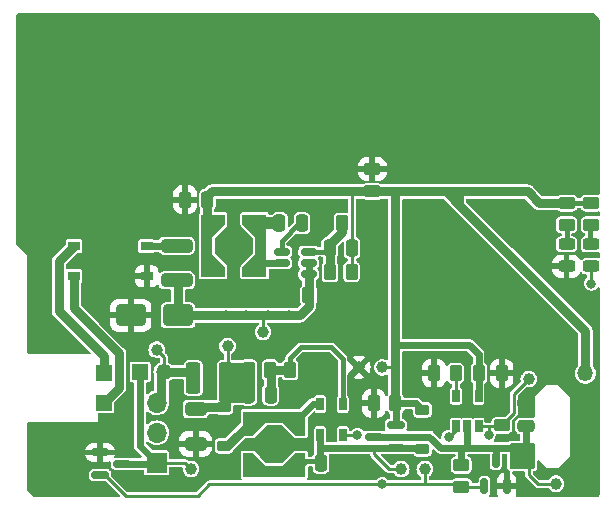
<source format=gbr>
%TF.GenerationSoftware,KiCad,Pcbnew,7.0.10*%
%TF.CreationDate,2024-01-26T14:27:53+11:00*%
%TF.ProjectId,cptibp8-pcb,63707469-6270-4382-9d70-63622e6b6963,rev?*%
%TF.SameCoordinates,Original*%
%TF.FileFunction,Copper,L2,Bot*%
%TF.FilePolarity,Positive*%
%FSLAX46Y46*%
G04 Gerber Fmt 4.6, Leading zero omitted, Abs format (unit mm)*
G04 Created by KiCad (PCBNEW 7.0.10) date 2024-01-26 14:27:53*
%MOMM*%
%LPD*%
G01*
G04 APERTURE LIST*
G04 Aperture macros list*
%AMRoundRect*
0 Rectangle with rounded corners*
0 $1 Rounding radius*
0 $2 $3 $4 $5 $6 $7 $8 $9 X,Y pos of 4 corners*
0 Add a 4 corners polygon primitive as box body*
4,1,4,$2,$3,$4,$5,$6,$7,$8,$9,$2,$3,0*
0 Add four circle primitives for the rounded corners*
1,1,$1+$1,$2,$3*
1,1,$1+$1,$4,$5*
1,1,$1+$1,$6,$7*
1,1,$1+$1,$8,$9*
0 Add four rect primitives between the rounded corners*
20,1,$1+$1,$2,$3,$4,$5,0*
20,1,$1+$1,$4,$5,$6,$7,0*
20,1,$1+$1,$6,$7,$8,$9,0*
20,1,$1+$1,$8,$9,$2,$3,0*%
%AMFreePoly0*
4,1,9,-0.750000,0.450000,0.750000,0.450000,1.800000,1.500000,2.650000,1.500000,2.650000,-0.500000,-2.650000,-0.500000,-2.650000,1.500000,-1.800000,1.500000,-0.750000,0.450000,-0.750000,0.450000,$1*%
G04 Aperture macros list end*
%TA.AperFunction,ComponentPad*%
%ADD10R,1.350000X1.350000*%
%TD*%
%TA.AperFunction,ComponentPad*%
%ADD11O,1.350000X1.350000*%
%TD*%
%TA.AperFunction,ComponentPad*%
%ADD12R,1.700000X1.700000*%
%TD*%
%TA.AperFunction,ComponentPad*%
%ADD13O,1.700000X1.700000*%
%TD*%
%TA.AperFunction,SMDPad,CuDef*%
%ADD14RoundRect,0.225000X0.375000X-0.225000X0.375000X0.225000X-0.375000X0.225000X-0.375000X-0.225000X0*%
%TD*%
%TA.AperFunction,SMDPad,CuDef*%
%ADD15RoundRect,0.150000X0.150000X-0.512500X0.150000X0.512500X-0.150000X0.512500X-0.150000X-0.512500X0*%
%TD*%
%TA.AperFunction,SMDPad,CuDef*%
%ADD16RoundRect,0.250000X-0.262500X-0.450000X0.262500X-0.450000X0.262500X0.450000X-0.262500X0.450000X0*%
%TD*%
%TA.AperFunction,SMDPad,CuDef*%
%ADD17RoundRect,0.250000X0.450000X-0.262500X0.450000X0.262500X-0.450000X0.262500X-0.450000X-0.262500X0*%
%TD*%
%TA.AperFunction,SMDPad,CuDef*%
%ADD18RoundRect,0.250000X0.250000X0.475000X-0.250000X0.475000X-0.250000X-0.475000X0.250000X-0.475000X0*%
%TD*%
%TA.AperFunction,SMDPad,CuDef*%
%ADD19C,1.000000*%
%TD*%
%TA.AperFunction,SMDPad,CuDef*%
%ADD20RoundRect,0.250000X-0.450000X0.262500X-0.450000X-0.262500X0.450000X-0.262500X0.450000X0.262500X0*%
%TD*%
%TA.AperFunction,SMDPad,CuDef*%
%ADD21RoundRect,0.250000X0.262500X0.450000X-0.262500X0.450000X-0.262500X-0.450000X0.262500X-0.450000X0*%
%TD*%
%TA.AperFunction,SMDPad,CuDef*%
%ADD22R,1.000000X0.800000*%
%TD*%
%TA.AperFunction,SMDPad,CuDef*%
%ADD23RoundRect,0.150000X-0.587500X-0.150000X0.587500X-0.150000X0.587500X0.150000X-0.587500X0.150000X0*%
%TD*%
%TA.AperFunction,SMDPad,CuDef*%
%ADD24RoundRect,0.150000X0.587500X0.150000X-0.587500X0.150000X-0.587500X-0.150000X0.587500X-0.150000X0*%
%TD*%
%TA.AperFunction,SMDPad,CuDef*%
%ADD25RoundRect,0.250000X-0.250000X-0.475000X0.250000X-0.475000X0.250000X0.475000X-0.250000X0.475000X0*%
%TD*%
%TA.AperFunction,SMDPad,CuDef*%
%ADD26RoundRect,0.150000X0.512500X0.150000X-0.512500X0.150000X-0.512500X-0.150000X0.512500X-0.150000X0*%
%TD*%
%TA.AperFunction,SMDPad,CuDef*%
%ADD27RoundRect,0.243750X0.456250X-0.243750X0.456250X0.243750X-0.456250X0.243750X-0.456250X-0.243750X0*%
%TD*%
%TA.AperFunction,SMDPad,CuDef*%
%ADD28RoundRect,0.250000X-1.075000X0.312500X-1.075000X-0.312500X1.075000X-0.312500X1.075000X0.312500X0*%
%TD*%
%TA.AperFunction,SMDPad,CuDef*%
%ADD29FreePoly0,90.000000*%
%TD*%
%TA.AperFunction,SMDPad,CuDef*%
%ADD30FreePoly0,270.000000*%
%TD*%
%TA.AperFunction,SMDPad,CuDef*%
%ADD31RoundRect,0.050000X0.250000X-0.500000X0.250000X0.500000X-0.250000X0.500000X-0.250000X-0.500000X0*%
%TD*%
%TA.AperFunction,SMDPad,CuDef*%
%ADD32RoundRect,0.225000X-0.375000X0.225000X-0.375000X-0.225000X0.375000X-0.225000X0.375000X0.225000X0*%
%TD*%
%TA.AperFunction,SMDPad,CuDef*%
%ADD33RoundRect,0.250000X1.000000X0.650000X-1.000000X0.650000X-1.000000X-0.650000X1.000000X-0.650000X0*%
%TD*%
%TA.AperFunction,SMDPad,CuDef*%
%ADD34RoundRect,0.050000X-0.250000X0.500000X-0.250000X-0.500000X0.250000X-0.500000X0.250000X0.500000X0*%
%TD*%
%TA.AperFunction,SMDPad,CuDef*%
%ADD35RoundRect,0.250000X0.475000X-0.250000X0.475000X0.250000X-0.475000X0.250000X-0.475000X-0.250000X0*%
%TD*%
%TA.AperFunction,SMDPad,CuDef*%
%ADD36RoundRect,0.250000X-0.650000X0.325000X-0.650000X-0.325000X0.650000X-0.325000X0.650000X0.325000X0*%
%TD*%
%TA.AperFunction,SMDPad,CuDef*%
%ADD37RoundRect,0.250000X0.375000X1.075000X-0.375000X1.075000X-0.375000X-1.075000X0.375000X-1.075000X0*%
%TD*%
%TA.AperFunction,SMDPad,CuDef*%
%ADD38FreePoly0,0.000000*%
%TD*%
%TA.AperFunction,SMDPad,CuDef*%
%ADD39FreePoly0,180.000000*%
%TD*%
%TA.AperFunction,ViaPad*%
%ADD40C,0.800000*%
%TD*%
%TA.AperFunction,Conductor*%
%ADD41C,0.600000*%
%TD*%
%TA.AperFunction,Conductor*%
%ADD42C,0.250000*%
%TD*%
%TA.AperFunction,Conductor*%
%ADD43C,0.800000*%
%TD*%
%TA.AperFunction,Conductor*%
%ADD44C,0.400000*%
%TD*%
%TA.AperFunction,Conductor*%
%ADD45C,1.000000*%
%TD*%
G04 APERTURE END LIST*
D10*
%TO.P,J1,1,Pin_1*%
%TO.N,/VAC2*%
X8000000Y-35000000D03*
%TD*%
%TO.P,J2,1,Pin_1*%
%TO.N,/VOUTN*%
X11100000Y-32400000D03*
D11*
%TO.P,J2,2,Pin_2*%
%TO.N,/VOUTF*%
X13100000Y-32400000D03*
%TD*%
D12*
%TO.P,J4,1,Pin_1*%
%TO.N,/VOUTN*%
X12500000Y-40080000D03*
D13*
%TO.P,J4,2,Pin_2*%
%TO.N,unconnected-(J4-Pin_2-Pad2)*%
X12500000Y-37540000D03*
%TO.P,J4,3,Pin_3*%
%TO.N,/VOUTF*%
X12500000Y-35000000D03*
%TD*%
D10*
%TO.P,J5,1,Pin_1*%
%TO.N,/VAC1*%
X8000000Y-32500000D03*
%TD*%
%TO.P,J3,1,Pin_1*%
%TO.N,/GND*%
X48800000Y-34500000D03*
D11*
%TO.P,J3,2,Pin_2*%
%TO.N,/VCC*%
X48800000Y-32500000D03*
%TD*%
D14*
%TO.P,D6,1,K*%
%TO.N,/BLOAD*%
X35000000Y-38900000D03*
%TO.P,D6,2,A*%
%TO.N,/VCC*%
X35000000Y-35600000D03*
%TD*%
D15*
%TO.P,U2,1,GND*%
%TO.N,/GND*%
X42150000Y-42075000D03*
%TO.P,U2,2,~{RESET}*%
%TO.N,/EN*%
X40250000Y-42075000D03*
%TO.P,U2,3,VCC*%
%TO.N,/B+*%
X41200000Y-39800000D03*
%TD*%
D16*
%TO.P,R10,1*%
%TO.N,/GND*%
X30887500Y-35050000D03*
%TO.P,R10,2*%
%TO.N,/VCC*%
X32712500Y-35050000D03*
%TD*%
D17*
%TO.P,R11,1*%
%TO.N,/LPWR*%
X47200000Y-19912500D03*
%TO.P,R11,2*%
%TO.N,/VCC*%
X47200000Y-18087500D03*
%TD*%
D18*
%TO.P,C11,1*%
%TO.N,/REG5_BS*%
X24787500Y-19800000D03*
%TO.P,C11,2*%
%TO.N,/REG5_SW*%
X22887500Y-19800000D03*
%TD*%
D19*
%TO.P,TP2,1,1*%
%TO.N,/B+*%
X46300000Y-41850000D03*
%TD*%
D18*
%TO.P,C13,1*%
%TO.N,/VCC*%
X16800000Y-17800000D03*
%TO.P,C13,2*%
%TO.N,/GND*%
X14900000Y-17800000D03*
%TD*%
D20*
%TO.P,R9,1*%
%TO.N,/GND*%
X41700000Y-35087500D03*
%TO.P,R9,2*%
%TO.N,/TS*%
X41700000Y-36912500D03*
%TD*%
D21*
%TO.P,R17,1*%
%TO.N,/VCC*%
X29000000Y-23900000D03*
%TO.P,R17,2*%
%TO.N,/REG5_FB*%
X27175000Y-23900000D03*
%TD*%
D22*
%TO.P,D2,1*%
%TO.N,/VAC2*%
X5500000Y-24270000D03*
%TO.P,D2,2*%
%TO.N,/VAC1*%
X5500000Y-21730000D03*
%TO.P,D2,3,+*%
%TO.N,/VRECT*%
X11650000Y-21730000D03*
%TO.P,D2,4,-*%
%TO.N,/GND*%
X11650000Y-24270000D03*
%TD*%
D18*
%TO.P,C3,1*%
%TO.N,/RFB*%
X22150000Y-34300000D03*
%TO.P,C3,2*%
%TO.N,/VOUT*%
X20250000Y-34300000D03*
%TD*%
D23*
%TO.P,Q3,1,G*%
%TO.N,/EN*%
X7700000Y-41100000D03*
%TO.P,Q3,2,S*%
%TO.N,/GND*%
X7700000Y-39200000D03*
%TO.P,Q3,3,D*%
%TO.N,/VOUTN*%
X9575000Y-40150000D03*
%TD*%
D19*
%TO.P,TP8,1,1*%
%TO.N,/TS*%
X44000000Y-33000000D03*
%TD*%
D17*
%TO.P,R8,1*%
%TO.N,/LCHG*%
X49300000Y-19912500D03*
%TO.P,R8,2*%
%TO.N,/VCC*%
X49300000Y-18087500D03*
%TD*%
%TO.P,R6,1*%
%TO.N,/EN*%
X38300000Y-42100000D03*
%TO.P,R6,2*%
%TO.N,/B+*%
X38300000Y-40275000D03*
%TD*%
D19*
%TO.P,TP1,1,1*%
%TO.N,/VINDC*%
X21500000Y-29000000D03*
%TD*%
D16*
%TO.P,R1,1*%
%TO.N,/VOUT*%
X20287500Y-32200000D03*
%TO.P,R1,2*%
%TO.N,/RFB*%
X22112500Y-32200000D03*
%TD*%
D24*
%TO.P,Q1,1,G*%
%TO.N,/VCC*%
X32737500Y-36900000D03*
%TO.P,Q1,2,S*%
%TO.N,/BLOAD*%
X32737500Y-38800000D03*
%TO.P,Q1,3,D*%
%TO.N,/B+*%
X30862500Y-37850000D03*
%TD*%
D25*
%TO.P,C1,1*%
%TO.N,/REG5_FB*%
X27137500Y-21900000D03*
%TO.P,C1,2*%
%TO.N,/VCC*%
X29037500Y-21900000D03*
%TD*%
D19*
%TO.P,TP10,1,1*%
%TO.N,/VOUTN*%
X15400000Y-40600000D03*
%TD*%
D26*
%TO.P,U5,1,FB*%
%TO.N,/REG5_FB*%
X25362500Y-22200000D03*
%TO.P,U5,2,EN*%
%TO.N,/VINDC*%
X25362500Y-23150000D03*
%TO.P,U5,3,IN*%
X25362500Y-24100000D03*
%TO.P,U5,4,GND*%
%TO.N,/GND*%
X23087500Y-24100000D03*
%TO.P,U5,5,SW*%
%TO.N,/REG5_SW*%
X23087500Y-23150000D03*
%TO.P,U5,6,BST*%
%TO.N,/REG5_BS*%
X23087500Y-22200000D03*
%TD*%
D27*
%TO.P,D3,1,K*%
%TO.N,/CHG*%
X49300000Y-23437500D03*
%TO.P,D3,2,A*%
%TO.N,/LCHG*%
X49300000Y-21562500D03*
%TD*%
D16*
%TO.P,R14,1*%
%TO.N,/GND*%
X35975000Y-32500000D03*
%TO.P,R14,2*%
%TO.N,/PROG*%
X37800000Y-32500000D03*
%TD*%
D28*
%TO.P,R7,1*%
%TO.N,/VRECT*%
X14200000Y-21700000D03*
%TO.P,R7,2*%
%TO.N,/VINDC*%
X14200000Y-24625000D03*
%TD*%
D29*
%TO.P,L2,1,1*%
%TO.N,/REG5_SW*%
X21287500Y-21700000D03*
D30*
%TO.P,L2,2,2*%
%TO.N,/VCC*%
X16787500Y-21700000D03*
%TD*%
D31*
%TO.P,U4,1,TS*%
%TO.N,/TS*%
X39750000Y-37000000D03*
%TO.P,U4,2,VOUT*%
%TO.N,/B+*%
X38800000Y-37000000D03*
%TO.P,U4,3,~{CHG}*%
%TO.N,/CHG*%
X37850000Y-37000000D03*
%TO.P,U4,4,ISET*%
%TO.N,/PROG*%
X37850000Y-34400000D03*
%TO.P,U4,5,GND*%
%TO.N,/GND*%
X38800000Y-34400000D03*
%TO.P,U4,6,VIN*%
%TO.N,/VCC*%
X39750000Y-34400000D03*
%TD*%
D19*
%TO.P,TP3,1,1*%
%TO.N,/BLOAD*%
X33200000Y-40600000D03*
%TD*%
D32*
%TO.P,D1,1,K*%
%TO.N,/VOUT*%
X18200000Y-35350000D03*
%TO.P,D1,2,A*%
%TO.N,/RSW*%
X18200000Y-38650000D03*
%TD*%
D27*
%TO.P,D4,1,K*%
%TO.N,/GND*%
X47200000Y-23437500D03*
%TO.P,D4,2,A*%
%TO.N,/LPWR*%
X47200000Y-21562500D03*
%TD*%
D33*
%TO.P,D8,1,K*%
%TO.N,/VINDC*%
X14300000Y-27600000D03*
%TO.P,D8,2,A*%
%TO.N,/GND*%
X10300000Y-27600000D03*
%TD*%
D34*
%TO.P,U1,1,SW*%
%TO.N,/RSW*%
X26350000Y-35100000D03*
%TO.P,U1,2,GND*%
%TO.N,/GND*%
X27300000Y-35100000D03*
%TO.P,U1,3,FB*%
%TO.N,/RFB*%
X28250000Y-35100000D03*
%TO.P,U1,4,EN*%
%TO.N,/EN*%
X28250000Y-37700000D03*
%TO.P,U1,5,VIN*%
%TO.N,/BLOAD*%
X26350000Y-37700000D03*
%TD*%
D18*
%TO.P,C12,1*%
%TO.N,/VINDC*%
X25350000Y-25900000D03*
%TO.P,C12,2*%
%TO.N,/GND*%
X23450000Y-25900000D03*
%TD*%
D19*
%TO.P,TP6,1,1*%
%TO.N,/GND*%
X29600000Y-32000000D03*
%TD*%
%TO.P,TP9,1,1*%
%TO.N,/VCC*%
X31600000Y-32000000D03*
%TD*%
%TO.P,TP4,1,1*%
%TO.N,/VOUT*%
X18500000Y-30200000D03*
%TD*%
D35*
%TO.P,C5,1*%
%TO.N,/VCC*%
X30750000Y-17100000D03*
%TO.P,C5,2*%
%TO.N,/GND*%
X30750000Y-15200000D03*
%TD*%
D25*
%TO.P,C2,1*%
%TO.N,/VCC*%
X39800000Y-32500000D03*
%TO.P,C2,2*%
%TO.N,/GND*%
X41700000Y-32500000D03*
%TD*%
D21*
%TO.P,R18,1*%
%TO.N,/REG5_FB*%
X28200000Y-19800000D03*
%TO.P,R18,2*%
%TO.N,/GND*%
X26375000Y-19800000D03*
%TD*%
D36*
%TO.P,C4,1*%
%TO.N,/VOUT*%
X15800000Y-35525000D03*
%TO.P,C4,2*%
%TO.N,/GND*%
X15800000Y-38475000D03*
%TD*%
D21*
%TO.P,R2,1*%
%TO.N,/GND*%
X25612500Y-32200000D03*
%TO.P,R2,2*%
%TO.N,/RFB*%
X23787500Y-32200000D03*
%TD*%
D37*
%TO.P,F1,1*%
%TO.N,/VOUT*%
X18400000Y-32900000D03*
%TO.P,F1,2*%
%TO.N,/VOUTF*%
X15600000Y-32900000D03*
%TD*%
D25*
%TO.P,C7,1*%
%TO.N,/BLOAD*%
X26400000Y-40100000D03*
%TO.P,C7,2*%
%TO.N,/GND*%
X28300000Y-40100000D03*
%TD*%
D19*
%TO.P,TP7,1,1*%
%TO.N,/EN*%
X35200000Y-40600000D03*
%TD*%
D38*
%TO.P,L1,1,1*%
%TO.N,/BLOAD*%
X22450000Y-40750000D03*
D39*
%TO.P,L1,2,2*%
%TO.N,/RSW*%
X22450000Y-36250000D03*
%TD*%
D19*
%TO.P,TP5,1,1*%
%TO.N,/VOUTF*%
X12500000Y-30500000D03*
%TD*%
D35*
%TO.P,C6,1*%
%TO.N,/B+*%
X43800000Y-36950000D03*
%TO.P,C6,2*%
%TO.N,/GND*%
X43800000Y-35050000D03*
%TD*%
D40*
%TO.N,/B+*%
X43000000Y-39000000D03*
X43000000Y-40000000D03*
X44000000Y-40000000D03*
X44000000Y-39000000D03*
%TO.N,/GND*%
X29400000Y-41100000D03*
X16800000Y-40000000D03*
X13500000Y-17800000D03*
X46700000Y-32300000D03*
X36700000Y-35700000D03*
X27300000Y-37700000D03*
X44000000Y-20000000D03*
X22800000Y-18200000D03*
X29500000Y-35300000D03*
X4000000Y-41000000D03*
X2700000Y-25000000D03*
X35000000Y-19000000D03*
X2700000Y-28800000D03*
X48600000Y-40300000D03*
X29400000Y-40100000D03*
X39800000Y-35700000D03*
X34100000Y-32500000D03*
X36700000Y-36800000D03*
X24200000Y-34100000D03*
X21200000Y-18200000D03*
X44000000Y-15000000D03*
X17000000Y-37000000D03*
X44400000Y-28000000D03*
X21100000Y-15600000D03*
X25600000Y-33900000D03*
X36700000Y-34600000D03*
X28500000Y-25700000D03*
X2700000Y-22900000D03*
X14800000Y-30400000D03*
X5000000Y-4000000D03*
X24200000Y-24800000D03*
X37800000Y-35700000D03*
X37500000Y-28300000D03*
X41000000Y-25000000D03*
X16500000Y-25900000D03*
X47200000Y-24900000D03*
X29500000Y-36400000D03*
X26000000Y-4000000D03*
X31000000Y-20000000D03*
X25500000Y-21100000D03*
X22900000Y-30600000D03*
X30800000Y-41100000D03*
X28400000Y-36400000D03*
X3900000Y-21400000D03*
X35000000Y-25000000D03*
X19500000Y-25900000D03*
X38800000Y-35700000D03*
X7000000Y-27000000D03*
X22400000Y-25900000D03*
X35000000Y-15000000D03*
X26200000Y-36400000D03*
X26700000Y-32300000D03*
X2700000Y-27000000D03*
X5000000Y-10000000D03*
X19600000Y-18200000D03*
X31000000Y-27000000D03*
X24300000Y-21400000D03*
X45000000Y-4000000D03*
X27300000Y-36400000D03*
%TO.N,/CHG*%
X37207327Y-37900000D03*
X49300000Y-24900000D03*
%TO.N,/EN*%
X29500000Y-37700000D03*
X31600000Y-41900000D03*
%TO.N,/TS*%
X40600000Y-37750000D03*
%TO.N,/VINDC*%
X23700000Y-27600000D03*
X20100000Y-27600000D03*
X18400000Y-27600000D03*
X21900000Y-27600000D03*
%TD*%
D41*
%TO.N,/VOUTN*%
X11100000Y-38680000D02*
X12500000Y-40080000D01*
X11100000Y-32400000D02*
X11100000Y-38680000D01*
D42*
%TO.N,/VOUTF*%
X13100000Y-31100000D02*
X13100000Y-32400000D01*
X12500000Y-30500000D02*
X13100000Y-31100000D01*
D43*
X12900000Y-32600000D02*
X13100000Y-32400000D01*
X12900000Y-34600000D02*
X12900000Y-32600000D01*
X12500000Y-35000000D02*
X12900000Y-34600000D01*
X15100000Y-32400000D02*
X15600000Y-32900000D01*
X13100000Y-32400000D02*
X15100000Y-32400000D01*
%TO.N,/VAC1*%
X4200000Y-23030000D02*
X4200000Y-27200000D01*
X8000000Y-31000000D02*
X8000000Y-32500000D01*
X5500000Y-21730000D02*
X4200000Y-23030000D01*
X4200000Y-27200000D02*
X8000000Y-31000000D01*
%TO.N,/VAC2*%
X9275000Y-33725000D02*
X8000000Y-35000000D01*
X9275000Y-30775000D02*
X9275000Y-33725000D01*
X5500000Y-27000000D02*
X9275000Y-30775000D01*
X5500000Y-24270000D02*
X5500000Y-27000000D01*
D41*
%TO.N,/B+*%
X41200000Y-39800000D02*
X41200000Y-38900000D01*
X36531540Y-38800000D02*
X38200000Y-38800000D01*
X38900000Y-38800000D02*
X38800000Y-38700000D01*
X41300000Y-38800000D02*
X42800000Y-38800000D01*
X38300000Y-40275000D02*
X38300000Y-38900000D01*
X38800000Y-38700000D02*
X38800000Y-37000000D01*
X43800000Y-36950000D02*
X43800000Y-38800000D01*
X43800000Y-38800000D02*
X44000000Y-39000000D01*
X42800000Y-38800000D02*
X43000000Y-39000000D01*
X38300000Y-38900000D02*
X38200000Y-38800000D01*
X41300000Y-38800000D02*
X38900000Y-38800000D01*
X30862500Y-37850000D02*
X35581540Y-37850000D01*
X38200000Y-38800000D02*
X38900000Y-38800000D01*
X41200000Y-38900000D02*
X41300000Y-38800000D01*
X35581540Y-37850000D02*
X36531540Y-38800000D01*
D42*
X44000000Y-41100000D02*
X44750000Y-41850000D01*
X44000000Y-40000000D02*
X44000000Y-41100000D01*
X44750000Y-41850000D02*
X46300000Y-41850000D01*
D44*
%TO.N,/RFB*%
X24700000Y-30300000D02*
X27300000Y-30300000D01*
X27300000Y-30300000D02*
X28250000Y-31250000D01*
D43*
X22150000Y-34300000D02*
X22150000Y-32237500D01*
D44*
X23787500Y-31212500D02*
X24700000Y-30300000D01*
D43*
X23787500Y-32200000D02*
X22112500Y-32200000D01*
D44*
X28250000Y-31250000D02*
X28250000Y-35100000D01*
X23787500Y-32200000D02*
X23787500Y-31212500D01*
D43*
%TO.N,/VOUT*%
X18200000Y-35350000D02*
X15975000Y-35350000D01*
X18200000Y-35350000D02*
X18200000Y-33100000D01*
D42*
X18500000Y-30200000D02*
X18500000Y-32800000D01*
X18500000Y-32800000D02*
X18400000Y-32900000D01*
D41*
%TO.N,/VCC*%
X32712500Y-35050000D02*
X34450000Y-35050000D01*
D44*
X47200000Y-18087500D02*
X49300000Y-18087500D01*
D43*
X37000000Y-17100000D02*
X38100000Y-17100000D01*
D42*
X29037500Y-17137500D02*
X29000000Y-17100000D01*
D43*
X48800000Y-28900000D02*
X48800000Y-32500000D01*
X32700000Y-30100000D02*
X32700000Y-32200000D01*
D41*
X38950000Y-30100000D02*
X39750000Y-30900000D01*
X39750000Y-30900000D02*
X39750000Y-34400000D01*
X34450000Y-35050000D02*
X35000000Y-35600000D01*
D43*
X38050000Y-18150000D02*
X38100000Y-18100000D01*
X30400000Y-17100000D02*
X37000000Y-17100000D01*
D42*
X29037500Y-21900000D02*
X29037500Y-23862500D01*
D43*
X43900000Y-17100000D02*
X44887500Y-18087500D01*
X38100000Y-17100000D02*
X43900000Y-17100000D01*
X30400000Y-17100000D02*
X29000000Y-17100000D01*
X32700000Y-17100000D02*
X30400000Y-17100000D01*
X38050000Y-18150000D02*
X48800000Y-28900000D01*
X38100000Y-18100000D02*
X38100000Y-17100000D01*
D42*
X29037500Y-21900000D02*
X29037500Y-17137500D01*
D43*
X44887500Y-18087500D02*
X47200000Y-18087500D01*
X32700000Y-30100000D02*
X32700000Y-17100000D01*
X16787500Y-17512500D02*
X16787500Y-21700000D01*
X32700000Y-32200000D02*
X32700000Y-35037500D01*
D41*
X32700000Y-30100000D02*
X38950000Y-30100000D01*
D43*
X17200000Y-17100000D02*
X16787500Y-17512500D01*
D42*
X31600000Y-32000000D02*
X32500000Y-32000000D01*
D43*
X29000000Y-17100000D02*
X17200000Y-17100000D01*
D41*
X32737500Y-36900000D02*
X32737500Y-35075000D01*
D43*
X37000000Y-17100000D02*
X38050000Y-18150000D01*
D42*
X32500000Y-32000000D02*
X32700000Y-32200000D01*
D41*
%TO.N,/RSW*%
X25700000Y-35100000D02*
X24550000Y-36250000D01*
D43*
X18200000Y-38650000D02*
X18475000Y-38650000D01*
D41*
X26350000Y-35100000D02*
X25700000Y-35100000D01*
D43*
X18475000Y-38650000D02*
X20875000Y-36250000D01*
D42*
%TO.N,/CHG*%
X49300000Y-24900000D02*
X49300000Y-23437500D01*
X37850000Y-37257327D02*
X37207327Y-37900000D01*
D44*
%TO.N,/LCHG*%
X49200000Y-21525000D02*
X49200000Y-19875000D01*
D42*
%TO.N,/BLOAD*%
X33200000Y-40600000D02*
X32200000Y-40600000D01*
D44*
X25129762Y-39950000D02*
X24329762Y-40750000D01*
D42*
X30900000Y-39300000D02*
X30900000Y-38800000D01*
D44*
X26350000Y-38800000D02*
X26350000Y-40050000D01*
D41*
X32737500Y-38800000D02*
X34900000Y-38800000D01*
X30900000Y-38800000D02*
X32737500Y-38800000D01*
D42*
X33200000Y-40700000D02*
X33200000Y-40600000D01*
X32200000Y-40600000D02*
X30900000Y-39300000D01*
D41*
X26350000Y-37700000D02*
X26350000Y-40050000D01*
X26350000Y-38800000D02*
X30900000Y-38800000D01*
D44*
X26250000Y-39950000D02*
X25129762Y-39950000D01*
X26350000Y-37700000D02*
X26350000Y-38800000D01*
%TO.N,/REG5_FB*%
X25362500Y-22200000D02*
X27137500Y-22200000D01*
D43*
X28200000Y-19800000D02*
X28200000Y-20500000D01*
X28200000Y-20500000D02*
X27137500Y-21562500D01*
X27137500Y-21562500D02*
X27137500Y-21900000D01*
X27175000Y-23900000D02*
X27175000Y-21937500D01*
D42*
%TO.N,/EN*%
X29600000Y-37700000D02*
X28250000Y-37700000D01*
X16961612Y-41900000D02*
X31600000Y-41900000D01*
X7700000Y-41100000D02*
X8100000Y-41100000D01*
X15961612Y-42900000D02*
X16961612Y-41900000D01*
X35200000Y-40700000D02*
X35200000Y-41900000D01*
X38300000Y-42100000D02*
X40225000Y-42100000D01*
X38100000Y-41900000D02*
X35200000Y-41900000D01*
X8100000Y-41100000D02*
X9900000Y-42900000D01*
X9900000Y-42900000D02*
X15961612Y-42900000D01*
X35200000Y-41900000D02*
X31600000Y-41900000D01*
%TO.N,/PROG*%
X37850000Y-34400000D02*
X37850000Y-32462500D01*
%TO.N,/TS*%
X40600000Y-37000000D02*
X40600000Y-37750000D01*
X42750000Y-34250000D02*
X44000000Y-33000000D01*
X40600000Y-37000000D02*
X41612500Y-37000000D01*
X42750000Y-35862500D02*
X42750000Y-34250000D01*
X39750000Y-37000000D02*
X40600000Y-37000000D01*
X41700000Y-36912500D02*
X42750000Y-35862500D01*
D44*
%TO.N,/REG5_BS*%
X24587500Y-19800000D02*
X23087500Y-21300000D01*
X23087500Y-21300000D02*
X23087500Y-21900000D01*
D43*
%TO.N,/REG5_SW*%
X21300000Y-21712500D02*
X21287500Y-21700000D01*
D45*
X22887500Y-19800000D02*
X21287500Y-19800000D01*
D41*
X23087500Y-23150000D02*
X21287500Y-23150000D01*
%TO.N,/VRECT*%
X11650000Y-21730000D02*
X14155000Y-21730000D01*
D44*
%TO.N,/LPWR*%
X47200000Y-21525000D02*
X47200000Y-19875000D01*
D43*
%TO.N,/VINDC*%
X14300000Y-27600000D02*
X14300000Y-24725000D01*
X23700000Y-27600000D02*
X21500000Y-27600000D01*
X25362500Y-26837500D02*
X25362500Y-24100000D01*
X24600000Y-27600000D02*
X25362500Y-26837500D01*
X21500000Y-27600000D02*
X18000000Y-27600000D01*
D41*
X25362500Y-24100000D02*
X25362500Y-23150000D01*
D43*
X23700000Y-27600000D02*
X24600000Y-27600000D01*
D42*
X21500000Y-29000000D02*
X21500000Y-27600000D01*
D43*
X18000000Y-27600000D02*
X14200000Y-27600000D01*
D41*
%TO.N,/VOUTN*%
X12500000Y-40150000D02*
X12500000Y-40080000D01*
D42*
X14880000Y-40080000D02*
X15400000Y-40600000D01*
D41*
X9875000Y-40150000D02*
X12500000Y-40150000D01*
D42*
X12500000Y-40080000D02*
X14880000Y-40080000D01*
%TD*%
%TA.AperFunction,Conductor*%
%TO.N,/B+*%
G36*
X44443039Y-38419685D02*
G01*
X44488794Y-38472489D01*
X44500000Y-38524000D01*
X44500000Y-40476000D01*
X44480315Y-40543039D01*
X44427511Y-40588794D01*
X44376000Y-40600000D01*
X42524000Y-40600000D01*
X42456961Y-40580315D01*
X42411206Y-40527511D01*
X42400000Y-40476000D01*
X42400000Y-38524000D01*
X42419685Y-38456961D01*
X42472489Y-38411206D01*
X42524000Y-38400000D01*
X44376000Y-38400000D01*
X44443039Y-38419685D01*
G37*
%TD.AperFunction*%
%TD*%
%TA.AperFunction,Conductor*%
%TO.N,/GND*%
G36*
X49406008Y-2001901D02*
G01*
X49472803Y-2015188D01*
X49508490Y-2029970D01*
X49565113Y-2067804D01*
X49580116Y-2080116D01*
X49919883Y-2419883D01*
X49932195Y-2434886D01*
X49970029Y-2491509D01*
X49984811Y-2527195D01*
X49998098Y-2593990D01*
X50000000Y-2613305D01*
X50000000Y-17295667D01*
X49981093Y-17353858D01*
X49931593Y-17389822D01*
X49870407Y-17389822D01*
X49868304Y-17389112D01*
X49834701Y-17377354D01*
X49834694Y-17377353D01*
X49804274Y-17374500D01*
X49804266Y-17374500D01*
X48795734Y-17374500D01*
X48795725Y-17374500D01*
X48765305Y-17377353D01*
X48765296Y-17377355D01*
X48637116Y-17422207D01*
X48527855Y-17502845D01*
X48527845Y-17502855D01*
X48447208Y-17612115D01*
X48447207Y-17612118D01*
X48444205Y-17620697D01*
X48407142Y-17669377D01*
X48350761Y-17687000D01*
X48149239Y-17687000D01*
X48091048Y-17668093D01*
X48055795Y-17620697D01*
X48052793Y-17612118D01*
X48006948Y-17550000D01*
X47972154Y-17502855D01*
X47972152Y-17502853D01*
X47972150Y-17502850D01*
X47972146Y-17502847D01*
X47972144Y-17502845D01*
X47862883Y-17422207D01*
X47734703Y-17377355D01*
X47734694Y-17377353D01*
X47704274Y-17374500D01*
X47704266Y-17374500D01*
X46695734Y-17374500D01*
X46695725Y-17374500D01*
X46665305Y-17377353D01*
X46665296Y-17377355D01*
X46537116Y-17422207D01*
X46475537Y-17467655D01*
X46417489Y-17486997D01*
X46416749Y-17487000D01*
X45177243Y-17487000D01*
X45119052Y-17468093D01*
X45107239Y-17458004D01*
X44357035Y-16707800D01*
X44348497Y-16698063D01*
X44328285Y-16671722D01*
X44328282Y-16671718D01*
X44328277Y-16671714D01*
X44328276Y-16671713D01*
X44257104Y-16617101D01*
X44202841Y-16575464D01*
X44202840Y-16575463D01*
X44202838Y-16575462D01*
X44056766Y-16514957D01*
X44056758Y-16514955D01*
X43939361Y-16499500D01*
X43900000Y-16494318D01*
X43899999Y-16494318D01*
X43867072Y-16498653D01*
X43854150Y-16499500D01*
X38145850Y-16499500D01*
X38132928Y-16498653D01*
X38100001Y-16494318D01*
X38099999Y-16494318D01*
X38067072Y-16498653D01*
X38054150Y-16499500D01*
X37045850Y-16499500D01*
X37032928Y-16498653D01*
X37000001Y-16494318D01*
X36999999Y-16494318D01*
X36967072Y-16498653D01*
X36954150Y-16499500D01*
X32745850Y-16499500D01*
X32732928Y-16498653D01*
X32700001Y-16494318D01*
X32699999Y-16494318D01*
X32667072Y-16498653D01*
X32654150Y-16499500D01*
X31541314Y-16499500D01*
X31483123Y-16480593D01*
X31482526Y-16480155D01*
X31437883Y-16447207D01*
X31309703Y-16402355D01*
X31309694Y-16402353D01*
X31279274Y-16399500D01*
X31279266Y-16399500D01*
X30220734Y-16399500D01*
X30220725Y-16399500D01*
X30190305Y-16402353D01*
X30190296Y-16402355D01*
X30062116Y-16447207D01*
X30017474Y-16480155D01*
X29959426Y-16499497D01*
X29958686Y-16499500D01*
X17245850Y-16499500D01*
X17232928Y-16498653D01*
X17200001Y-16494318D01*
X17200000Y-16494318D01*
X17160639Y-16499500D01*
X17043241Y-16514955D01*
X17043233Y-16514957D01*
X16897161Y-16575462D01*
X16897160Y-16575462D01*
X16771723Y-16671713D01*
X16771714Y-16671722D01*
X16751495Y-16698071D01*
X16742959Y-16707804D01*
X16605262Y-16845503D01*
X16550746Y-16873281D01*
X16535258Y-16874500D01*
X16495725Y-16874500D01*
X16465305Y-16877353D01*
X16465296Y-16877355D01*
X16337116Y-16922207D01*
X16227855Y-17002845D01*
X16227845Y-17002855D01*
X16147207Y-17112116D01*
X16102355Y-17240296D01*
X16102353Y-17240305D01*
X16099500Y-17270725D01*
X16099500Y-18329274D01*
X16102353Y-18359694D01*
X16102355Y-18359703D01*
X16147207Y-18487883D01*
X16147207Y-18487884D01*
X16167654Y-18515587D01*
X16186997Y-18573634D01*
X16187000Y-18574376D01*
X16187000Y-18823097D01*
X16168093Y-18881288D01*
X16143005Y-18905409D01*
X16142973Y-18905431D01*
X16142949Y-18905447D01*
X16142945Y-18905451D01*
X16098634Y-18971766D01*
X16098634Y-18971767D01*
X16098633Y-18971769D01*
X16083072Y-19050000D01*
X16083072Y-24350000D01*
X16098633Y-24428231D01*
X16098634Y-24428232D01*
X16098634Y-24428233D01*
X16142945Y-24494548D01*
X16142948Y-24494552D01*
X16209269Y-24538867D01*
X16287500Y-24554428D01*
X16287501Y-24554428D01*
X18287499Y-24554428D01*
X18287500Y-24554428D01*
X18365731Y-24538867D01*
X18432052Y-24494552D01*
X18476367Y-24428231D01*
X18491928Y-24350000D01*
X19583072Y-24350000D01*
X19598633Y-24428231D01*
X19598634Y-24428232D01*
X19598634Y-24428233D01*
X19642945Y-24494548D01*
X19642948Y-24494552D01*
X19709269Y-24538867D01*
X19787500Y-24554428D01*
X19787501Y-24554428D01*
X21787499Y-24554428D01*
X21787500Y-24554428D01*
X21865731Y-24538867D01*
X21932052Y-24494552D01*
X21976367Y-24428231D01*
X21991928Y-24350000D01*
X21991928Y-23749500D01*
X22010835Y-23691309D01*
X22060335Y-23655345D01*
X22090928Y-23650500D01*
X23633257Y-23650500D01*
X23633260Y-23650500D01*
X23701393Y-23640573D01*
X23806483Y-23589198D01*
X23889198Y-23506483D01*
X23940573Y-23401393D01*
X23950500Y-23333260D01*
X23950500Y-22966740D01*
X23940573Y-22898607D01*
X23930152Y-22877291D01*
X23910904Y-22837918D01*
X23889198Y-22793517D01*
X23840682Y-22745001D01*
X23812907Y-22690487D01*
X23822478Y-22630055D01*
X23840681Y-22604999D01*
X23889198Y-22556483D01*
X23940573Y-22451393D01*
X23950500Y-22383260D01*
X23950500Y-22016740D01*
X23940573Y-21948607D01*
X23889198Y-21843517D01*
X23806483Y-21760802D01*
X23788973Y-21752242D01*
X23701395Y-21709427D01*
X23674139Y-21705456D01*
X23633260Y-21699500D01*
X23633257Y-21699500D01*
X23587000Y-21699500D01*
X23528809Y-21680593D01*
X23492845Y-21631093D01*
X23488000Y-21600500D01*
X23488000Y-21506900D01*
X23506907Y-21448709D01*
X23516996Y-21436896D01*
X23878209Y-21075683D01*
X24244691Y-20709200D01*
X24299206Y-20681425D01*
X24347390Y-20685762D01*
X24452794Y-20722644D01*
X24452796Y-20722644D01*
X24452801Y-20722646D01*
X24483225Y-20725499D01*
X24483227Y-20725500D01*
X24483234Y-20725500D01*
X25091773Y-20725500D01*
X25091773Y-20725499D01*
X25122199Y-20722646D01*
X25250382Y-20677793D01*
X25359650Y-20597150D01*
X25440293Y-20487882D01*
X25485146Y-20359699D01*
X25487999Y-20329273D01*
X25488000Y-20329273D01*
X25488000Y-19270727D01*
X25487999Y-19270725D01*
X25487490Y-19265296D01*
X25485146Y-19240301D01*
X25440293Y-19112118D01*
X25394447Y-19049999D01*
X25359654Y-19002855D01*
X25359651Y-19002852D01*
X25359650Y-19002850D01*
X25359646Y-19002847D01*
X25359644Y-19002845D01*
X25250383Y-18922207D01*
X25122203Y-18877355D01*
X25122194Y-18877353D01*
X25091774Y-18874500D01*
X25091766Y-18874500D01*
X24483234Y-18874500D01*
X24483225Y-18874500D01*
X24452805Y-18877353D01*
X24452796Y-18877355D01*
X24324616Y-18922207D01*
X24215355Y-19002845D01*
X24215345Y-19002855D01*
X24134707Y-19112116D01*
X24089855Y-19240296D01*
X24089853Y-19240305D01*
X24087000Y-19270725D01*
X24087000Y-19693099D01*
X24068093Y-19751290D01*
X24058004Y-19763103D01*
X23757004Y-20064103D01*
X23702487Y-20091880D01*
X23642055Y-20082309D01*
X23598790Y-20039044D01*
X23588000Y-19994099D01*
X23588000Y-19270727D01*
X23587999Y-19270725D01*
X23587490Y-19265296D01*
X23585146Y-19240301D01*
X23540293Y-19112118D01*
X23494447Y-19049999D01*
X23459654Y-19002855D01*
X23459651Y-19002852D01*
X23459650Y-19002850D01*
X23459646Y-19002847D01*
X23459644Y-19002845D01*
X23350383Y-18922207D01*
X23222203Y-18877355D01*
X23222194Y-18877353D01*
X23191774Y-18874500D01*
X23191766Y-18874500D01*
X22583234Y-18874500D01*
X22583225Y-18874500D01*
X22552805Y-18877353D01*
X22552796Y-18877355D01*
X22424616Y-18922207D01*
X22315349Y-19002850D01*
X22315347Y-19002852D01*
X22273696Y-19059288D01*
X22223929Y-19094881D01*
X22194041Y-19099500D01*
X22083021Y-19099500D01*
X22024830Y-19080593D01*
X21988866Y-19031093D01*
X21985925Y-19019824D01*
X21976367Y-18971769D01*
X21932052Y-18905448D01*
X21927420Y-18902353D01*
X21891996Y-18878683D01*
X21865731Y-18861133D01*
X21787500Y-18845572D01*
X19787500Y-18845572D01*
X19787499Y-18845572D01*
X19768073Y-18849436D01*
X19709269Y-18861133D01*
X19709267Y-18861133D01*
X19709267Y-18861134D01*
X19709266Y-18861134D01*
X19642951Y-18905445D01*
X19642945Y-18905451D01*
X19598634Y-18971766D01*
X19598634Y-18971767D01*
X19598633Y-18971769D01*
X19583072Y-19050000D01*
X19583072Y-19900000D01*
X19598633Y-19978231D01*
X19598634Y-19978232D01*
X19598634Y-19978233D01*
X19642945Y-20044548D01*
X19642948Y-20044552D01*
X20604077Y-21005681D01*
X20631853Y-21060196D01*
X20633072Y-21075683D01*
X20633072Y-22324316D01*
X20614165Y-22382507D01*
X20604076Y-22394320D01*
X19642945Y-23355451D01*
X19598634Y-23421766D01*
X19598634Y-23421767D01*
X19598633Y-23421769D01*
X19583072Y-23500000D01*
X19583072Y-24350000D01*
X18491928Y-24350000D01*
X18491928Y-23500000D01*
X18476367Y-23421769D01*
X18432052Y-23355448D01*
X17470924Y-22394320D01*
X17443147Y-22339803D01*
X17441928Y-22324316D01*
X17441928Y-21075683D01*
X17460835Y-21017492D01*
X17470918Y-21005685D01*
X18432052Y-20044552D01*
X18476367Y-19978231D01*
X18491928Y-19900000D01*
X18491928Y-19050000D01*
X18476367Y-18971769D01*
X18432052Y-18905448D01*
X18427420Y-18902353D01*
X18391996Y-18878683D01*
X18365731Y-18861133D01*
X18287500Y-18845572D01*
X17487000Y-18845572D01*
X17428809Y-18826665D01*
X17392845Y-18777165D01*
X17388000Y-18746572D01*
X17388000Y-18608249D01*
X17406907Y-18550058D01*
X17407346Y-18549460D01*
X17452792Y-18487884D01*
X17452792Y-18487883D01*
X17452791Y-18487883D01*
X17452793Y-18487882D01*
X17497646Y-18359699D01*
X17500499Y-18329273D01*
X17500500Y-18329273D01*
X17500500Y-17799500D01*
X17519407Y-17741309D01*
X17568907Y-17705345D01*
X17599500Y-17700500D01*
X28613000Y-17700500D01*
X28671191Y-17719407D01*
X28707155Y-17768907D01*
X28712000Y-17799500D01*
X28712000Y-18820492D01*
X28693093Y-18878683D01*
X28643593Y-18914647D01*
X28582407Y-18914647D01*
X28580304Y-18913937D01*
X28547201Y-18902354D01*
X28547194Y-18902353D01*
X28516774Y-18899500D01*
X28516766Y-18899500D01*
X27883234Y-18899500D01*
X27883225Y-18899500D01*
X27852805Y-18902353D01*
X27852796Y-18902355D01*
X27724616Y-18947207D01*
X27615355Y-19027845D01*
X27615345Y-19027855D01*
X27534707Y-19137116D01*
X27489855Y-19265296D01*
X27489853Y-19265305D01*
X27487000Y-19295725D01*
X27487000Y-20304275D01*
X27487755Y-20312332D01*
X27474359Y-20372033D01*
X27459191Y-20391571D01*
X26905261Y-20945503D01*
X26850744Y-20973281D01*
X26835257Y-20974500D01*
X26833225Y-20974500D01*
X26802805Y-20977353D01*
X26802796Y-20977355D01*
X26674616Y-21022207D01*
X26565355Y-21102845D01*
X26565345Y-21102855D01*
X26484707Y-21212116D01*
X26439855Y-21340296D01*
X26439853Y-21340305D01*
X26437000Y-21370725D01*
X26437000Y-21700500D01*
X26418093Y-21758691D01*
X26368593Y-21794655D01*
X26338000Y-21799500D01*
X26161188Y-21799500D01*
X26102997Y-21780593D01*
X26091190Y-21770509D01*
X26081483Y-21760802D01*
X26063973Y-21752242D01*
X25976395Y-21709427D01*
X25949139Y-21705456D01*
X25908260Y-21699500D01*
X24816740Y-21699500D01*
X24782673Y-21704463D01*
X24748604Y-21709427D01*
X24643518Y-21760801D01*
X24560801Y-21843518D01*
X24509427Y-21948604D01*
X24509427Y-21948607D01*
X24499500Y-22016740D01*
X24499500Y-22383260D01*
X24504167Y-22415292D01*
X24509427Y-22451395D01*
X24557877Y-22550500D01*
X24560802Y-22556483D01*
X24609317Y-22604998D01*
X24637093Y-22659513D01*
X24627522Y-22719945D01*
X24609318Y-22745000D01*
X24584815Y-22769504D01*
X24560801Y-22793518D01*
X24509427Y-22898604D01*
X24509427Y-22898607D01*
X24499500Y-22966740D01*
X24499500Y-23333260D01*
X24504169Y-23365305D01*
X24509427Y-23401395D01*
X24557632Y-23499999D01*
X24560802Y-23506483D01*
X24609317Y-23554998D01*
X24637093Y-23609513D01*
X24627522Y-23669945D01*
X24609318Y-23695000D01*
X24578874Y-23725445D01*
X24560801Y-23743518D01*
X24509427Y-23848604D01*
X24504463Y-23882673D01*
X24499500Y-23916740D01*
X24499500Y-24283260D01*
X24506118Y-24328682D01*
X24509427Y-24351395D01*
X24550154Y-24434703D01*
X24560802Y-24456483D01*
X24643517Y-24539198D01*
X24706481Y-24569979D01*
X24750454Y-24612521D01*
X24762000Y-24658919D01*
X24762000Y-25091749D01*
X24743093Y-25149940D01*
X24742655Y-25150537D01*
X24697207Y-25212116D01*
X24652355Y-25340296D01*
X24652353Y-25340305D01*
X24649500Y-25370725D01*
X24649500Y-26429274D01*
X24652353Y-26459694D01*
X24652355Y-26459703D01*
X24693685Y-26577817D01*
X24695058Y-26638987D01*
X24670245Y-26680518D01*
X24380262Y-26970503D01*
X24325745Y-26998281D01*
X24310258Y-26999500D01*
X23745850Y-26999500D01*
X23732928Y-26998653D01*
X23700001Y-26994318D01*
X23699999Y-26994318D01*
X23667072Y-26998653D01*
X23654150Y-26999500D01*
X21945850Y-26999500D01*
X21932928Y-26998653D01*
X21900001Y-26994318D01*
X21899999Y-26994318D01*
X21867072Y-26998653D01*
X21854150Y-26999500D01*
X20145850Y-26999500D01*
X20132928Y-26998653D01*
X20100001Y-26994318D01*
X20099999Y-26994318D01*
X20067072Y-26998653D01*
X20054150Y-26999500D01*
X18445850Y-26999500D01*
X18432928Y-26998653D01*
X18400001Y-26994318D01*
X18399999Y-26994318D01*
X18367072Y-26998653D01*
X18354150Y-26999500D01*
X15849500Y-26999500D01*
X15791309Y-26980593D01*
X15755345Y-26931093D01*
X15750500Y-26900500D01*
X15750500Y-26895727D01*
X15750499Y-26895725D01*
X15747646Y-26865305D01*
X15747646Y-26865301D01*
X15702793Y-26737118D01*
X15630369Y-26638987D01*
X15622154Y-26627855D01*
X15622152Y-26627853D01*
X15622150Y-26627850D01*
X15622146Y-26627847D01*
X15622144Y-26627845D01*
X15512883Y-26547207D01*
X15384703Y-26502355D01*
X15384694Y-26502353D01*
X15354274Y-26499500D01*
X15354266Y-26499500D01*
X14999500Y-26499500D01*
X14941309Y-26480593D01*
X14905345Y-26431093D01*
X14900500Y-26400500D01*
X14900500Y-25487000D01*
X14919407Y-25428809D01*
X14968907Y-25392845D01*
X14999500Y-25388000D01*
X15329273Y-25388000D01*
X15329273Y-25387999D01*
X15359699Y-25385146D01*
X15487882Y-25340293D01*
X15597150Y-25259650D01*
X15677793Y-25150382D01*
X15722646Y-25022199D01*
X15725499Y-24991773D01*
X15725500Y-24991773D01*
X15725500Y-24258227D01*
X15725499Y-24258225D01*
X15722646Y-24227805D01*
X15722646Y-24227801D01*
X15677793Y-24099618D01*
X15662174Y-24078455D01*
X15597154Y-23990355D01*
X15597152Y-23990353D01*
X15597150Y-23990350D01*
X15597146Y-23990347D01*
X15597144Y-23990345D01*
X15487883Y-23909707D01*
X15359703Y-23864855D01*
X15359694Y-23864853D01*
X15329274Y-23862000D01*
X15329266Y-23862000D01*
X13070734Y-23862000D01*
X13070725Y-23862000D01*
X13040305Y-23864853D01*
X13040296Y-23864855D01*
X12912116Y-23909707D01*
X12807788Y-23986705D01*
X12749740Y-24006047D01*
X12691410Y-23987576D01*
X12655077Y-23938346D01*
X12650000Y-23907050D01*
X12650000Y-23822175D01*
X12643598Y-23762629D01*
X12643596Y-23762618D01*
X12593353Y-23627911D01*
X12593352Y-23627909D01*
X12507192Y-23512815D01*
X12507184Y-23512807D01*
X12392090Y-23426647D01*
X12392088Y-23426646D01*
X12257381Y-23376403D01*
X12257370Y-23376401D01*
X12197824Y-23370000D01*
X11900001Y-23370000D01*
X11900000Y-23370001D01*
X11900000Y-25169999D01*
X11900001Y-25170000D01*
X12197824Y-25170000D01*
X12257370Y-25163598D01*
X12257381Y-25163596D01*
X12392088Y-25113353D01*
X12392090Y-25113352D01*
X12507184Y-25027192D01*
X12507193Y-25027183D01*
X12513002Y-25019424D01*
X12563009Y-24984170D01*
X12624189Y-24985042D01*
X12673171Y-25021709D01*
X12685700Y-25046053D01*
X12722207Y-25150383D01*
X12802845Y-25259644D01*
X12802847Y-25259646D01*
X12802850Y-25259650D01*
X12802853Y-25259652D01*
X12802855Y-25259654D01*
X12912116Y-25340292D01*
X12912117Y-25340292D01*
X12912118Y-25340293D01*
X13040301Y-25385146D01*
X13070725Y-25387999D01*
X13070727Y-25388000D01*
X13070734Y-25388000D01*
X13600500Y-25388000D01*
X13658691Y-25406907D01*
X13694655Y-25456407D01*
X13699500Y-25487000D01*
X13699500Y-26400500D01*
X13680593Y-26458691D01*
X13631093Y-26494655D01*
X13600500Y-26499500D01*
X13245725Y-26499500D01*
X13215305Y-26502353D01*
X13215296Y-26502355D01*
X13087116Y-26547207D01*
X12977855Y-26627845D01*
X12977845Y-26627855D01*
X12897207Y-26737116D01*
X12852355Y-26865296D01*
X12852353Y-26865305D01*
X12849500Y-26895725D01*
X12849500Y-28304274D01*
X12852353Y-28334694D01*
X12852355Y-28334703D01*
X12897207Y-28462883D01*
X12977845Y-28572144D01*
X12977847Y-28572146D01*
X12977850Y-28572150D01*
X12977853Y-28572152D01*
X12977855Y-28572154D01*
X13087116Y-28652792D01*
X13087117Y-28652792D01*
X13087118Y-28652793D01*
X13215301Y-28697646D01*
X13245725Y-28700499D01*
X13245727Y-28700500D01*
X13245734Y-28700500D01*
X15354273Y-28700500D01*
X15354273Y-28700499D01*
X15384699Y-28697646D01*
X15512882Y-28652793D01*
X15622150Y-28572150D01*
X15702793Y-28462882D01*
X15747646Y-28334699D01*
X15750499Y-28304273D01*
X15750500Y-28304273D01*
X15750500Y-28299500D01*
X15769407Y-28241309D01*
X15818907Y-28205345D01*
X15849500Y-28200500D01*
X17960639Y-28200500D01*
X18354150Y-28200500D01*
X18367072Y-28201347D01*
X18399999Y-28205682D01*
X18400000Y-28205682D01*
X18400001Y-28205682D01*
X18432928Y-28201347D01*
X18445850Y-28200500D01*
X20054150Y-28200500D01*
X20067072Y-28201347D01*
X20099999Y-28205682D01*
X20100000Y-28205682D01*
X20100001Y-28205682D01*
X20132928Y-28201347D01*
X20145850Y-28200500D01*
X21075500Y-28200500D01*
X21133691Y-28219407D01*
X21169655Y-28268907D01*
X21174500Y-28299500D01*
X21174500Y-28319869D01*
X21155593Y-28378060D01*
X21121511Y-28407527D01*
X21099152Y-28419262D01*
X20971818Y-28532069D01*
X20971816Y-28532072D01*
X20926891Y-28597157D01*
X20875182Y-28672070D01*
X20814860Y-28831128D01*
X20794355Y-29000000D01*
X20814860Y-29168872D01*
X20875182Y-29327930D01*
X20971817Y-29467929D01*
X21099148Y-29580734D01*
X21249775Y-29659790D01*
X21414944Y-29700500D01*
X21414947Y-29700500D01*
X21585053Y-29700500D01*
X21585056Y-29700500D01*
X21750225Y-29659790D01*
X21900852Y-29580734D01*
X22028183Y-29467929D01*
X22124818Y-29327930D01*
X22185140Y-29168872D01*
X22205645Y-29000000D01*
X22185140Y-28831128D01*
X22124818Y-28672070D01*
X22028183Y-28532071D01*
X21900852Y-28419266D01*
X21900850Y-28419265D01*
X21900847Y-28419262D01*
X21878489Y-28407527D01*
X21835752Y-28363742D01*
X21825500Y-28319869D01*
X21825500Y-28302310D01*
X21844407Y-28244119D01*
X21893907Y-28208155D01*
X21911566Y-28204159D01*
X21932939Y-28201345D01*
X21945850Y-28200500D01*
X23654150Y-28200500D01*
X23667072Y-28201347D01*
X23699999Y-28205682D01*
X23700000Y-28205682D01*
X23700001Y-28205682D01*
X23732928Y-28201347D01*
X23745850Y-28200500D01*
X24554150Y-28200500D01*
X24567072Y-28201347D01*
X24599999Y-28205682D01*
X24600000Y-28205682D01*
X24600001Y-28205682D01*
X24639361Y-28200500D01*
X24756762Y-28185044D01*
X24902841Y-28124536D01*
X24969906Y-28073075D01*
X25028280Y-28028284D01*
X25028282Y-28028282D01*
X25048496Y-28001937D01*
X25057028Y-27992205D01*
X25754705Y-27294528D01*
X25764437Y-27285996D01*
X25790782Y-27265782D01*
X25790784Y-27265780D01*
X25866525Y-27167071D01*
X25887036Y-27140341D01*
X25947544Y-26994262D01*
X25963000Y-26876861D01*
X25968182Y-26837500D01*
X25963847Y-26804571D01*
X25963000Y-26791649D01*
X25963000Y-26674376D01*
X25981907Y-26616185D01*
X25982346Y-26615587D01*
X26002792Y-26587884D01*
X26002792Y-26587883D01*
X26002791Y-26587883D01*
X26002793Y-26587882D01*
X26047646Y-26459699D01*
X26050499Y-26429273D01*
X26050500Y-26429273D01*
X26050500Y-25370727D01*
X26050499Y-25370725D01*
X26047646Y-25340305D01*
X26047646Y-25340301D01*
X26002793Y-25212118D01*
X26001038Y-25209740D01*
X25982345Y-25184411D01*
X25963003Y-25126363D01*
X25963000Y-25125623D01*
X25963000Y-24658919D01*
X25981907Y-24600728D01*
X26018518Y-24569979D01*
X26081483Y-24539198D01*
X26164198Y-24456483D01*
X26215573Y-24351393D01*
X26225500Y-24283260D01*
X26225500Y-23916740D01*
X26215573Y-23848607D01*
X26213919Y-23845224D01*
X26173536Y-23762618D01*
X26164198Y-23743517D01*
X26115682Y-23695001D01*
X26087907Y-23640487D01*
X26097478Y-23580055D01*
X26115681Y-23554999D01*
X26164198Y-23506483D01*
X26215573Y-23401393D01*
X26225500Y-23333260D01*
X26225500Y-22966740D01*
X26215573Y-22898607D01*
X26205152Y-22877291D01*
X26185904Y-22837918D01*
X26164198Y-22793517D01*
X26140182Y-22769501D01*
X26112407Y-22714987D01*
X26121978Y-22654555D01*
X26165243Y-22611290D01*
X26210188Y-22600500D01*
X26444042Y-22600500D01*
X26502233Y-22619407D01*
X26523696Y-22640711D01*
X26537573Y-22659513D01*
X26555156Y-22683338D01*
X26574497Y-22741386D01*
X26574500Y-22742125D01*
X26574500Y-23116749D01*
X26555593Y-23174940D01*
X26555155Y-23175537D01*
X26509707Y-23237116D01*
X26464855Y-23365296D01*
X26464853Y-23365305D01*
X26462000Y-23395725D01*
X26462000Y-24404274D01*
X26464853Y-24434694D01*
X26464855Y-24434703D01*
X26509707Y-24562883D01*
X26590345Y-24672144D01*
X26590347Y-24672146D01*
X26590350Y-24672150D01*
X26590353Y-24672152D01*
X26590355Y-24672154D01*
X26699616Y-24752792D01*
X26699617Y-24752792D01*
X26699618Y-24752793D01*
X26827801Y-24797646D01*
X26858225Y-24800499D01*
X26858227Y-24800500D01*
X26858234Y-24800500D01*
X27491773Y-24800500D01*
X27491773Y-24800499D01*
X27522199Y-24797646D01*
X27650382Y-24752793D01*
X27759650Y-24672150D01*
X27840293Y-24562882D01*
X27885146Y-24434699D01*
X27887999Y-24404273D01*
X27888000Y-24404273D01*
X27888000Y-23395727D01*
X27887999Y-23395725D01*
X27886187Y-23376401D01*
X27885146Y-23365301D01*
X27840293Y-23237118D01*
X27803673Y-23187499D01*
X27794845Y-23175537D01*
X27775503Y-23117489D01*
X27775500Y-23116749D01*
X27775500Y-22640423D01*
X27786975Y-22594159D01*
X27790289Y-22587886D01*
X27790293Y-22587882D01*
X27835146Y-22459699D01*
X27837999Y-22429273D01*
X27838000Y-22429273D01*
X27838000Y-21752242D01*
X27856907Y-21694051D01*
X27866990Y-21682244D01*
X28167997Y-21381237D01*
X28222513Y-21353461D01*
X28282945Y-21363032D01*
X28326210Y-21406297D01*
X28337000Y-21451242D01*
X28337000Y-22429274D01*
X28339853Y-22459694D01*
X28339855Y-22459703D01*
X28384707Y-22587883D01*
X28465345Y-22697144D01*
X28465347Y-22697146D01*
X28465350Y-22697150D01*
X28465353Y-22697152D01*
X28465355Y-22697154D01*
X28574616Y-22777792D01*
X28574617Y-22777792D01*
X28574618Y-22777793D01*
X28619555Y-22793517D01*
X28645698Y-22802665D01*
X28694378Y-22839730D01*
X28712000Y-22896109D01*
X28712000Y-22911395D01*
X28693093Y-22969586D01*
X28645698Y-23004839D01*
X28524616Y-23047207D01*
X28415355Y-23127845D01*
X28415345Y-23127855D01*
X28334707Y-23237116D01*
X28289855Y-23365296D01*
X28289853Y-23365305D01*
X28287000Y-23395725D01*
X28287000Y-24404274D01*
X28289853Y-24434694D01*
X28289855Y-24434703D01*
X28334707Y-24562883D01*
X28415345Y-24672144D01*
X28415347Y-24672146D01*
X28415350Y-24672150D01*
X28415353Y-24672152D01*
X28415355Y-24672154D01*
X28524616Y-24752792D01*
X28524617Y-24752792D01*
X28524618Y-24752793D01*
X28652801Y-24797646D01*
X28683225Y-24800499D01*
X28683227Y-24800500D01*
X28683234Y-24800500D01*
X29316773Y-24800500D01*
X29316773Y-24800499D01*
X29347199Y-24797646D01*
X29475382Y-24752793D01*
X29584650Y-24672150D01*
X29665293Y-24562882D01*
X29710146Y-24434699D01*
X29712999Y-24404273D01*
X29713000Y-24404273D01*
X29713000Y-23395727D01*
X29712999Y-23395725D01*
X29711187Y-23376401D01*
X29710146Y-23365301D01*
X29665293Y-23237118D01*
X29628673Y-23187500D01*
X29584654Y-23127855D01*
X29584652Y-23127853D01*
X29584650Y-23127850D01*
X29584646Y-23127847D01*
X29584644Y-23127845D01*
X29475385Y-23047208D01*
X29475379Y-23047205D01*
X29429302Y-23031082D01*
X29380621Y-22994016D01*
X29363000Y-22937638D01*
X29363000Y-22896109D01*
X29381907Y-22837918D01*
X29429302Y-22802665D01*
X29440952Y-22798588D01*
X29500382Y-22777793D01*
X29609650Y-22697150D01*
X29690293Y-22587882D01*
X29735146Y-22459699D01*
X29737999Y-22429273D01*
X29738000Y-22429273D01*
X29738000Y-21370727D01*
X29737999Y-21370725D01*
X29735146Y-21340301D01*
X29690293Y-21212118D01*
X29685936Y-21206215D01*
X29609654Y-21102855D01*
X29609652Y-21102853D01*
X29609650Y-21102850D01*
X29609646Y-21102847D01*
X29609644Y-21102845D01*
X29500384Y-21022207D01*
X29429301Y-20997334D01*
X29380621Y-20960268D01*
X29363000Y-20903890D01*
X29363000Y-17799500D01*
X29381907Y-17741309D01*
X29431407Y-17705345D01*
X29462000Y-17700500D01*
X29958686Y-17700500D01*
X30016877Y-17719407D01*
X30017474Y-17719845D01*
X30062116Y-17752792D01*
X30062117Y-17752792D01*
X30062118Y-17752793D01*
X30190301Y-17797646D01*
X30220725Y-17800499D01*
X30220727Y-17800500D01*
X30220734Y-17800500D01*
X31279273Y-17800500D01*
X31279273Y-17800499D01*
X31309699Y-17797646D01*
X31437882Y-17752793D01*
X31469449Y-17729496D01*
X31482526Y-17719845D01*
X31540574Y-17700503D01*
X31541314Y-17700500D01*
X32000500Y-17700500D01*
X32058691Y-17719407D01*
X32094655Y-17768907D01*
X32099500Y-17799500D01*
X32099500Y-31307274D01*
X32080593Y-31365465D01*
X32031093Y-31401429D01*
X31969907Y-31401429D01*
X31954492Y-31394934D01*
X31863558Y-31347208D01*
X31850225Y-31340210D01*
X31850224Y-31340209D01*
X31850223Y-31340209D01*
X31685058Y-31299500D01*
X31685056Y-31299500D01*
X31514944Y-31299500D01*
X31514941Y-31299500D01*
X31349776Y-31340209D01*
X31199146Y-31419267D01*
X31071818Y-31532069D01*
X31071816Y-31532072D01*
X31012591Y-31617874D01*
X30975182Y-31672070D01*
X30914965Y-31830853D01*
X30914860Y-31831129D01*
X30896473Y-31982560D01*
X30894355Y-32000000D01*
X30914860Y-32168872D01*
X30975182Y-32327930D01*
X31071817Y-32467929D01*
X31199148Y-32580734D01*
X31349775Y-32659790D01*
X31514944Y-32700500D01*
X31514947Y-32700500D01*
X31685053Y-32700500D01*
X31685056Y-32700500D01*
X31850225Y-32659790D01*
X31954494Y-32605064D01*
X32014804Y-32594764D01*
X32069652Y-32621880D01*
X32098087Y-32676057D01*
X32099500Y-32692725D01*
X32099500Y-34283686D01*
X32080593Y-34341877D01*
X32080155Y-34342474D01*
X32047206Y-34387118D01*
X32046497Y-34388460D01*
X32045506Y-34389421D01*
X32042801Y-34393087D01*
X32042192Y-34392637D01*
X32002589Y-34431071D01*
X31942020Y-34439736D01*
X31887926Y-34411145D01*
X31864996Y-34373338D01*
X31834356Y-34280875D01*
X31742319Y-34131659D01*
X31618340Y-34007680D01*
X31469124Y-33915643D01*
X31302693Y-33860493D01*
X31199987Y-33850000D01*
X31137501Y-33850000D01*
X31137500Y-33850001D01*
X31137500Y-36249998D01*
X31137501Y-36249999D01*
X31199986Y-36249999D01*
X31302687Y-36239507D01*
X31302699Y-36239504D01*
X31469124Y-36184356D01*
X31618340Y-36092319D01*
X31742319Y-35968340D01*
X31834356Y-35819124D01*
X31864996Y-35726661D01*
X31901247Y-35677371D01*
X31959547Y-35658803D01*
X32017627Y-35678048D01*
X32042622Y-35707045D01*
X32042801Y-35706913D01*
X32044544Y-35709275D01*
X32046500Y-35711544D01*
X32047209Y-35712885D01*
X32127846Y-35822146D01*
X32127848Y-35822147D01*
X32127850Y-35822150D01*
X32196789Y-35873028D01*
X32232381Y-35922795D01*
X32237000Y-35952683D01*
X32237000Y-36300500D01*
X32218093Y-36358691D01*
X32168593Y-36394655D01*
X32138000Y-36399500D01*
X32116740Y-36399500D01*
X32082673Y-36404463D01*
X32048604Y-36409427D01*
X31943518Y-36460801D01*
X31860801Y-36543518D01*
X31809427Y-36648604D01*
X31807429Y-36662317D01*
X31799500Y-36716740D01*
X31799500Y-37083260D01*
X31802269Y-37102263D01*
X31809427Y-37151395D01*
X31836621Y-37207020D01*
X31845192Y-37267602D01*
X31816517Y-37321651D01*
X31761548Y-37348524D01*
X31747680Y-37349500D01*
X31483260Y-37349500D01*
X30241740Y-37349500D01*
X30173607Y-37359427D01*
X30173606Y-37359427D01*
X30173602Y-37359428D01*
X30116880Y-37387157D01*
X30056298Y-37395727D01*
X30002248Y-37367051D01*
X29994859Y-37358483D01*
X29928286Y-37271723D01*
X29928285Y-37271722D01*
X29928282Y-37271718D01*
X29928277Y-37271714D01*
X29928276Y-37271713D01*
X29843966Y-37207020D01*
X29802841Y-37175464D01*
X29802840Y-37175463D01*
X29802838Y-37175462D01*
X29656766Y-37114957D01*
X29656758Y-37114955D01*
X29500001Y-37094318D01*
X29499999Y-37094318D01*
X29343241Y-37114955D01*
X29343233Y-37114957D01*
X29197161Y-37175462D01*
X29197160Y-37175462D01*
X29071723Y-37271713D01*
X29071714Y-37271722D01*
X29022572Y-37335767D01*
X28972148Y-37370423D01*
X28944030Y-37374500D01*
X28849500Y-37374500D01*
X28791309Y-37355593D01*
X28755345Y-37306093D01*
X28750500Y-37275500D01*
X28750500Y-37175327D01*
X28750498Y-37175315D01*
X28745739Y-37151393D01*
X28735966Y-37102260D01*
X28680601Y-37019399D01*
X28680599Y-37019397D01*
X28597742Y-36964035D01*
X28597740Y-36964034D01*
X28597737Y-36964033D01*
X28597736Y-36964033D01*
X28524684Y-36949501D01*
X28524674Y-36949500D01*
X27975326Y-36949500D01*
X27975325Y-36949500D01*
X27975315Y-36949501D01*
X27902263Y-36964033D01*
X27902257Y-36964035D01*
X27819400Y-37019397D01*
X27819397Y-37019400D01*
X27764035Y-37102257D01*
X27764033Y-37102263D01*
X27749501Y-37175315D01*
X27749500Y-37175327D01*
X27749500Y-38200500D01*
X27730593Y-38258691D01*
X27681093Y-38294655D01*
X27650500Y-38299500D01*
X26949500Y-38299500D01*
X26891309Y-38280593D01*
X26855345Y-38231093D01*
X26850500Y-38200500D01*
X26850500Y-37175327D01*
X26850498Y-37175315D01*
X26845739Y-37151393D01*
X26835966Y-37102260D01*
X26780601Y-37019399D01*
X26780599Y-37019397D01*
X26697742Y-36964035D01*
X26697740Y-36964034D01*
X26697737Y-36964033D01*
X26697736Y-36964033D01*
X26624684Y-36949501D01*
X26624674Y-36949500D01*
X26075326Y-36949500D01*
X26075325Y-36949500D01*
X26075315Y-36949501D01*
X26002263Y-36964033D01*
X26002257Y-36964035D01*
X25919400Y-37019397D01*
X25919397Y-37019400D01*
X25864035Y-37102257D01*
X25864033Y-37102263D01*
X25849501Y-37175315D01*
X25849500Y-37175327D01*
X25849500Y-39240938D01*
X25830593Y-39299129D01*
X25830155Y-39299726D01*
X25747207Y-39412116D01*
X25722335Y-39483198D01*
X25685270Y-39531878D01*
X25628891Y-39549500D01*
X25403428Y-39549500D01*
X25345237Y-39530593D01*
X25309273Y-39481093D01*
X25304428Y-39450500D01*
X25304428Y-39250001D01*
X25304428Y-39250000D01*
X25288867Y-39171769D01*
X25244552Y-39105448D01*
X25178231Y-39061133D01*
X25100000Y-39045572D01*
X24250000Y-39045572D01*
X24249999Y-39045572D01*
X24230573Y-39049436D01*
X24171769Y-39061133D01*
X24171767Y-39061133D01*
X24171767Y-39061134D01*
X24171766Y-39061134D01*
X24105451Y-39105445D01*
X23144320Y-40066576D01*
X23089803Y-40094353D01*
X23074316Y-40095572D01*
X21825684Y-40095572D01*
X21767493Y-40076665D01*
X21755680Y-40066576D01*
X21284549Y-39595445D01*
X20794552Y-39105448D01*
X20728231Y-39061133D01*
X20650000Y-39045572D01*
X19800000Y-39045572D01*
X19799999Y-39045572D01*
X19780573Y-39049436D01*
X19721769Y-39061133D01*
X19721767Y-39061133D01*
X19721767Y-39061134D01*
X19721766Y-39061134D01*
X19655451Y-39105445D01*
X19655445Y-39105451D01*
X19611134Y-39171766D01*
X19611134Y-39171767D01*
X19611133Y-39171769D01*
X19603478Y-39210253D01*
X19597375Y-39240938D01*
X19595572Y-39250000D01*
X19595572Y-41250000D01*
X19611133Y-41328231D01*
X19611134Y-41328232D01*
X19611134Y-41328233D01*
X19655445Y-41394548D01*
X19655448Y-41394552D01*
X19655451Y-41394554D01*
X19662343Y-41401446D01*
X19660985Y-41402803D01*
X19691282Y-41441236D01*
X19693683Y-41502374D01*
X19659689Y-41553248D01*
X19602285Y-41574424D01*
X19598400Y-41574500D01*
X16980146Y-41574500D01*
X16971517Y-41574123D01*
X16932806Y-41570736D01*
X16932799Y-41570736D01*
X16895261Y-41580794D01*
X16886835Y-41582662D01*
X16848572Y-41589410D01*
X16848560Y-41589414D01*
X16847252Y-41590170D01*
X16823398Y-41600051D01*
X16821936Y-41600442D01*
X16821929Y-41600445D01*
X16821928Y-41600446D01*
X16790087Y-41622740D01*
X16782817Y-41627371D01*
X16749157Y-41646805D01*
X16724181Y-41676570D01*
X16718348Y-41682935D01*
X15855782Y-42545503D01*
X15801265Y-42573281D01*
X15785778Y-42574500D01*
X10075835Y-42574500D01*
X10017644Y-42555593D01*
X10005831Y-42545504D01*
X8666996Y-41206669D01*
X8639219Y-41152152D01*
X8638000Y-41136665D01*
X8638000Y-40916743D01*
X8638000Y-40916740D01*
X8628073Y-40848607D01*
X8619093Y-40830239D01*
X8598387Y-40787883D01*
X8576698Y-40743517D01*
X8493983Y-40660802D01*
X8452602Y-40640572D01*
X8388895Y-40609427D01*
X8361639Y-40605456D01*
X8320760Y-40599500D01*
X7079240Y-40599500D01*
X7045173Y-40604463D01*
X7011104Y-40609427D01*
X6906018Y-40660801D01*
X6823301Y-40743518D01*
X6771927Y-40848604D01*
X6767752Y-40877264D01*
X6762000Y-40916740D01*
X6762000Y-41283260D01*
X6764512Y-41300499D01*
X6771927Y-41351395D01*
X6812656Y-41434707D01*
X6823302Y-41456483D01*
X6906017Y-41539198D01*
X6934757Y-41553248D01*
X7011104Y-41590572D01*
X7011105Y-41590572D01*
X7011107Y-41590573D01*
X7079240Y-41600500D01*
X8099166Y-41600500D01*
X8157357Y-41619407D01*
X8169170Y-41629496D01*
X9370669Y-42830996D01*
X9398446Y-42885513D01*
X9388875Y-42945945D01*
X9345610Y-42989210D01*
X9300665Y-43000000D01*
X2213305Y-43000000D01*
X2193992Y-42998098D01*
X2171644Y-42993653D01*
X2127195Y-42984811D01*
X2091509Y-42970029D01*
X2034886Y-42932195D01*
X2019883Y-42919883D01*
X1580116Y-42480116D01*
X1567804Y-42465113D01*
X1529970Y-42408490D01*
X1515188Y-42372802D01*
X1501902Y-42306007D01*
X1500000Y-42286694D01*
X1500000Y-39450000D01*
X6465204Y-39450000D01*
X6465399Y-39452486D01*
X6465401Y-39452493D01*
X6511219Y-39610200D01*
X6511219Y-39610201D01*
X6594814Y-39751552D01*
X6710947Y-39867685D01*
X6852299Y-39951280D01*
X7010010Y-39997100D01*
X7046863Y-40000000D01*
X7449999Y-40000000D01*
X7450000Y-39999999D01*
X7950000Y-39999999D01*
X7950001Y-40000000D01*
X8353137Y-40000000D01*
X8389989Y-39997100D01*
X8510380Y-39962123D01*
X8571535Y-39964045D01*
X8619881Y-40001546D01*
X8637000Y-40057192D01*
X8637000Y-40333260D01*
X8639512Y-40350500D01*
X8646927Y-40401395D01*
X8683397Y-40475994D01*
X8698302Y-40506483D01*
X8781017Y-40589198D01*
X8834785Y-40615483D01*
X8886104Y-40640572D01*
X8886105Y-40640572D01*
X8886107Y-40640573D01*
X8954240Y-40650500D01*
X9839201Y-40650500D01*
X11350500Y-40650500D01*
X11408691Y-40669407D01*
X11444655Y-40718907D01*
X11449500Y-40749500D01*
X11449500Y-40949746D01*
X11449501Y-40949758D01*
X11461132Y-41008227D01*
X11461134Y-41008233D01*
X11501023Y-41067930D01*
X11505448Y-41074552D01*
X11571769Y-41118867D01*
X11616231Y-41127711D01*
X11630241Y-41130498D01*
X11630246Y-41130498D01*
X11630252Y-41130500D01*
X11630253Y-41130500D01*
X13369747Y-41130500D01*
X13369748Y-41130500D01*
X13428231Y-41118867D01*
X13494552Y-41074552D01*
X13538867Y-41008231D01*
X13550500Y-40949748D01*
X13550500Y-40504500D01*
X13569407Y-40446309D01*
X13618907Y-40410345D01*
X13649500Y-40405500D01*
X14606224Y-40405500D01*
X14664415Y-40424407D01*
X14700379Y-40473907D01*
X14704502Y-40516433D01*
X14694355Y-40599998D01*
X14694355Y-40600001D01*
X14700487Y-40650500D01*
X14714860Y-40768872D01*
X14775182Y-40927930D01*
X14871817Y-41067929D01*
X14999148Y-41180734D01*
X15149775Y-41259790D01*
X15314944Y-41300500D01*
X15314947Y-41300500D01*
X15485053Y-41300500D01*
X15485056Y-41300500D01*
X15650225Y-41259790D01*
X15800852Y-41180734D01*
X15928183Y-41067929D01*
X16024818Y-40927930D01*
X16085140Y-40768872D01*
X16105645Y-40600000D01*
X16105584Y-40599500D01*
X16097619Y-40533904D01*
X16085140Y-40431128D01*
X16024818Y-40272070D01*
X15928183Y-40132071D01*
X15800852Y-40019266D01*
X15650225Y-39940210D01*
X15650224Y-39940209D01*
X15650223Y-39940209D01*
X15485058Y-39899500D01*
X15485056Y-39899500D01*
X15314944Y-39899500D01*
X15244710Y-39916810D01*
X15183685Y-39912376D01*
X15151016Y-39890690D01*
X15123268Y-39862942D01*
X15117434Y-39856574D01*
X15092456Y-39826806D01*
X15058795Y-39807372D01*
X15051512Y-39802732D01*
X15019685Y-39780446D01*
X15019679Y-39780443D01*
X15018224Y-39780054D01*
X14994348Y-39770164D01*
X14993045Y-39769411D01*
X14954779Y-39762664D01*
X14946350Y-39760795D01*
X14911852Y-39751552D01*
X14908807Y-39750736D01*
X14908806Y-39750736D01*
X14908805Y-39750736D01*
X14870095Y-39754123D01*
X14861466Y-39754500D01*
X13649500Y-39754500D01*
X13591309Y-39735593D01*
X13555345Y-39686093D01*
X13550500Y-39655500D01*
X13550500Y-39210253D01*
X13550498Y-39210241D01*
X13544328Y-39179223D01*
X13538867Y-39151769D01*
X13494552Y-39085448D01*
X13494548Y-39085445D01*
X13428233Y-39041134D01*
X13428231Y-39041133D01*
X13428228Y-39041132D01*
X13428227Y-39041132D01*
X13369758Y-39029501D01*
X13369748Y-39029500D01*
X13369747Y-39029500D01*
X12198322Y-39029500D01*
X12140131Y-39010593D01*
X12128318Y-39000504D01*
X11977800Y-38849986D01*
X14400001Y-38849986D01*
X14410492Y-38952687D01*
X14410495Y-38952699D01*
X14465643Y-39119124D01*
X14557680Y-39268340D01*
X14681659Y-39392319D01*
X14830875Y-39484356D01*
X14997306Y-39539506D01*
X15100012Y-39549999D01*
X15549998Y-39549999D01*
X15550000Y-39549998D01*
X16050000Y-39549998D01*
X16050001Y-39549999D01*
X16499986Y-39549999D01*
X16602687Y-39539507D01*
X16602699Y-39539504D01*
X16769124Y-39484356D01*
X16918340Y-39392319D01*
X17042319Y-39268340D01*
X17134356Y-39119124D01*
X17189506Y-38952693D01*
X17194023Y-38908489D01*
X17399500Y-38908489D01*
X17415281Y-39008125D01*
X17415283Y-39008132D01*
X17476470Y-39128217D01*
X17476472Y-39128220D01*
X17571780Y-39223528D01*
X17571782Y-39223529D01*
X17691867Y-39284716D01*
X17691869Y-39284716D01*
X17691874Y-39284719D01*
X17767541Y-39296703D01*
X17791510Y-39300500D01*
X17791512Y-39300500D01*
X18608490Y-39300500D01*
X18629885Y-39297111D01*
X18708126Y-39284719D01*
X18828220Y-39223528D01*
X18923528Y-39128220D01*
X18984719Y-39008126D01*
X18984719Y-39008120D01*
X18986331Y-39003164D01*
X19010483Y-38963751D01*
X19990812Y-37983424D01*
X20045328Y-37955647D01*
X20060815Y-37954428D01*
X20649999Y-37954428D01*
X20650000Y-37954428D01*
X20728231Y-37938867D01*
X20794552Y-37894552D01*
X21755680Y-36933424D01*
X21810197Y-36905647D01*
X21825684Y-36904428D01*
X23074316Y-36904428D01*
X23132507Y-36923335D01*
X23144320Y-36933424D01*
X24105448Y-37894552D01*
X24171769Y-37938867D01*
X24250000Y-37954428D01*
X24250001Y-37954428D01*
X25099999Y-37954428D01*
X25100000Y-37954428D01*
X25178231Y-37938867D01*
X25244552Y-37894552D01*
X25288867Y-37828231D01*
X25304428Y-37750000D01*
X25304428Y-36244393D01*
X25323335Y-36186202D01*
X25333424Y-36174390D01*
X25539692Y-35968122D01*
X25757119Y-35750693D01*
X25811636Y-35722916D01*
X25872068Y-35732487D01*
X25909438Y-35765695D01*
X25919395Y-35780597D01*
X25919400Y-35780602D01*
X25990663Y-35828217D01*
X26002260Y-35835966D01*
X26057808Y-35847015D01*
X26075315Y-35850498D01*
X26075320Y-35850498D01*
X26075326Y-35850500D01*
X26075327Y-35850500D01*
X26624673Y-35850500D01*
X26624674Y-35850500D01*
X26697740Y-35835966D01*
X26780601Y-35780601D01*
X26835966Y-35697740D01*
X26850500Y-35624674D01*
X26850500Y-34575326D01*
X26835966Y-34502260D01*
X26784900Y-34425833D01*
X26780602Y-34419400D01*
X26780599Y-34419397D01*
X26697742Y-34364035D01*
X26697740Y-34364034D01*
X26697737Y-34364033D01*
X26697736Y-34364033D01*
X26624684Y-34349501D01*
X26624674Y-34349500D01*
X26075326Y-34349500D01*
X26075325Y-34349500D01*
X26075315Y-34349501D01*
X26002263Y-34364033D01*
X26002257Y-34364035D01*
X25919400Y-34419397D01*
X25919397Y-34419400D01*
X25864035Y-34502257D01*
X25864033Y-34502261D01*
X25860583Y-34519607D01*
X25830685Y-34572989D01*
X25775118Y-34598603D01*
X25742439Y-34597026D01*
X25736073Y-34595641D01*
X25685644Y-34599248D01*
X25678581Y-34599500D01*
X25664201Y-34599500D01*
X25649960Y-34601547D01*
X25642938Y-34602302D01*
X25592517Y-34605908D01*
X25585471Y-34608536D01*
X25564985Y-34613764D01*
X25557547Y-34614834D01*
X25557544Y-34614834D01*
X25557543Y-34614835D01*
X25557542Y-34614835D01*
X25557540Y-34614836D01*
X25511566Y-34635831D01*
X25505039Y-34638535D01*
X25457671Y-34656203D01*
X25457669Y-34656203D01*
X25451646Y-34660712D01*
X25433463Y-34671500D01*
X25426626Y-34674622D01*
X25388430Y-34707719D01*
X25382936Y-34712147D01*
X25371406Y-34720779D01*
X25361235Y-34730950D01*
X25356066Y-34735762D01*
X25317860Y-34768868D01*
X25317856Y-34768872D01*
X25313793Y-34775194D01*
X25300519Y-34791664D01*
X24575610Y-35516575D01*
X24521093Y-35544353D01*
X24505606Y-35545572D01*
X19799999Y-35545572D01*
X19780573Y-35549436D01*
X19721769Y-35561133D01*
X19721767Y-35561133D01*
X19721767Y-35561134D01*
X19721766Y-35561134D01*
X19655451Y-35605445D01*
X19655445Y-35605451D01*
X19611134Y-35671766D01*
X19611134Y-35671767D01*
X19611133Y-35671769D01*
X19602955Y-35712882D01*
X19595572Y-35749999D01*
X19595572Y-36639185D01*
X19576665Y-36697376D01*
X19566576Y-36709189D01*
X18305261Y-37970504D01*
X18250744Y-37998281D01*
X18235257Y-37999500D01*
X17791510Y-37999500D01*
X17691874Y-38015281D01*
X17691867Y-38015283D01*
X17571782Y-38076470D01*
X17476470Y-38171782D01*
X17415283Y-38291867D01*
X17415281Y-38291874D01*
X17399500Y-38391510D01*
X17399500Y-38908489D01*
X17194023Y-38908489D01*
X17200000Y-38849987D01*
X17200000Y-38725001D01*
X17199999Y-38725000D01*
X16050001Y-38725000D01*
X16050000Y-38725001D01*
X16050000Y-39549998D01*
X15550000Y-39549998D01*
X15550000Y-38725001D01*
X15549999Y-38725000D01*
X14400002Y-38725000D01*
X14400001Y-38725001D01*
X14400001Y-38849986D01*
X11977800Y-38849986D01*
X11629496Y-38501682D01*
X11601719Y-38447165D01*
X11600500Y-38431678D01*
X11600500Y-38370090D01*
X11619407Y-38311899D01*
X11668907Y-38275935D01*
X11730093Y-38275935D01*
X11762305Y-38293562D01*
X11913547Y-38417683D01*
X11913548Y-38417683D01*
X11913550Y-38417685D01*
X12096046Y-38515232D01*
X12233997Y-38557078D01*
X12294065Y-38575300D01*
X12294070Y-38575301D01*
X12499997Y-38595583D01*
X12500000Y-38595583D01*
X12500003Y-38595583D01*
X12705929Y-38575301D01*
X12705934Y-38575300D01*
X12903954Y-38515232D01*
X13086450Y-38417685D01*
X13246410Y-38286410D01*
X13296808Y-38224999D01*
X14400000Y-38224999D01*
X14400001Y-38225000D01*
X15549999Y-38225000D01*
X15550000Y-38224999D01*
X16050000Y-38224999D01*
X16050001Y-38225000D01*
X17199998Y-38225000D01*
X17199999Y-38224999D01*
X17199999Y-38100013D01*
X17189507Y-37997312D01*
X17189504Y-37997300D01*
X17134356Y-37830875D01*
X17042319Y-37681659D01*
X16918340Y-37557680D01*
X16769124Y-37465643D01*
X16602693Y-37410493D01*
X16499987Y-37400000D01*
X16050001Y-37400000D01*
X16050000Y-37400001D01*
X16050000Y-38224999D01*
X15550000Y-38224999D01*
X15550000Y-37400001D01*
X15549999Y-37400000D01*
X15100013Y-37400000D01*
X14997312Y-37410492D01*
X14997300Y-37410495D01*
X14830875Y-37465643D01*
X14681659Y-37557680D01*
X14557680Y-37681659D01*
X14465643Y-37830875D01*
X14410493Y-37997306D01*
X14400000Y-38100012D01*
X14400000Y-38224999D01*
X13296808Y-38224999D01*
X13377685Y-38126450D01*
X13475232Y-37943954D01*
X13535300Y-37745934D01*
X13535301Y-37745929D01*
X13555583Y-37540003D01*
X13555583Y-37539996D01*
X13535301Y-37334070D01*
X13535300Y-37334065D01*
X13503512Y-37229273D01*
X13475232Y-37136046D01*
X13377685Y-36953550D01*
X13374362Y-36949501D01*
X13246414Y-36793595D01*
X13246410Y-36793590D01*
X13178617Y-36737954D01*
X13086452Y-36662316D01*
X12903954Y-36564768D01*
X12705934Y-36504699D01*
X12705929Y-36504698D01*
X12500003Y-36484417D01*
X12499997Y-36484417D01*
X12294070Y-36504698D01*
X12294065Y-36504699D01*
X12096045Y-36564768D01*
X11913547Y-36662316D01*
X11913547Y-36662317D01*
X11762305Y-36786437D01*
X11705328Y-36808737D01*
X11646125Y-36793288D01*
X11607310Y-36745991D01*
X11600500Y-36709909D01*
X11600500Y-35830090D01*
X11619407Y-35771899D01*
X11668907Y-35735935D01*
X11730093Y-35735935D01*
X11762305Y-35753562D01*
X11913547Y-35877683D01*
X11913548Y-35877683D01*
X11913550Y-35877685D01*
X12096046Y-35975232D01*
X12227198Y-36015016D01*
X12294065Y-36035300D01*
X12294070Y-36035301D01*
X12499997Y-36055583D01*
X12500000Y-36055583D01*
X12500003Y-36055583D01*
X12705929Y-36035301D01*
X12705934Y-36035300D01*
X12710180Y-36034012D01*
X12903954Y-35975232D01*
X13036706Y-35904274D01*
X14699500Y-35904274D01*
X14702353Y-35934694D01*
X14702355Y-35934703D01*
X14747207Y-36062883D01*
X14827845Y-36172144D01*
X14827847Y-36172146D01*
X14827850Y-36172150D01*
X14827853Y-36172152D01*
X14827855Y-36172154D01*
X14937116Y-36252792D01*
X14937117Y-36252792D01*
X14937118Y-36252793D01*
X15065301Y-36297646D01*
X15095725Y-36300499D01*
X15095727Y-36300500D01*
X15095734Y-36300500D01*
X16504273Y-36300500D01*
X16504273Y-36300499D01*
X16534699Y-36297646D01*
X16662882Y-36252793D01*
X16772150Y-36172150D01*
X16852793Y-36062882D01*
X16868917Y-36016801D01*
X16905982Y-35968122D01*
X16962361Y-35950500D01*
X17600947Y-35950500D01*
X17645891Y-35961289D01*
X17691874Y-35984719D01*
X17764263Y-35996184D01*
X17791510Y-36000500D01*
X17791512Y-36000500D01*
X18608490Y-36000500D01*
X18629885Y-35997111D01*
X18708126Y-35984719D01*
X18828220Y-35923528D01*
X18923528Y-35828220D01*
X18984719Y-35708126D01*
X19000500Y-35608488D01*
X19000500Y-35304500D01*
X19019407Y-35246309D01*
X19068907Y-35210345D01*
X19099500Y-35205500D01*
X19849479Y-35205500D01*
X19882175Y-35211055D01*
X19915301Y-35222646D01*
X19945725Y-35225499D01*
X19945727Y-35225500D01*
X19945734Y-35225500D01*
X20554273Y-35225500D01*
X20554273Y-35225499D01*
X20584699Y-35222646D01*
X20712882Y-35177793D01*
X20723078Y-35170267D01*
X20739560Y-35160417D01*
X20740673Y-35159890D01*
X20740691Y-35159883D01*
X20776215Y-35140895D01*
X20824573Y-35108583D01*
X20824575Y-35108581D01*
X20824576Y-35108581D01*
X20855704Y-35083033D01*
X20855713Y-35083026D01*
X20883026Y-35055713D01*
X20894667Y-35041528D01*
X20908581Y-35024576D01*
X20908581Y-35024575D01*
X20908583Y-35024573D01*
X20940895Y-34976215D01*
X20959883Y-34940691D01*
X20974666Y-34905004D01*
X20986362Y-34866451D01*
X20999649Y-34799656D01*
X21000479Y-34794065D01*
X21002606Y-34779723D01*
X21002609Y-34779699D01*
X21004509Y-34760407D01*
X21004508Y-34760407D01*
X21004511Y-34760387D01*
X21005500Y-34740248D01*
X21005500Y-32704274D01*
X21399500Y-32704274D01*
X21402353Y-32734694D01*
X21402355Y-32734703D01*
X21447207Y-32862883D01*
X21530155Y-32975274D01*
X21549497Y-33033322D01*
X21549500Y-33034062D01*
X21549500Y-33508686D01*
X21530593Y-33566877D01*
X21530155Y-33567474D01*
X21497207Y-33612116D01*
X21452355Y-33740296D01*
X21452353Y-33740305D01*
X21449500Y-33770725D01*
X21449500Y-34829274D01*
X21452353Y-34859694D01*
X21452355Y-34859703D01*
X21497207Y-34987883D01*
X21577845Y-35097144D01*
X21577847Y-35097146D01*
X21577850Y-35097150D01*
X21577853Y-35097152D01*
X21577855Y-35097154D01*
X21687116Y-35177792D01*
X21687117Y-35177792D01*
X21687118Y-35177793D01*
X21815301Y-35222646D01*
X21845725Y-35225499D01*
X21845727Y-35225500D01*
X21845734Y-35225500D01*
X22454273Y-35225500D01*
X22454273Y-35225499D01*
X22484699Y-35222646D01*
X22612882Y-35177793D01*
X22722150Y-35097150D01*
X22802793Y-34987882D01*
X22847646Y-34859699D01*
X22850499Y-34829273D01*
X22850500Y-34829273D01*
X22850500Y-33770727D01*
X22850499Y-33770725D01*
X22847646Y-33740305D01*
X22847646Y-33740301D01*
X22802793Y-33612118D01*
X22802792Y-33612116D01*
X22769845Y-33567474D01*
X22750503Y-33509426D01*
X22750500Y-33508686D01*
X22750500Y-32932439D01*
X22769407Y-32874248D01*
X22769727Y-32873810D01*
X22777793Y-32862882D01*
X22777795Y-32862877D01*
X22781261Y-32856320D01*
X22783502Y-32857504D01*
X22813476Y-32818129D01*
X22869865Y-32800500D01*
X23030135Y-32800500D01*
X23088326Y-32819407D01*
X23116618Y-32857448D01*
X23118742Y-32856326D01*
X23122207Y-32862883D01*
X23202845Y-32972144D01*
X23202847Y-32972146D01*
X23202850Y-32972150D01*
X23202853Y-32972152D01*
X23202855Y-32972154D01*
X23312116Y-33052792D01*
X23312117Y-33052792D01*
X23312118Y-33052793D01*
X23440301Y-33097646D01*
X23470725Y-33100499D01*
X23470727Y-33100500D01*
X23470734Y-33100500D01*
X24104273Y-33100500D01*
X24104273Y-33100499D01*
X24134699Y-33097646D01*
X24262882Y-33052793D01*
X24372150Y-32972150D01*
X24452793Y-32862882D01*
X24497646Y-32734699D01*
X24500499Y-32704273D01*
X24500500Y-32704273D01*
X24500500Y-31695727D01*
X24500499Y-31695725D01*
X24499066Y-31680448D01*
X24497646Y-31665301D01*
X24452793Y-31537118D01*
X24452066Y-31536133D01*
X24372154Y-31427855D01*
X24372152Y-31427853D01*
X24372150Y-31427850D01*
X24330301Y-31396964D01*
X24294709Y-31347196D01*
X24295167Y-31286012D01*
X24319087Y-31247305D01*
X24836898Y-30729496D01*
X24891414Y-30701719D01*
X24906901Y-30700500D01*
X27093099Y-30700500D01*
X27151290Y-30719407D01*
X27163103Y-30729496D01*
X27820504Y-31386897D01*
X27848281Y-31441414D01*
X27849500Y-31456901D01*
X27849500Y-34348291D01*
X27830593Y-34406482D01*
X27820504Y-34418295D01*
X27819397Y-34419401D01*
X27764035Y-34502257D01*
X27764033Y-34502263D01*
X27749501Y-34575315D01*
X27749500Y-34575327D01*
X27749500Y-35624672D01*
X27749501Y-35624684D01*
X27764033Y-35697736D01*
X27764035Y-35697742D01*
X27819397Y-35780599D01*
X27819400Y-35780602D01*
X27890663Y-35828217D01*
X27902260Y-35835966D01*
X27957808Y-35847015D01*
X27975315Y-35850498D01*
X27975320Y-35850498D01*
X27975326Y-35850500D01*
X27975327Y-35850500D01*
X28524673Y-35850500D01*
X28524674Y-35850500D01*
X28597740Y-35835966D01*
X28680601Y-35780601D01*
X28735966Y-35697740D01*
X28750500Y-35624674D01*
X28750500Y-35549986D01*
X29875001Y-35549986D01*
X29885492Y-35652687D01*
X29885495Y-35652699D01*
X29940643Y-35819124D01*
X30032680Y-35968340D01*
X30156659Y-36092319D01*
X30305875Y-36184356D01*
X30472306Y-36239506D01*
X30575013Y-36249999D01*
X30637499Y-36249998D01*
X30637500Y-36249998D01*
X30637500Y-35300001D01*
X30637499Y-35300000D01*
X29875002Y-35300000D01*
X29875001Y-35300001D01*
X29875001Y-35549986D01*
X28750500Y-35549986D01*
X28750500Y-34799999D01*
X29875000Y-34799999D01*
X29875001Y-34800000D01*
X30637499Y-34800000D01*
X30637500Y-34799999D01*
X30637500Y-33849999D01*
X30575014Y-33850000D01*
X30575013Y-33850001D01*
X30472312Y-33860492D01*
X30472300Y-33860495D01*
X30305875Y-33915643D01*
X30156659Y-34007680D01*
X30032680Y-34131659D01*
X29940643Y-34280875D01*
X29885493Y-34447306D01*
X29875000Y-34550012D01*
X29875000Y-34799999D01*
X28750500Y-34799999D01*
X28750500Y-34575326D01*
X28735966Y-34502260D01*
X28680601Y-34419399D01*
X28680597Y-34419396D01*
X28679496Y-34418295D01*
X28678316Y-34415980D01*
X28675184Y-34411292D01*
X28675738Y-34410921D01*
X28651719Y-34363778D01*
X28650500Y-34348291D01*
X28650500Y-32862076D01*
X29091476Y-32862076D01*
X29215464Y-32928349D01*
X29403965Y-32985531D01*
X29403970Y-32985532D01*
X29599997Y-33004839D01*
X29600003Y-33004839D01*
X29796029Y-32985532D01*
X29796034Y-32985531D01*
X29984535Y-32928349D01*
X30108522Y-32862076D01*
X29599999Y-32353553D01*
X29091476Y-32862076D01*
X28650500Y-32862076D01*
X28650500Y-32610323D01*
X28669407Y-32552132D01*
X28718907Y-32516168D01*
X28731314Y-32515130D01*
X29246445Y-31999999D01*
X29953553Y-31999999D01*
X30462076Y-32508522D01*
X30528349Y-32384535D01*
X30585531Y-32196034D01*
X30585532Y-32196029D01*
X30604839Y-32000003D01*
X30604839Y-31999996D01*
X30585532Y-31803970D01*
X30585531Y-31803965D01*
X30528349Y-31615464D01*
X30462076Y-31491476D01*
X29953553Y-31999999D01*
X29246445Y-31999999D01*
X28727975Y-31481529D01*
X28703688Y-31477437D01*
X28660852Y-31433749D01*
X28650500Y-31389675D01*
X28650500Y-31186569D01*
X28650500Y-31186567D01*
X28643042Y-31163613D01*
X28639418Y-31148514D01*
X28639388Y-31148322D01*
X28637741Y-31137922D01*
X29091476Y-31137922D01*
X29599999Y-31646445D01*
X30108522Y-31137922D01*
X29984540Y-31071652D01*
X29984535Y-31071650D01*
X29796034Y-31014468D01*
X29796029Y-31014467D01*
X29600003Y-30995161D01*
X29599997Y-30995161D01*
X29403970Y-31014467D01*
X29403965Y-31014468D01*
X29215464Y-31071650D01*
X29215459Y-31071652D01*
X29091476Y-31137922D01*
X28637741Y-31137922D01*
X28635646Y-31124696D01*
X28635644Y-31124693D01*
X28635644Y-31124691D01*
X28624694Y-31103201D01*
X28618749Y-31088851D01*
X28611296Y-31065910D01*
X28597115Y-31046391D01*
X28588998Y-31033145D01*
X28586588Y-31028415D01*
X28578050Y-31011658D01*
X28568982Y-31002590D01*
X28555486Y-30989093D01*
X28555486Y-30989094D01*
X28555484Y-30989091D01*
X27560909Y-29994516D01*
X27560905Y-29994513D01*
X27558423Y-29992031D01*
X27558423Y-29992030D01*
X27538343Y-29971951D01*
X27538342Y-29971950D01*
X27516847Y-29960997D01*
X27503608Y-29952884D01*
X27497581Y-29948505D01*
X27484090Y-29938704D01*
X27484088Y-29938703D01*
X27461142Y-29931247D01*
X27446788Y-29925301D01*
X27425306Y-29914354D01*
X27401474Y-29910579D01*
X27386374Y-29906953D01*
X27363437Y-29899500D01*
X27363433Y-29899500D01*
X27331519Y-29899500D01*
X24763433Y-29899500D01*
X24636567Y-29899500D01*
X24636565Y-29899500D01*
X24636562Y-29899501D01*
X24613624Y-29906953D01*
X24598529Y-29910577D01*
X24574701Y-29914352D01*
X24574691Y-29914355D01*
X24553202Y-29925305D01*
X24538852Y-29931249D01*
X24515915Y-29938701D01*
X24515906Y-29938706D01*
X24496385Y-29952887D01*
X24483151Y-29960997D01*
X24461660Y-29971948D01*
X24461658Y-29971950D01*
X24439094Y-29994513D01*
X24439092Y-29994515D01*
X24439090Y-29994515D01*
X24439091Y-29994516D01*
X23482015Y-30951592D01*
X23459450Y-30974158D01*
X23459448Y-30974160D01*
X23448497Y-30995651D01*
X23440387Y-31008885D01*
X23426206Y-31028406D01*
X23426201Y-31028415D01*
X23418749Y-31051352D01*
X23412805Y-31065702D01*
X23401855Y-31087191D01*
X23401852Y-31087201D01*
X23398077Y-31111029D01*
X23394453Y-31126124D01*
X23387001Y-31149062D01*
X23387000Y-31149069D01*
X23387000Y-31250760D01*
X23368093Y-31308951D01*
X23320699Y-31344204D01*
X23312119Y-31347206D01*
X23312114Y-31347208D01*
X23202855Y-31427845D01*
X23202845Y-31427855D01*
X23122207Y-31537116D01*
X23118742Y-31543674D01*
X23116501Y-31542490D01*
X23086524Y-31581871D01*
X23030135Y-31599500D01*
X22869865Y-31599500D01*
X22811674Y-31580593D01*
X22783381Y-31542551D01*
X22781258Y-31543674D01*
X22777792Y-31537116D01*
X22697154Y-31427855D01*
X22697152Y-31427853D01*
X22697150Y-31427850D01*
X22697146Y-31427847D01*
X22697144Y-31427845D01*
X22587883Y-31347207D01*
X22459703Y-31302355D01*
X22459694Y-31302353D01*
X22429274Y-31299500D01*
X22429266Y-31299500D01*
X21795734Y-31299500D01*
X21795725Y-31299500D01*
X21765305Y-31302353D01*
X21765296Y-31302355D01*
X21637116Y-31347207D01*
X21527855Y-31427845D01*
X21527845Y-31427855D01*
X21447207Y-31537116D01*
X21402355Y-31665296D01*
X21402353Y-31665305D01*
X21399500Y-31695725D01*
X21399500Y-32704274D01*
X21005500Y-32704274D01*
X21005500Y-31859751D01*
X21004511Y-31839612D01*
X21002609Y-31820297D01*
X21001571Y-31813298D01*
X21000500Y-31798774D01*
X21000500Y-31695727D01*
X21000499Y-31695725D01*
X20999066Y-31680448D01*
X20997646Y-31665301D01*
X20952793Y-31537118D01*
X20952066Y-31536133D01*
X20872154Y-31427855D01*
X20872152Y-31427853D01*
X20872150Y-31427850D01*
X20872146Y-31427847D01*
X20872144Y-31427845D01*
X20762883Y-31347207D01*
X20634703Y-31302355D01*
X20634694Y-31302353D01*
X20604274Y-31299500D01*
X20604266Y-31299500D01*
X19970734Y-31299500D01*
X19970725Y-31299500D01*
X19940305Y-31302353D01*
X19940296Y-31302355D01*
X19812116Y-31347207D01*
X19774249Y-31375155D01*
X19716202Y-31394497D01*
X19715461Y-31394500D01*
X18925521Y-31394500D01*
X18892763Y-31388923D01*
X18891742Y-31388565D01*
X18843086Y-31351469D01*
X18825500Y-31295142D01*
X18825500Y-30880129D01*
X18844407Y-30821938D01*
X18878493Y-30792469D01*
X18900852Y-30780734D01*
X18907324Y-30775000D01*
X19028183Y-30667929D01*
X19124818Y-30527930D01*
X19185140Y-30368872D01*
X19205645Y-30200000D01*
X19185140Y-30031128D01*
X19124818Y-29872070D01*
X19028183Y-29732071D01*
X18992545Y-29700499D01*
X18922607Y-29638539D01*
X18900852Y-29619266D01*
X18750225Y-29540210D01*
X18750224Y-29540209D01*
X18750223Y-29540209D01*
X18585058Y-29499500D01*
X18585056Y-29499500D01*
X18414944Y-29499500D01*
X18414941Y-29499500D01*
X18249776Y-29540209D01*
X18099146Y-29619267D01*
X17971818Y-29732069D01*
X17971816Y-29732072D01*
X17875182Y-29872070D01*
X17814860Y-30031128D01*
X17794355Y-30200000D01*
X17814860Y-30368872D01*
X17875182Y-30527930D01*
X17964735Y-30657669D01*
X17971816Y-30667927D01*
X17971818Y-30667930D01*
X18099147Y-30780734D01*
X18121507Y-30792469D01*
X18164246Y-30836253D01*
X18174500Y-30880129D01*
X18174500Y-31275500D01*
X18155593Y-31333691D01*
X18106093Y-31369655D01*
X18075500Y-31374500D01*
X17970725Y-31374500D01*
X17940305Y-31377353D01*
X17940296Y-31377355D01*
X17812116Y-31422207D01*
X17702855Y-31502845D01*
X17702845Y-31502855D01*
X17622207Y-31612116D01*
X17577355Y-31740296D01*
X17577353Y-31740305D01*
X17574500Y-31770725D01*
X17574500Y-34029274D01*
X17577353Y-34059694D01*
X17577354Y-34059700D01*
X17588944Y-34092820D01*
X17594500Y-34125519D01*
X17594500Y-34650500D01*
X17575593Y-34708691D01*
X17526093Y-34744655D01*
X17495500Y-34749500D01*
X15095725Y-34749500D01*
X15065305Y-34752353D01*
X15065296Y-34752355D01*
X14937116Y-34797207D01*
X14827855Y-34877845D01*
X14827845Y-34877855D01*
X14747207Y-34987116D01*
X14702355Y-35115296D01*
X14702353Y-35115305D01*
X14699500Y-35145725D01*
X14699500Y-35904274D01*
X13036706Y-35904274D01*
X13086450Y-35877685D01*
X13246410Y-35746410D01*
X13377685Y-35586450D01*
X13475232Y-35403954D01*
X13535300Y-35205934D01*
X13535301Y-35205929D01*
X13555583Y-35000003D01*
X13555583Y-34999996D01*
X13535301Y-34794070D01*
X13535300Y-34794065D01*
X13503036Y-34687705D01*
X13499620Y-34646043D01*
X13500500Y-34639360D01*
X13505682Y-34600000D01*
X13505682Y-34599999D01*
X13501347Y-34567071D01*
X13500500Y-34554149D01*
X13500500Y-33241638D01*
X13519407Y-33183447D01*
X13541305Y-33161549D01*
X13689050Y-33054207D01*
X13689054Y-33054203D01*
X13707914Y-33033257D01*
X13760902Y-33002664D01*
X13781486Y-33000500D01*
X14675500Y-33000500D01*
X14733691Y-33019407D01*
X14769655Y-33068907D01*
X14774500Y-33099500D01*
X14774500Y-34029274D01*
X14777353Y-34059694D01*
X14777355Y-34059703D01*
X14822207Y-34187883D01*
X14902845Y-34297144D01*
X14902847Y-34297146D01*
X14902850Y-34297150D01*
X14902853Y-34297152D01*
X14902855Y-34297154D01*
X15012116Y-34377792D01*
X15012117Y-34377792D01*
X15012118Y-34377793D01*
X15140301Y-34422646D01*
X15170725Y-34425499D01*
X15170727Y-34425500D01*
X15170734Y-34425500D01*
X16029273Y-34425500D01*
X16029273Y-34425499D01*
X16059699Y-34422646D01*
X16187882Y-34377793D01*
X16297150Y-34297150D01*
X16377793Y-34187882D01*
X16422646Y-34059699D01*
X16425499Y-34029273D01*
X16425500Y-34029273D01*
X16425500Y-31770727D01*
X16425499Y-31770725D01*
X16425126Y-31766743D01*
X16422646Y-31740301D01*
X16377793Y-31612118D01*
X16371326Y-31603356D01*
X16297154Y-31502855D01*
X16297152Y-31502853D01*
X16297150Y-31502850D01*
X16297146Y-31502847D01*
X16297144Y-31502845D01*
X16187883Y-31422207D01*
X16059703Y-31377355D01*
X16059694Y-31377353D01*
X16029274Y-31374500D01*
X16029266Y-31374500D01*
X15170734Y-31374500D01*
X15170725Y-31374500D01*
X15140305Y-31377353D01*
X15140296Y-31377355D01*
X15012116Y-31422207D01*
X14902855Y-31502845D01*
X14902845Y-31502855D01*
X14822207Y-31612116D01*
X14779839Y-31733198D01*
X14742774Y-31781878D01*
X14686395Y-31799500D01*
X13781486Y-31799500D01*
X13723295Y-31780593D01*
X13707914Y-31766743D01*
X13689054Y-31745796D01*
X13664360Y-31727855D01*
X13540161Y-31637619D01*
X13540157Y-31637617D01*
X13484232Y-31612717D01*
X13438763Y-31571775D01*
X13425500Y-31522276D01*
X13425500Y-31118524D01*
X13425877Y-31109895D01*
X13427863Y-31087201D01*
X13429263Y-31071193D01*
X13419201Y-31033642D01*
X13417335Y-31025224D01*
X13417072Y-31023735D01*
X13410588Y-30986955D01*
X13410588Y-30986954D01*
X13409840Y-30985659D01*
X13399942Y-30961767D01*
X13399554Y-30960316D01*
X13377264Y-30928482D01*
X13372630Y-30921209D01*
X13353194Y-30887545D01*
X13350927Y-30885643D01*
X13323428Y-30862568D01*
X13317060Y-30856734D01*
X13213167Y-30752841D01*
X13185390Y-30698324D01*
X13184893Y-30670904D01*
X13185255Y-30667929D01*
X13205645Y-30500000D01*
X13185140Y-30331128D01*
X13124818Y-30172070D01*
X13028183Y-30032071D01*
X12900852Y-29919266D01*
X12750225Y-29840210D01*
X12750224Y-29840209D01*
X12750223Y-29840209D01*
X12585058Y-29799500D01*
X12585056Y-29799500D01*
X12414944Y-29799500D01*
X12414941Y-29799500D01*
X12249776Y-29840209D01*
X12099146Y-29919267D01*
X11971818Y-30032069D01*
X11971817Y-30032071D01*
X11875182Y-30172070D01*
X11816615Y-30326502D01*
X11814860Y-30331129D01*
X11797736Y-30472159D01*
X11794355Y-30500000D01*
X11814860Y-30668872D01*
X11875182Y-30827930D01*
X11971817Y-30967929D01*
X12099148Y-31080734D01*
X12249775Y-31159790D01*
X12414944Y-31200500D01*
X12414947Y-31200500D01*
X12585053Y-31200500D01*
X12585056Y-31200500D01*
X12651808Y-31184047D01*
X12712832Y-31188479D01*
X12759597Y-31227934D01*
X12774500Y-31280170D01*
X12774500Y-31522276D01*
X12755593Y-31580467D01*
X12715768Y-31612717D01*
X12659843Y-31637617D01*
X12659842Y-31637617D01*
X12510948Y-31745794D01*
X12387803Y-31882562D01*
X12387803Y-31882563D01*
X12295790Y-32041931D01*
X12295784Y-32041945D01*
X12238916Y-32216965D01*
X12238915Y-32216969D01*
X12238915Y-32216971D01*
X12219678Y-32400000D01*
X12238915Y-32583029D01*
X12293167Y-32750000D01*
X12294655Y-32754577D01*
X12299500Y-32785170D01*
X12299500Y-33889628D01*
X12280593Y-33947819D01*
X12231093Y-33983783D01*
X12229238Y-33984365D01*
X12096045Y-34024768D01*
X11913547Y-34122316D01*
X11913547Y-34122317D01*
X11762305Y-34246437D01*
X11705328Y-34268737D01*
X11646125Y-34253288D01*
X11607310Y-34205991D01*
X11600500Y-34169909D01*
X11600500Y-33374500D01*
X11619407Y-33316309D01*
X11668907Y-33280345D01*
X11699500Y-33275500D01*
X11794747Y-33275500D01*
X11794748Y-33275500D01*
X11853231Y-33263867D01*
X11919552Y-33219552D01*
X11963867Y-33153231D01*
X11975500Y-33094748D01*
X11975500Y-31705252D01*
X11975021Y-31702846D01*
X11970566Y-31680448D01*
X11963867Y-31646769D01*
X11919552Y-31580448D01*
X11919548Y-31580445D01*
X11853233Y-31536134D01*
X11853231Y-31536133D01*
X11853228Y-31536132D01*
X11853227Y-31536132D01*
X11794758Y-31524501D01*
X11794748Y-31524500D01*
X10405252Y-31524500D01*
X10405251Y-31524500D01*
X10405241Y-31524501D01*
X10346772Y-31536132D01*
X10346766Y-31536134D01*
X10280451Y-31580445D01*
X10280445Y-31580451D01*
X10236134Y-31646766D01*
X10236132Y-31646772D01*
X10224501Y-31705241D01*
X10224500Y-31705253D01*
X10224500Y-33094746D01*
X10224501Y-33094758D01*
X10236132Y-33153227D01*
X10236134Y-33153233D01*
X10273685Y-33209431D01*
X10280448Y-33219552D01*
X10346769Y-33263867D01*
X10388431Y-33272154D01*
X10405241Y-33275498D01*
X10405246Y-33275498D01*
X10405252Y-33275500D01*
X10500500Y-33275500D01*
X10558691Y-33294407D01*
X10594655Y-33343907D01*
X10599500Y-33374500D01*
X10599500Y-38615542D01*
X10597238Y-38636585D01*
X10595641Y-38643926D01*
X10599248Y-38694355D01*
X10599500Y-38701418D01*
X10599500Y-38715799D01*
X10601547Y-38730040D01*
X10602302Y-38737062D01*
X10605908Y-38787483D01*
X10608533Y-38794520D01*
X10613764Y-38815014D01*
X10614834Y-38822454D01*
X10614835Y-38822457D01*
X10635835Y-38868441D01*
X10638539Y-38874970D01*
X10656202Y-38922327D01*
X10656203Y-38922328D01*
X10656204Y-38922331D01*
X10659918Y-38927293D01*
X10660708Y-38928348D01*
X10671501Y-38946538D01*
X10674623Y-38953373D01*
X10707736Y-38991588D01*
X10712140Y-38997052D01*
X10720779Y-39008593D01*
X10720781Y-39008595D01*
X10730962Y-39018777D01*
X10735764Y-39023934D01*
X10767997Y-39061133D01*
X10768873Y-39062144D01*
X10775183Y-39066199D01*
X10791666Y-39079480D01*
X11192682Y-39480496D01*
X11220459Y-39535013D01*
X11210888Y-39595445D01*
X11167623Y-39638710D01*
X11122678Y-39649500D01*
X9009219Y-39649500D01*
X8951028Y-39630593D01*
X8915064Y-39581093D01*
X8914150Y-39522880D01*
X8934598Y-39452493D01*
X8934600Y-39452486D01*
X8934796Y-39450000D01*
X7950001Y-39450000D01*
X7950000Y-39450001D01*
X7950000Y-39999999D01*
X7450000Y-39999999D01*
X7450000Y-39450001D01*
X7449999Y-39450000D01*
X6465204Y-39450000D01*
X1500000Y-39450000D01*
X1500000Y-38950000D01*
X6465204Y-38950000D01*
X7449999Y-38950000D01*
X7450000Y-38949999D01*
X7950000Y-38949999D01*
X7950001Y-38950000D01*
X8934795Y-38950000D01*
X8934600Y-38947513D01*
X8934598Y-38947506D01*
X8888780Y-38789799D01*
X8888780Y-38789798D01*
X8805185Y-38648447D01*
X8689052Y-38532314D01*
X8547700Y-38448719D01*
X8389989Y-38402899D01*
X8353137Y-38400000D01*
X7950001Y-38400000D01*
X7950000Y-38400001D01*
X7950000Y-38949999D01*
X7450000Y-38949999D01*
X7450000Y-38400001D01*
X7449999Y-38400000D01*
X7046863Y-38400000D01*
X7010010Y-38402899D01*
X6852299Y-38448719D01*
X6852298Y-38448719D01*
X6710947Y-38532314D01*
X6594814Y-38648447D01*
X6511219Y-38789798D01*
X6511219Y-38789799D01*
X6465401Y-38947506D01*
X6465399Y-38947513D01*
X6465204Y-38950000D01*
X1500000Y-38950000D01*
X1500000Y-36859751D01*
X1501902Y-36840438D01*
X1508208Y-36808737D01*
X1515188Y-36773641D01*
X1529971Y-36737954D01*
X1562283Y-36689596D01*
X1589596Y-36662283D01*
X1614377Y-36645725D01*
X1637955Y-36629970D01*
X1673641Y-36615188D01*
X1708711Y-36608212D01*
X1740439Y-36601902D01*
X1759752Y-36600000D01*
X7249999Y-36600000D01*
X7250000Y-36600000D01*
X7500000Y-36600000D01*
X7500000Y-35974500D01*
X7518907Y-35916309D01*
X7568407Y-35880345D01*
X7599000Y-35875500D01*
X8694747Y-35875500D01*
X8694748Y-35875500D01*
X8753231Y-35863867D01*
X8819552Y-35819552D01*
X8863867Y-35753231D01*
X8875500Y-35694748D01*
X8875500Y-35014742D01*
X8894407Y-34956551D01*
X8904490Y-34944744D01*
X9667205Y-34182028D01*
X9676937Y-34173496D01*
X9703282Y-34153282D01*
X9703284Y-34153280D01*
X9749676Y-34092820D01*
X9799536Y-34027841D01*
X9860044Y-33881762D01*
X9875500Y-33764361D01*
X9880682Y-33725000D01*
X9879944Y-33719397D01*
X9876347Y-33692071D01*
X9875500Y-33679149D01*
X9875500Y-30820849D01*
X9876347Y-30807927D01*
X9880682Y-30775000D01*
X9880682Y-30774999D01*
X9870587Y-30698324D01*
X9860044Y-30618238D01*
X9799537Y-30472161D01*
X9799537Y-30472160D01*
X9763583Y-30425304D01*
X9703286Y-30346723D01*
X9703285Y-30346722D01*
X9703282Y-30346718D01*
X9703277Y-30346714D01*
X9703276Y-30346713D01*
X9676936Y-30326502D01*
X9667199Y-30317964D01*
X7649221Y-28299986D01*
X8550001Y-28299986D01*
X8560492Y-28402687D01*
X8560495Y-28402699D01*
X8615643Y-28569124D01*
X8707680Y-28718340D01*
X8831659Y-28842319D01*
X8980875Y-28934356D01*
X9147306Y-28989506D01*
X9250012Y-28999999D01*
X10049998Y-28999999D01*
X10050000Y-28999998D01*
X10550000Y-28999998D01*
X10550001Y-28999999D01*
X11349986Y-28999999D01*
X11452687Y-28989507D01*
X11452699Y-28989504D01*
X11619124Y-28934356D01*
X11768340Y-28842319D01*
X11892319Y-28718340D01*
X11984356Y-28569124D01*
X12039506Y-28402693D01*
X12050000Y-28299987D01*
X12050000Y-27850001D01*
X12049999Y-27850000D01*
X10550001Y-27850000D01*
X10550000Y-27850001D01*
X10550000Y-28999998D01*
X10050000Y-28999998D01*
X10050000Y-27850001D01*
X10049999Y-27850000D01*
X8550002Y-27850000D01*
X8550001Y-27850001D01*
X8550001Y-28299986D01*
X7649221Y-28299986D01*
X6699234Y-27349999D01*
X8550000Y-27349999D01*
X8550001Y-27350000D01*
X10049999Y-27350000D01*
X10050000Y-27349999D01*
X10550000Y-27349999D01*
X10550001Y-27350000D01*
X12049998Y-27350000D01*
X12049999Y-27349999D01*
X12049999Y-26900013D01*
X12039507Y-26797312D01*
X12039504Y-26797300D01*
X11984356Y-26630875D01*
X11892319Y-26481659D01*
X11768340Y-26357680D01*
X11619124Y-26265643D01*
X11452693Y-26210493D01*
X11349987Y-26200000D01*
X10550001Y-26200000D01*
X10550000Y-26200001D01*
X10550000Y-27349999D01*
X10050000Y-27349999D01*
X10050000Y-26200001D01*
X10049999Y-26200000D01*
X9250013Y-26200000D01*
X9147312Y-26210492D01*
X9147300Y-26210495D01*
X8980875Y-26265643D01*
X8831659Y-26357680D01*
X8707680Y-26481659D01*
X8615643Y-26630875D01*
X8560493Y-26797306D01*
X8550000Y-26900012D01*
X8550000Y-27349999D01*
X6699234Y-27349999D01*
X6129496Y-26780261D01*
X6101719Y-26725744D01*
X6100500Y-26710257D01*
X6100500Y-24896903D01*
X6119407Y-24838712D01*
X6144497Y-24814588D01*
X6144552Y-24814552D01*
X6188867Y-24748231D01*
X6194915Y-24717824D01*
X10649999Y-24717824D01*
X10656401Y-24777370D01*
X10656403Y-24777381D01*
X10706646Y-24912088D01*
X10706647Y-24912090D01*
X10792807Y-25027184D01*
X10792815Y-25027192D01*
X10907909Y-25113352D01*
X10907911Y-25113353D01*
X11042618Y-25163596D01*
X11042629Y-25163598D01*
X11102176Y-25170000D01*
X11399999Y-25170000D01*
X11400000Y-25169999D01*
X11400000Y-24520001D01*
X11399999Y-24520000D01*
X10650001Y-24520000D01*
X10650000Y-24520001D01*
X10650000Y-24717824D01*
X10649999Y-24717824D01*
X6194915Y-24717824D01*
X6200500Y-24689748D01*
X6200500Y-24019999D01*
X10650000Y-24019999D01*
X10650001Y-24020000D01*
X11399999Y-24020000D01*
X11400000Y-24019999D01*
X11400000Y-23370001D01*
X11399999Y-23370000D01*
X11102176Y-23370000D01*
X11042629Y-23376401D01*
X11042618Y-23376403D01*
X10907911Y-23426646D01*
X10907909Y-23426647D01*
X10792815Y-23512807D01*
X10792807Y-23512815D01*
X10706647Y-23627909D01*
X10706646Y-23627911D01*
X10656403Y-23762618D01*
X10656401Y-23762629D01*
X10650000Y-23822175D01*
X10650000Y-24019999D01*
X6200500Y-24019999D01*
X6200500Y-23850252D01*
X6188867Y-23791769D01*
X6144552Y-23725448D01*
X6144548Y-23725445D01*
X6078233Y-23681134D01*
X6078231Y-23681133D01*
X6078228Y-23681132D01*
X6078227Y-23681132D01*
X6019758Y-23669501D01*
X6019748Y-23669500D01*
X6019747Y-23669500D01*
X5545850Y-23669500D01*
X5532928Y-23668653D01*
X5500001Y-23664318D01*
X5499999Y-23664318D01*
X5467072Y-23668653D01*
X5454150Y-23669500D01*
X4980251Y-23669500D01*
X4960262Y-23673476D01*
X4921769Y-23681133D01*
X4921768Y-23681133D01*
X4918815Y-23681721D01*
X4858053Y-23674529D01*
X4813123Y-23632997D01*
X4800500Y-23584623D01*
X4800500Y-23319743D01*
X4819407Y-23261552D01*
X4829496Y-23249739D01*
X5719739Y-22359496D01*
X5774256Y-22331719D01*
X5789743Y-22330500D01*
X6019747Y-22330500D01*
X6019748Y-22330500D01*
X6078231Y-22318867D01*
X6144552Y-22274552D01*
X6188867Y-22208231D01*
X6200500Y-22149748D01*
X6200500Y-22149746D01*
X10949500Y-22149746D01*
X10949501Y-22149758D01*
X10961132Y-22208227D01*
X10961134Y-22208233D01*
X11005445Y-22274548D01*
X11005448Y-22274552D01*
X11071769Y-22318867D01*
X11116231Y-22327711D01*
X11130241Y-22330498D01*
X11130246Y-22330498D01*
X11130252Y-22330500D01*
X11130253Y-22330500D01*
X12169747Y-22330500D01*
X12169748Y-22330500D01*
X12228231Y-22318867D01*
X12294552Y-22274552D01*
X12294587Y-22274498D01*
X12294667Y-22274435D01*
X12301446Y-22267657D01*
X12302248Y-22268459D01*
X12342637Y-22236619D01*
X12376903Y-22230500D01*
X12676006Y-22230500D01*
X12734197Y-22249407D01*
X12755661Y-22270712D01*
X12802847Y-22334648D01*
X12802849Y-22334649D01*
X12802850Y-22334650D01*
X12809832Y-22339803D01*
X12912116Y-22415292D01*
X12912117Y-22415292D01*
X12912118Y-22415293D01*
X13040301Y-22460146D01*
X13070725Y-22462999D01*
X13070727Y-22463000D01*
X13070734Y-22463000D01*
X15329273Y-22463000D01*
X15329273Y-22462999D01*
X15359699Y-22460146D01*
X15487882Y-22415293D01*
X15597150Y-22334650D01*
X15677793Y-22225382D01*
X15722646Y-22097199D01*
X15725499Y-22066773D01*
X15725500Y-22066773D01*
X15725500Y-21333227D01*
X15725499Y-21333225D01*
X15723345Y-21310253D01*
X15722646Y-21302801D01*
X15677793Y-21174618D01*
X15677789Y-21174613D01*
X15597154Y-21065355D01*
X15597152Y-21065353D01*
X15597150Y-21065350D01*
X15597146Y-21065347D01*
X15597144Y-21065345D01*
X15487883Y-20984707D01*
X15359703Y-20939855D01*
X15359694Y-20939853D01*
X15329274Y-20937000D01*
X15329266Y-20937000D01*
X13070734Y-20937000D01*
X13070725Y-20937000D01*
X13040305Y-20939853D01*
X13040296Y-20939855D01*
X12912116Y-20984707D01*
X12802855Y-21065345D01*
X12802845Y-21065355D01*
X12722209Y-21174613D01*
X12721078Y-21176755D01*
X12719495Y-21178290D01*
X12717801Y-21180587D01*
X12717419Y-21180305D01*
X12677173Y-21219370D01*
X12633548Y-21229500D01*
X12376903Y-21229500D01*
X12318712Y-21210593D01*
X12294587Y-21185501D01*
X12294552Y-21185448D01*
X12294548Y-21185445D01*
X12228233Y-21141134D01*
X12228231Y-21141133D01*
X12228228Y-21141132D01*
X12228227Y-21141132D01*
X12169758Y-21129501D01*
X12169748Y-21129500D01*
X11130252Y-21129500D01*
X11130251Y-21129500D01*
X11130241Y-21129501D01*
X11071772Y-21141132D01*
X11071766Y-21141134D01*
X11005451Y-21185445D01*
X11005445Y-21185451D01*
X10961134Y-21251766D01*
X10961132Y-21251772D01*
X10949501Y-21310241D01*
X10949500Y-21310253D01*
X10949500Y-22149746D01*
X6200500Y-22149746D01*
X6200500Y-21310252D01*
X6188867Y-21251769D01*
X6144552Y-21185448D01*
X6144548Y-21185445D01*
X6078233Y-21141134D01*
X6078231Y-21141133D01*
X6078228Y-21141132D01*
X6078227Y-21141132D01*
X6019758Y-21129501D01*
X6019748Y-21129500D01*
X6019747Y-21129500D01*
X5545850Y-21129500D01*
X5532928Y-21128653D01*
X5500001Y-21124318D01*
X5499999Y-21124318D01*
X5467072Y-21128653D01*
X5454150Y-21129500D01*
X4980252Y-21129500D01*
X4980251Y-21129500D01*
X4980241Y-21129501D01*
X4921772Y-21141132D01*
X4921766Y-21141134D01*
X4855451Y-21185445D01*
X4855445Y-21185451D01*
X4811134Y-21251766D01*
X4811132Y-21251772D01*
X4799501Y-21310241D01*
X4799500Y-21310253D01*
X4799500Y-21540256D01*
X4780593Y-21598447D01*
X4770504Y-21610260D01*
X3807801Y-22572962D01*
X3798068Y-22581498D01*
X3771718Y-22601718D01*
X3771713Y-22601723D01*
X3698491Y-22697149D01*
X3698491Y-22697150D01*
X3675462Y-22727161D01*
X3614957Y-22873233D01*
X3614955Y-22873241D01*
X3597630Y-23004839D01*
X3594318Y-23030000D01*
X3596583Y-23047208D01*
X3598653Y-23062927D01*
X3599500Y-23075849D01*
X3599500Y-27154149D01*
X3598653Y-27167071D01*
X3594318Y-27199999D01*
X3594318Y-27200000D01*
X3599500Y-27239361D01*
X3614955Y-27356758D01*
X3614957Y-27356766D01*
X3675462Y-27502838D01*
X3675462Y-27502839D01*
X3675464Y-27502841D01*
X3771718Y-27628282D01*
X3771722Y-27628285D01*
X3798063Y-27648497D01*
X3807800Y-27657035D01*
X6881761Y-30730996D01*
X6909538Y-30785513D01*
X6899967Y-30845945D01*
X6856702Y-30889210D01*
X6811757Y-30900000D01*
X1759752Y-30900000D01*
X1740438Y-30898098D01*
X1718067Y-30893648D01*
X1673641Y-30884811D01*
X1637954Y-30870028D01*
X1589596Y-30837716D01*
X1562283Y-30810403D01*
X1529971Y-30762045D01*
X1515188Y-30726356D01*
X1501902Y-30659561D01*
X1500000Y-30640248D01*
X1500000Y-22603554D01*
X1500000Y-22603553D01*
X1500000Y-22500000D01*
X680116Y-21680116D01*
X667804Y-21665113D01*
X629970Y-21608490D01*
X615188Y-21572802D01*
X601902Y-21506007D01*
X600000Y-21486694D01*
X600000Y-18324986D01*
X13900001Y-18324986D01*
X13910492Y-18427687D01*
X13910495Y-18427699D01*
X13965643Y-18594124D01*
X14057680Y-18743340D01*
X14181659Y-18867319D01*
X14330875Y-18959356D01*
X14497306Y-19014506D01*
X14600013Y-19024999D01*
X14650000Y-19024998D01*
X15150000Y-19024998D01*
X15150001Y-19024999D01*
X15199986Y-19024999D01*
X15302687Y-19014507D01*
X15302699Y-19014504D01*
X15469124Y-18959356D01*
X15618340Y-18867319D01*
X15742319Y-18743340D01*
X15834356Y-18594124D01*
X15889506Y-18427693D01*
X15900000Y-18324987D01*
X15900000Y-18050001D01*
X15899999Y-18050000D01*
X15150001Y-18050000D01*
X15150000Y-18050001D01*
X15150000Y-19024998D01*
X14650000Y-19024998D01*
X14650000Y-18050001D01*
X14649999Y-18050000D01*
X13900002Y-18050000D01*
X13900001Y-18050001D01*
X13900001Y-18324986D01*
X600000Y-18324986D01*
X600000Y-17549999D01*
X13900000Y-17549999D01*
X13900001Y-17550000D01*
X14649999Y-17550000D01*
X14650000Y-17549999D01*
X15150000Y-17549999D01*
X15150001Y-17550000D01*
X15899998Y-17550000D01*
X15899999Y-17549999D01*
X15899999Y-17275013D01*
X15889507Y-17172312D01*
X15889504Y-17172300D01*
X15834356Y-17005875D01*
X15742319Y-16856659D01*
X15618340Y-16732680D01*
X15469124Y-16640643D01*
X15302693Y-16585493D01*
X15199987Y-16575000D01*
X15150001Y-16575000D01*
X15150000Y-16575001D01*
X15150000Y-17549999D01*
X14650000Y-17549999D01*
X14650000Y-16574999D01*
X14600015Y-16575000D01*
X14600012Y-16575001D01*
X14497312Y-16585492D01*
X14497300Y-16585495D01*
X14330875Y-16640643D01*
X14181659Y-16732680D01*
X14057680Y-16856659D01*
X13965643Y-17005875D01*
X13910493Y-17172306D01*
X13900000Y-17275012D01*
X13900000Y-17549999D01*
X600000Y-17549999D01*
X600000Y-15499986D01*
X29525001Y-15499986D01*
X29535492Y-15602687D01*
X29535495Y-15602699D01*
X29590643Y-15769124D01*
X29682680Y-15918340D01*
X29806659Y-16042319D01*
X29955875Y-16134356D01*
X30122306Y-16189506D01*
X30225013Y-16199999D01*
X30499998Y-16199999D01*
X30500000Y-16199998D01*
X31000000Y-16199998D01*
X31000001Y-16199999D01*
X31274986Y-16199999D01*
X31377687Y-16189507D01*
X31377699Y-16189504D01*
X31544124Y-16134356D01*
X31693340Y-16042319D01*
X31817319Y-15918340D01*
X31909356Y-15769124D01*
X31964506Y-15602693D01*
X31975000Y-15499987D01*
X31975000Y-15450001D01*
X31974999Y-15450000D01*
X31000001Y-15450000D01*
X31000000Y-15450001D01*
X31000000Y-16199998D01*
X30500000Y-16199998D01*
X30500000Y-15450001D01*
X30499999Y-15450000D01*
X29525002Y-15450000D01*
X29525001Y-15450001D01*
X29525001Y-15499986D01*
X600000Y-15499986D01*
X600000Y-14949999D01*
X29525000Y-14949999D01*
X29525001Y-14950000D01*
X30499999Y-14950000D01*
X30500000Y-14949999D01*
X31000000Y-14949999D01*
X31000001Y-14950000D01*
X31974998Y-14950000D01*
X31974999Y-14949999D01*
X31974999Y-14900013D01*
X31964507Y-14797312D01*
X31964504Y-14797300D01*
X31909356Y-14630875D01*
X31817319Y-14481659D01*
X31693340Y-14357680D01*
X31544124Y-14265643D01*
X31377693Y-14210493D01*
X31274987Y-14200000D01*
X31000001Y-14200000D01*
X31000000Y-14200001D01*
X31000000Y-14949999D01*
X30500000Y-14949999D01*
X30500000Y-14200001D01*
X30499999Y-14200000D01*
X30225013Y-14200000D01*
X30122312Y-14210492D01*
X30122300Y-14210495D01*
X29955875Y-14265643D01*
X29806659Y-14357680D01*
X29682680Y-14481659D01*
X29590643Y-14630875D01*
X29535493Y-14797306D01*
X29525000Y-14900012D01*
X29525000Y-14949999D01*
X600000Y-14949999D01*
X600000Y-2259751D01*
X601902Y-2240438D01*
X615188Y-2173643D01*
X629971Y-2137954D01*
X662283Y-2089596D01*
X689596Y-2062283D01*
X693148Y-2059909D01*
X737955Y-2029970D01*
X773641Y-2015188D01*
X808711Y-2008212D01*
X840439Y-2001902D01*
X859752Y-2000000D01*
X49386695Y-2000000D01*
X49406008Y-2001901D01*
G37*
%TD.AperFunction*%
%TA.AperFunction,Conductor*%
G36*
X36768448Y-17719407D02*
G01*
X36780261Y-17729496D01*
X37592964Y-18542199D01*
X37601502Y-18551936D01*
X37618720Y-18574376D01*
X37621718Y-18578282D01*
X37621722Y-18578285D01*
X37648063Y-18598497D01*
X37657800Y-18607035D01*
X48170504Y-29119739D01*
X48198281Y-29174256D01*
X48199500Y-29189743D01*
X48199500Y-31820506D01*
X48180593Y-31878697D01*
X48174072Y-31886749D01*
X48087807Y-31982557D01*
X48087803Y-31982563D01*
X47995790Y-32141931D01*
X47995784Y-32141945D01*
X47938916Y-32316965D01*
X47938915Y-32316969D01*
X47938915Y-32316971D01*
X47919678Y-32500000D01*
X47938182Y-32676057D01*
X47938916Y-32683034D01*
X47995784Y-32858054D01*
X47995790Y-32858068D01*
X48036368Y-32928349D01*
X48087805Y-33017440D01*
X48164572Y-33102699D01*
X48210067Y-33153227D01*
X48210950Y-33154207D01*
X48359839Y-33262381D01*
X48359843Y-33262383D01*
X48359845Y-33262384D01*
X48400187Y-33280345D01*
X48527966Y-33337236D01*
X48707981Y-33375500D01*
X48707983Y-33375500D01*
X48892017Y-33375500D01*
X48892019Y-33375500D01*
X49072034Y-33337236D01*
X49240161Y-33262381D01*
X49389050Y-33154207D01*
X49512195Y-33017440D01*
X49601429Y-32862883D01*
X49604209Y-32858068D01*
X49604209Y-32858066D01*
X49604214Y-32858059D01*
X49661085Y-32683029D01*
X49680322Y-32500000D01*
X49661085Y-32316971D01*
X49604214Y-32141941D01*
X49604211Y-32141936D01*
X49604209Y-32141931D01*
X49546473Y-32041931D01*
X49512195Y-31982560D01*
X49428617Y-31889736D01*
X49425928Y-31886749D01*
X49401042Y-31830853D01*
X49400500Y-31820506D01*
X49400500Y-28945849D01*
X49401347Y-28932927D01*
X49405682Y-28900000D01*
X49405682Y-28899999D01*
X49385044Y-28743241D01*
X49385044Y-28743238D01*
X49355565Y-28672070D01*
X49324537Y-28597161D01*
X49324535Y-28597157D01*
X49252450Y-28503214D01*
X49228286Y-28471723D01*
X49228285Y-28471722D01*
X49228282Y-28471718D01*
X49228277Y-28471714D01*
X49228276Y-28471713D01*
X49201936Y-28451502D01*
X49192199Y-28442964D01*
X44480051Y-23730816D01*
X46000000Y-23730816D01*
X46010406Y-23832670D01*
X46065095Y-23997712D01*
X46156368Y-24145688D01*
X46279311Y-24268631D01*
X46427287Y-24359904D01*
X46592329Y-24414593D01*
X46694184Y-24425000D01*
X46949999Y-24425000D01*
X46950000Y-24424999D01*
X46950000Y-23687501D01*
X46949999Y-23687500D01*
X46000001Y-23687500D01*
X46000000Y-23687501D01*
X46000000Y-23730816D01*
X44480051Y-23730816D01*
X43936734Y-23187499D01*
X46000000Y-23187499D01*
X46000001Y-23187500D01*
X46949999Y-23187500D01*
X46950000Y-23187499D01*
X46950000Y-22450001D01*
X46949999Y-22450000D01*
X46694184Y-22450000D01*
X46592329Y-22460406D01*
X46427287Y-22515095D01*
X46279311Y-22606368D01*
X46156368Y-22729311D01*
X46065095Y-22877287D01*
X46010406Y-23042329D01*
X46000000Y-23144183D01*
X46000000Y-23187499D01*
X43936734Y-23187499D01*
X42609008Y-21859773D01*
X46299500Y-21859773D01*
X46302313Y-21889768D01*
X46302315Y-21889777D01*
X46346543Y-22016175D01*
X46346544Y-22016176D01*
X46346545Y-22016179D01*
X46426070Y-22123930D01*
X46533821Y-22203455D01*
X46660226Y-22247686D01*
X46690226Y-22250499D01*
X46690230Y-22250500D01*
X46690236Y-22250500D01*
X47709770Y-22250500D01*
X47709772Y-22250499D01*
X47739774Y-22247686D01*
X47866179Y-22203455D01*
X47973930Y-22123930D01*
X48053455Y-22016179D01*
X48097686Y-21889774D01*
X48100499Y-21859772D01*
X48100500Y-21859770D01*
X48100500Y-21265230D01*
X48100499Y-21265226D01*
X48099237Y-21251766D01*
X48097686Y-21235226D01*
X48053455Y-21108821D01*
X47973930Y-21001070D01*
X47866179Y-20921545D01*
X47866176Y-20921544D01*
X47866175Y-20921543D01*
X47739777Y-20877315D01*
X47739776Y-20877314D01*
X47739774Y-20877314D01*
X47739771Y-20877313D01*
X47739768Y-20877313D01*
X47709773Y-20874500D01*
X47709764Y-20874500D01*
X47699500Y-20874500D01*
X47641309Y-20855593D01*
X47605345Y-20806093D01*
X47600500Y-20775500D01*
X47600500Y-20724500D01*
X47619407Y-20666309D01*
X47668907Y-20630345D01*
X47699500Y-20625500D01*
X47704273Y-20625500D01*
X47704273Y-20625499D01*
X47734699Y-20622646D01*
X47862882Y-20577793D01*
X47972150Y-20497150D01*
X48052793Y-20387882D01*
X48097646Y-20259699D01*
X48100499Y-20229273D01*
X48100500Y-20229273D01*
X48100500Y-19595727D01*
X48100499Y-19595725D01*
X48097646Y-19565305D01*
X48097646Y-19565301D01*
X48052793Y-19437118D01*
X47972150Y-19327850D01*
X47972146Y-19327847D01*
X47972144Y-19327845D01*
X47862883Y-19247207D01*
X47734703Y-19202355D01*
X47734694Y-19202353D01*
X47704274Y-19199500D01*
X47704266Y-19199500D01*
X46695734Y-19199500D01*
X46695725Y-19199500D01*
X46665305Y-19202353D01*
X46665296Y-19202355D01*
X46537116Y-19247207D01*
X46427855Y-19327845D01*
X46427845Y-19327855D01*
X46347207Y-19437116D01*
X46302355Y-19565296D01*
X46302353Y-19565305D01*
X46299500Y-19595725D01*
X46299500Y-20229274D01*
X46302353Y-20259694D01*
X46302355Y-20259703D01*
X46347207Y-20387883D01*
X46427845Y-20497144D01*
X46427847Y-20497146D01*
X46427850Y-20497150D01*
X46427853Y-20497152D01*
X46427855Y-20497154D01*
X46537116Y-20577792D01*
X46537117Y-20577792D01*
X46537118Y-20577793D01*
X46665301Y-20622646D01*
X46695725Y-20625499D01*
X46695727Y-20625500D01*
X46695734Y-20625500D01*
X46700500Y-20625500D01*
X46758691Y-20644407D01*
X46794655Y-20693907D01*
X46799500Y-20724500D01*
X46799500Y-20775500D01*
X46780593Y-20833691D01*
X46731093Y-20869655D01*
X46700500Y-20874500D01*
X46690226Y-20874500D01*
X46660231Y-20877313D01*
X46660222Y-20877315D01*
X46533824Y-20921543D01*
X46426071Y-21001069D01*
X46426069Y-21001071D01*
X46346543Y-21108824D01*
X46302315Y-21235222D01*
X46302313Y-21235231D01*
X46299500Y-21265226D01*
X46299500Y-21859773D01*
X42609008Y-21859773D01*
X38729496Y-17980261D01*
X38701719Y-17925744D01*
X38700500Y-17910257D01*
X38700500Y-17799500D01*
X38719407Y-17741309D01*
X38768907Y-17705345D01*
X38799500Y-17700500D01*
X43610257Y-17700500D01*
X43668448Y-17719407D01*
X43680261Y-17729496D01*
X44430464Y-18479699D01*
X44439002Y-18489436D01*
X44451422Y-18505623D01*
X44459218Y-18515782D01*
X44520600Y-18562882D01*
X44584659Y-18612036D01*
X44730738Y-18672544D01*
X44848139Y-18688000D01*
X44887499Y-18693182D01*
X44887500Y-18693182D01*
X44887501Y-18693182D01*
X44920428Y-18688847D01*
X44933350Y-18688000D01*
X46416749Y-18688000D01*
X46474940Y-18706907D01*
X46475537Y-18707345D01*
X46537116Y-18752792D01*
X46537117Y-18752792D01*
X46537118Y-18752793D01*
X46665301Y-18797646D01*
X46695725Y-18800499D01*
X46695727Y-18800500D01*
X46695734Y-18800500D01*
X47704273Y-18800500D01*
X47704273Y-18800499D01*
X47734699Y-18797646D01*
X47862882Y-18752793D01*
X47972150Y-18672150D01*
X48052793Y-18562882D01*
X48055794Y-18554302D01*
X48092858Y-18505623D01*
X48149239Y-18488000D01*
X48350761Y-18488000D01*
X48408952Y-18506907D01*
X48444204Y-18554302D01*
X48447207Y-18562882D01*
X48447207Y-18562883D01*
X48527845Y-18672144D01*
X48527847Y-18672146D01*
X48527850Y-18672150D01*
X48527853Y-18672152D01*
X48527855Y-18672154D01*
X48637116Y-18752792D01*
X48637117Y-18752792D01*
X48637118Y-18752793D01*
X48765301Y-18797646D01*
X48795725Y-18800499D01*
X48795727Y-18800500D01*
X48795734Y-18800500D01*
X49804273Y-18800500D01*
X49804273Y-18800499D01*
X49834699Y-18797646D01*
X49868302Y-18785888D01*
X49929472Y-18784515D01*
X49979767Y-18819358D01*
X49999975Y-18877110D01*
X50000000Y-18879332D01*
X50000000Y-19120667D01*
X49981093Y-19178858D01*
X49931593Y-19214822D01*
X49870407Y-19214822D01*
X49868304Y-19214112D01*
X49834701Y-19202354D01*
X49834694Y-19202353D01*
X49804274Y-19199500D01*
X49804266Y-19199500D01*
X48795734Y-19199500D01*
X48795725Y-19199500D01*
X48765305Y-19202353D01*
X48765296Y-19202355D01*
X48637116Y-19247207D01*
X48527855Y-19327845D01*
X48527845Y-19327855D01*
X48447207Y-19437116D01*
X48402355Y-19565296D01*
X48402353Y-19565305D01*
X48399500Y-19595725D01*
X48399500Y-20229274D01*
X48402353Y-20259694D01*
X48402355Y-20259703D01*
X48447207Y-20387883D01*
X48527845Y-20497144D01*
X48527847Y-20497146D01*
X48527850Y-20497150D01*
X48527853Y-20497152D01*
X48527855Y-20497154D01*
X48637116Y-20577792D01*
X48637117Y-20577792D01*
X48637118Y-20577793D01*
X48686608Y-20595110D01*
X48733198Y-20611413D01*
X48781878Y-20648478D01*
X48799500Y-20704857D01*
X48799500Y-20793327D01*
X48780593Y-20851518D01*
X48733198Y-20886771D01*
X48633824Y-20921543D01*
X48526071Y-21001069D01*
X48526069Y-21001071D01*
X48446543Y-21108824D01*
X48402315Y-21235222D01*
X48402313Y-21235231D01*
X48399500Y-21265226D01*
X48399500Y-21859773D01*
X48402313Y-21889768D01*
X48402315Y-21889777D01*
X48446543Y-22016175D01*
X48446544Y-22016176D01*
X48446545Y-22016179D01*
X48526070Y-22123930D01*
X48633821Y-22203455D01*
X48760226Y-22247686D01*
X48790226Y-22250499D01*
X48790230Y-22250500D01*
X48790236Y-22250500D01*
X49809770Y-22250500D01*
X49809772Y-22250499D01*
X49839774Y-22247686D01*
X49868303Y-22237702D01*
X49929471Y-22236329D01*
X49979766Y-22271172D01*
X49999975Y-22328924D01*
X50000000Y-22331147D01*
X50000000Y-22668852D01*
X49981093Y-22727043D01*
X49931593Y-22763007D01*
X49870407Y-22763007D01*
X49868325Y-22762304D01*
X49839774Y-22752314D01*
X49839770Y-22752313D01*
X49839768Y-22752313D01*
X49809773Y-22749500D01*
X49809764Y-22749500D01*
X48790236Y-22749500D01*
X48790226Y-22749500D01*
X48760231Y-22752313D01*
X48760222Y-22752315D01*
X48633824Y-22796543D01*
X48526071Y-22876069D01*
X48526066Y-22876074D01*
X48507364Y-22901414D01*
X48457596Y-22937005D01*
X48396412Y-22936545D01*
X48347184Y-22900211D01*
X48338023Y-22882189D01*
X48337339Y-22882508D01*
X48334907Y-22877291D01*
X48243631Y-22729311D01*
X48120688Y-22606368D01*
X47972712Y-22515095D01*
X47807670Y-22460406D01*
X47705816Y-22450000D01*
X47450001Y-22450000D01*
X47450000Y-22450001D01*
X47450000Y-24424999D01*
X47450001Y-24425000D01*
X47705816Y-24425000D01*
X47807670Y-24414593D01*
X47972712Y-24359904D01*
X48120688Y-24268631D01*
X48243631Y-24145688D01*
X48334907Y-23997708D01*
X48337339Y-23992492D01*
X48339452Y-23993477D01*
X48369956Y-23951968D01*
X48428249Y-23933377D01*
X48486336Y-23952601D01*
X48507365Y-23973587D01*
X48526065Y-23998924D01*
X48526067Y-23998926D01*
X48526070Y-23998930D01*
X48633821Y-24078455D01*
X48760226Y-24122686D01*
X48790226Y-24125499D01*
X48790230Y-24125500D01*
X48790236Y-24125500D01*
X48875500Y-24125500D01*
X48933691Y-24144407D01*
X48969655Y-24193907D01*
X48974500Y-24224500D01*
X48974500Y-24344028D01*
X48955593Y-24402219D01*
X48935768Y-24422570D01*
X48871718Y-24471717D01*
X48775462Y-24597160D01*
X48775462Y-24597161D01*
X48714957Y-24743233D01*
X48714955Y-24743241D01*
X48694318Y-24899999D01*
X48694318Y-24900000D01*
X48714955Y-25056758D01*
X48714957Y-25056766D01*
X48775462Y-25202838D01*
X48775462Y-25202839D01*
X48871713Y-25328276D01*
X48871718Y-25328282D01*
X48871722Y-25328285D01*
X48871723Y-25328286D01*
X48887387Y-25340305D01*
X48997159Y-25424536D01*
X49143238Y-25485044D01*
X49260809Y-25500522D01*
X49299999Y-25505682D01*
X49300000Y-25505682D01*
X49300001Y-25505682D01*
X49331352Y-25501554D01*
X49456762Y-25485044D01*
X49602841Y-25424536D01*
X49728282Y-25328282D01*
X49822459Y-25205546D01*
X49872882Y-25170892D01*
X49934046Y-25172493D01*
X49982588Y-25209740D01*
X50000000Y-25265815D01*
X50000000Y-42740248D01*
X49998098Y-42759563D01*
X49984811Y-42826358D01*
X49970028Y-42862045D01*
X49937716Y-42910403D01*
X49910403Y-42937716D01*
X49862045Y-42970028D01*
X49826358Y-42984811D01*
X49775997Y-42994828D01*
X49759561Y-42998098D01*
X49740248Y-43000000D01*
X42984776Y-43000000D01*
X42926585Y-42981093D01*
X42890621Y-42931593D01*
X42890621Y-42870407D01*
X42899564Y-42850602D01*
X42901281Y-42847697D01*
X42947100Y-42689989D01*
X42950000Y-42653136D01*
X42950000Y-42325001D01*
X42949999Y-42325000D01*
X41350001Y-42325000D01*
X41350000Y-42325001D01*
X41350000Y-42653136D01*
X41352899Y-42689989D01*
X41398718Y-42847697D01*
X41400436Y-42850602D01*
X41400929Y-42852808D01*
X41401193Y-42853418D01*
X41401076Y-42853468D01*
X41413785Y-42910314D01*
X41389487Y-42966468D01*
X41336823Y-42997615D01*
X41315224Y-43000000D01*
X40722188Y-43000000D01*
X40663997Y-42981093D01*
X40628033Y-42931593D01*
X40628033Y-42870407D01*
X40652182Y-42830998D01*
X40689198Y-42793983D01*
X40740573Y-42688893D01*
X40750500Y-42620760D01*
X40750500Y-41824999D01*
X41350000Y-41824999D01*
X41350001Y-41825000D01*
X41899999Y-41825000D01*
X41900000Y-41824999D01*
X41900000Y-40915203D01*
X41899999Y-40915202D01*
X41897508Y-40915400D01*
X41739798Y-40961219D01*
X41598447Y-41044814D01*
X41482314Y-41160947D01*
X41398719Y-41302298D01*
X41398719Y-41302299D01*
X41352899Y-41460010D01*
X41350000Y-41496863D01*
X41350000Y-41824999D01*
X40750500Y-41824999D01*
X40750500Y-41529240D01*
X40740573Y-41461107D01*
X40738312Y-41456483D01*
X40708036Y-41394552D01*
X40689198Y-41356017D01*
X40606483Y-41273302D01*
X40606481Y-41273301D01*
X40501395Y-41221927D01*
X40474139Y-41217956D01*
X40433260Y-41212000D01*
X40066740Y-41212000D01*
X40032673Y-41216963D01*
X39998604Y-41221927D01*
X39893518Y-41273301D01*
X39810801Y-41356018D01*
X39759427Y-41461104D01*
X39757881Y-41471718D01*
X39751009Y-41518888D01*
X39749500Y-41529243D01*
X39749500Y-41675500D01*
X39730593Y-41733691D01*
X39681093Y-41769655D01*
X39650500Y-41774500D01*
X39275483Y-41774500D01*
X39217292Y-41755593D01*
X39182039Y-41708198D01*
X39160557Y-41646806D01*
X39152793Y-41624618D01*
X39148947Y-41619407D01*
X39072154Y-41515355D01*
X39072152Y-41515353D01*
X39072150Y-41515350D01*
X39072146Y-41515347D01*
X39072144Y-41515345D01*
X38962883Y-41434707D01*
X38834703Y-41389855D01*
X38834694Y-41389853D01*
X38804274Y-41387000D01*
X38804266Y-41387000D01*
X37795734Y-41387000D01*
X37795725Y-41387000D01*
X37765305Y-41389853D01*
X37765296Y-41389855D01*
X37637116Y-41434707D01*
X37527851Y-41515347D01*
X37527850Y-41515349D01*
X37513873Y-41534288D01*
X37464106Y-41569881D01*
X37434218Y-41574500D01*
X35624500Y-41574500D01*
X35566309Y-41555593D01*
X35530345Y-41506093D01*
X35525500Y-41475500D01*
X35525500Y-41280129D01*
X35544407Y-41221938D01*
X35578493Y-41192469D01*
X35600852Y-41180734D01*
X35623187Y-41160947D01*
X35728183Y-41067929D01*
X35824818Y-40927930D01*
X35885140Y-40768872D01*
X35905645Y-40600000D01*
X35905584Y-40599500D01*
X35897619Y-40533904D01*
X35885140Y-40431128D01*
X35824818Y-40272070D01*
X35728183Y-40132071D01*
X35600852Y-40019266D01*
X35450225Y-39940210D01*
X35450224Y-39940209D01*
X35450223Y-39940209D01*
X35285058Y-39899500D01*
X35285056Y-39899500D01*
X35114944Y-39899500D01*
X35114941Y-39899500D01*
X34949776Y-39940209D01*
X34799146Y-40019267D01*
X34671818Y-40132069D01*
X34671817Y-40132071D01*
X34575182Y-40272070D01*
X34514860Y-40431128D01*
X34508025Y-40487418D01*
X34494355Y-40599998D01*
X34494355Y-40600001D01*
X34500487Y-40650500D01*
X34514860Y-40768872D01*
X34575182Y-40927930D01*
X34655862Y-41044814D01*
X34671816Y-41067927D01*
X34671818Y-41067930D01*
X34799147Y-41180734D01*
X34821507Y-41192469D01*
X34864246Y-41236253D01*
X34874500Y-41280129D01*
X34874500Y-41475500D01*
X34855593Y-41533691D01*
X34806093Y-41569655D01*
X34775500Y-41574500D01*
X32155970Y-41574500D01*
X32097779Y-41555593D01*
X32077428Y-41535767D01*
X32064476Y-41518888D01*
X32028282Y-41471718D01*
X32028277Y-41471714D01*
X32028276Y-41471713D01*
X31917875Y-41387000D01*
X31902841Y-41375464D01*
X31902840Y-41375463D01*
X31902838Y-41375462D01*
X31756766Y-41314957D01*
X31756758Y-41314955D01*
X31600001Y-41294318D01*
X31599999Y-41294318D01*
X31443241Y-41314955D01*
X31443233Y-41314957D01*
X31297161Y-41375462D01*
X31297160Y-41375462D01*
X31171723Y-41471713D01*
X31171714Y-41471722D01*
X31122572Y-41535767D01*
X31072148Y-41570423D01*
X31044030Y-41574500D01*
X25301600Y-41574500D01*
X25243409Y-41555593D01*
X25207445Y-41506093D01*
X25207445Y-41444907D01*
X25238447Y-41402236D01*
X25237657Y-41401446D01*
X25242646Y-41396456D01*
X25243409Y-41395407D01*
X25244355Y-41394747D01*
X25244545Y-41394556D01*
X25244552Y-41394552D01*
X25288867Y-41328231D01*
X25304428Y-41250000D01*
X25304428Y-40449500D01*
X25323335Y-40391309D01*
X25372835Y-40355345D01*
X25403428Y-40350500D01*
X25600500Y-40350500D01*
X25658691Y-40369407D01*
X25694655Y-40418907D01*
X25699500Y-40449500D01*
X25699500Y-40629274D01*
X25702353Y-40659694D01*
X25702355Y-40659703D01*
X25747207Y-40787883D01*
X25827845Y-40897144D01*
X25827847Y-40897146D01*
X25827850Y-40897150D01*
X25827853Y-40897152D01*
X25827855Y-40897154D01*
X25937116Y-40977792D01*
X25937117Y-40977792D01*
X25937118Y-40977793D01*
X26065301Y-41022646D01*
X26095725Y-41025499D01*
X26095727Y-41025500D01*
X26095734Y-41025500D01*
X26704273Y-41025500D01*
X26704273Y-41025499D01*
X26734699Y-41022646D01*
X26862882Y-40977793D01*
X26972150Y-40897150D01*
X27052793Y-40787882D01*
X27097646Y-40659699D01*
X27100499Y-40629273D01*
X27100500Y-40629273D01*
X27100500Y-39570727D01*
X27100499Y-39570725D01*
X27097646Y-39540301D01*
X27059818Y-39432197D01*
X27058446Y-39371028D01*
X27093289Y-39320733D01*
X27151041Y-39300525D01*
X27153263Y-39300500D01*
X30486496Y-39300500D01*
X30544687Y-39319407D01*
X30580651Y-39368907D01*
X30583992Y-39382308D01*
X30589411Y-39413045D01*
X30590164Y-39414348D01*
X30600054Y-39438224D01*
X30600443Y-39439679D01*
X30600446Y-39439685D01*
X30622732Y-39471512D01*
X30627371Y-39478793D01*
X30646806Y-39512455D01*
X30669953Y-39531878D01*
X30676569Y-39537429D01*
X30682938Y-39543264D01*
X31956730Y-40817056D01*
X31962564Y-40823423D01*
X31987545Y-40853194D01*
X32021209Y-40872630D01*
X32028482Y-40877264D01*
X32036537Y-40882904D01*
X32060316Y-40899554D01*
X32061767Y-40899942D01*
X32085659Y-40909840D01*
X32086954Y-40910588D01*
X32125220Y-40917335D01*
X32133647Y-40919203D01*
X32171193Y-40929264D01*
X32209909Y-40925877D01*
X32218537Y-40925500D01*
X32521546Y-40925500D01*
X32579737Y-40944407D01*
X32603019Y-40968259D01*
X32671817Y-41067929D01*
X32799148Y-41180734D01*
X32949775Y-41259790D01*
X33114944Y-41300500D01*
X33114947Y-41300500D01*
X33285053Y-41300500D01*
X33285056Y-41300500D01*
X33450225Y-41259790D01*
X33600852Y-41180734D01*
X33728183Y-41067929D01*
X33824818Y-40927930D01*
X33885140Y-40768872D01*
X33905645Y-40600000D01*
X33905584Y-40599500D01*
X33897619Y-40533904D01*
X33885140Y-40431128D01*
X33824818Y-40272070D01*
X33728183Y-40132071D01*
X33600852Y-40019266D01*
X33450225Y-39940210D01*
X33450224Y-39940209D01*
X33450223Y-39940209D01*
X33285058Y-39899500D01*
X33285056Y-39899500D01*
X33114944Y-39899500D01*
X33114941Y-39899500D01*
X32949776Y-39940209D01*
X32799146Y-40019267D01*
X32671818Y-40132069D01*
X32671816Y-40132072D01*
X32603021Y-40231739D01*
X32554405Y-40268888D01*
X32521546Y-40274500D01*
X32375834Y-40274500D01*
X32317643Y-40255593D01*
X32305830Y-40245504D01*
X31529830Y-39469504D01*
X31502053Y-39414987D01*
X31511624Y-39354555D01*
X31554889Y-39311290D01*
X31599834Y-39300500D01*
X32116740Y-39300500D01*
X32701701Y-39300500D01*
X34176204Y-39300500D01*
X34234395Y-39319407D01*
X34264414Y-39354555D01*
X34272807Y-39371028D01*
X34276472Y-39378220D01*
X34371780Y-39473528D01*
X34371782Y-39473529D01*
X34491867Y-39534716D01*
X34491869Y-39534716D01*
X34491874Y-39534719D01*
X34567541Y-39546703D01*
X34591510Y-39550500D01*
X34591512Y-39550500D01*
X35408490Y-39550500D01*
X35429885Y-39547111D01*
X35508126Y-39534719D01*
X35628220Y-39473528D01*
X35723528Y-39378220D01*
X35784719Y-39258126D01*
X35800500Y-39158488D01*
X35800500Y-39015782D01*
X35819407Y-38957591D01*
X35868907Y-38921627D01*
X35930093Y-38921627D01*
X35969504Y-38945778D01*
X36132058Y-39108332D01*
X36145336Y-39124810D01*
X36149396Y-39131127D01*
X36149397Y-39131128D01*
X36187598Y-39164229D01*
X36192757Y-39169031D01*
X36202947Y-39179221D01*
X36202950Y-39179223D01*
X36214470Y-39187847D01*
X36219972Y-39192281D01*
X36258164Y-39225375D01*
X36258165Y-39225375D01*
X36258167Y-39225377D01*
X36264994Y-39228495D01*
X36283191Y-39239291D01*
X36287671Y-39242644D01*
X36289210Y-39243797D01*
X36336569Y-39261460D01*
X36343100Y-39264165D01*
X36389083Y-39285165D01*
X36396518Y-39286233D01*
X36417024Y-39291468D01*
X36418572Y-39292045D01*
X36424057Y-39294091D01*
X36424055Y-39294091D01*
X36431502Y-39294623D01*
X36474497Y-39297698D01*
X36481493Y-39298451D01*
X36495741Y-39300500D01*
X36510121Y-39300500D01*
X36517184Y-39300752D01*
X36567613Y-39304359D01*
X36574550Y-39302850D01*
X36574950Y-39302763D01*
X36595996Y-39300500D01*
X37700500Y-39300500D01*
X37758691Y-39319407D01*
X37794655Y-39368907D01*
X37799500Y-39399500D01*
X37799500Y-39482642D01*
X37780593Y-39540833D01*
X37733198Y-39576086D01*
X37637117Y-39609707D01*
X37637116Y-39609707D01*
X37527855Y-39690345D01*
X37527845Y-39690355D01*
X37447207Y-39799616D01*
X37402355Y-39927796D01*
X37402353Y-39927805D01*
X37399500Y-39958225D01*
X37399500Y-40591774D01*
X37402353Y-40622194D01*
X37402355Y-40622203D01*
X37447207Y-40750383D01*
X37527845Y-40859644D01*
X37527847Y-40859646D01*
X37527850Y-40859650D01*
X37527853Y-40859652D01*
X37527855Y-40859654D01*
X37637116Y-40940292D01*
X37637117Y-40940292D01*
X37637118Y-40940293D01*
X37765301Y-40985146D01*
X37795725Y-40987999D01*
X37795727Y-40988000D01*
X37795734Y-40988000D01*
X38804273Y-40988000D01*
X38804273Y-40987999D01*
X38834699Y-40985146D01*
X38962882Y-40940293D01*
X39072150Y-40859650D01*
X39152793Y-40750382D01*
X39197646Y-40622199D01*
X39200499Y-40591773D01*
X39200500Y-40591773D01*
X39200500Y-39958227D01*
X39200499Y-39958225D01*
X39199848Y-39951280D01*
X39197646Y-39927801D01*
X39152793Y-39799618D01*
X39148290Y-39793517D01*
X39072154Y-39690355D01*
X39072152Y-39690353D01*
X39072150Y-39690350D01*
X39072146Y-39690347D01*
X39072144Y-39690345D01*
X38962883Y-39609707D01*
X38866802Y-39576086D01*
X38818121Y-39539020D01*
X38800500Y-39482642D01*
X38800500Y-39400996D01*
X38819407Y-39342805D01*
X38868907Y-39306841D01*
X38906561Y-39302248D01*
X38936073Y-39304359D01*
X38943010Y-39302850D01*
X38943410Y-39302763D01*
X38964456Y-39300500D01*
X40600500Y-39300500D01*
X40658691Y-39319407D01*
X40694655Y-39368907D01*
X40699500Y-39399500D01*
X40699500Y-40345760D01*
X40706118Y-40391182D01*
X40709427Y-40413895D01*
X40739789Y-40476000D01*
X40760802Y-40518983D01*
X40843517Y-40601698D01*
X40885443Y-40622194D01*
X40948604Y-40653072D01*
X40948605Y-40653072D01*
X40948607Y-40653073D01*
X41016740Y-40663000D01*
X41016743Y-40663000D01*
X41383257Y-40663000D01*
X41383260Y-40663000D01*
X41451393Y-40653073D01*
X41556483Y-40601698D01*
X41639198Y-40518983D01*
X41690573Y-40413893D01*
X41700500Y-40345760D01*
X41700500Y-39399500D01*
X41719407Y-39341309D01*
X41768907Y-39305345D01*
X41799500Y-39300500D01*
X42095500Y-39300500D01*
X42153691Y-39319407D01*
X42189655Y-39368907D01*
X42194500Y-39399500D01*
X42194500Y-40476000D01*
X42197778Y-40506483D01*
X42199197Y-40519685D01*
X42210404Y-40571199D01*
X42212889Y-40581371D01*
X42212889Y-40581372D01*
X42212890Y-40581373D01*
X42255900Y-40662085D01*
X42301655Y-40714889D01*
X42301667Y-40714901D01*
X42319247Y-40732844D01*
X42319250Y-40732846D01*
X42373473Y-40763177D01*
X42415029Y-40808086D01*
X42422250Y-40868844D01*
X42400000Y-40908621D01*
X42400000Y-41824999D01*
X42400001Y-41825000D01*
X42949999Y-41825000D01*
X42950000Y-41824999D01*
X42950000Y-41496863D01*
X42947100Y-41460010D01*
X42901280Y-41302299D01*
X42901280Y-41302298D01*
X42817685Y-41160947D01*
X42701552Y-41044814D01*
X42608381Y-40989713D01*
X42567918Y-40943818D01*
X42562160Y-40882904D01*
X42593306Y-40830239D01*
X42649459Y-40805939D01*
X42658776Y-40805500D01*
X43575500Y-40805500D01*
X43633691Y-40824407D01*
X43669655Y-40873907D01*
X43674500Y-40904500D01*
X43674500Y-41081465D01*
X43674123Y-41090094D01*
X43670736Y-41128807D01*
X43675150Y-41145282D01*
X43680795Y-41166350D01*
X43682664Y-41174779D01*
X43689411Y-41213045D01*
X43690164Y-41214348D01*
X43700054Y-41238224D01*
X43700443Y-41239679D01*
X43700446Y-41239685D01*
X43722732Y-41271512D01*
X43727371Y-41278793D01*
X43746806Y-41312455D01*
X43765609Y-41328233D01*
X43776569Y-41337429D01*
X43782938Y-41343264D01*
X44506741Y-42067068D01*
X44512565Y-42073424D01*
X44537545Y-42103194D01*
X44571208Y-42122629D01*
X44578473Y-42127257D01*
X44610316Y-42149554D01*
X44611767Y-42149942D01*
X44635659Y-42159840D01*
X44636954Y-42160588D01*
X44648190Y-42162568D01*
X44675233Y-42167337D01*
X44683642Y-42169201D01*
X44721193Y-42179263D01*
X44721194Y-42179262D01*
X44721194Y-42179263D01*
X44759897Y-42175877D01*
X44768525Y-42175500D01*
X45621546Y-42175500D01*
X45679737Y-42194407D01*
X45703019Y-42218259D01*
X45745329Y-42279555D01*
X45771816Y-42317927D01*
X45771818Y-42317930D01*
X45779800Y-42325001D01*
X45899148Y-42430734D01*
X46049775Y-42509790D01*
X46214944Y-42550500D01*
X46214947Y-42550500D01*
X46385053Y-42550500D01*
X46385056Y-42550500D01*
X46550225Y-42509790D01*
X46700852Y-42430734D01*
X46828183Y-42317929D01*
X46924818Y-42177930D01*
X46985140Y-42018872D01*
X47005645Y-41850000D01*
X46985140Y-41681128D01*
X46924818Y-41522070D01*
X46828183Y-41382071D01*
X46777792Y-41337429D01*
X46716648Y-41283260D01*
X46700852Y-41269266D01*
X46550225Y-41190210D01*
X46550224Y-41190209D01*
X46550223Y-41190209D01*
X46385058Y-41149500D01*
X46385056Y-41149500D01*
X46214944Y-41149500D01*
X46214941Y-41149500D01*
X46049776Y-41190209D01*
X45899146Y-41269267D01*
X45771818Y-41382069D01*
X45771816Y-41382072D01*
X45703021Y-41481739D01*
X45654405Y-41518888D01*
X45621546Y-41524500D01*
X44925835Y-41524500D01*
X44867644Y-41505593D01*
X44855831Y-41495504D01*
X44354496Y-40994169D01*
X44326719Y-40939652D01*
X44325500Y-40924165D01*
X44325500Y-40899855D01*
X44344407Y-40841664D01*
X44393907Y-40805700D01*
X44413918Y-40801422D01*
X44419684Y-40800803D01*
X44471195Y-40789597D01*
X44481373Y-40787110D01*
X44562085Y-40744100D01*
X44614889Y-40698345D01*
X44632843Y-40680754D01*
X44632844Y-40680751D01*
X44632846Y-40680750D01*
X44677488Y-40600941D01*
X44677490Y-40600937D01*
X44697173Y-40533904D01*
X44697175Y-40533898D01*
X44705500Y-40476000D01*
X44705500Y-39944507D01*
X44724407Y-39886316D01*
X44773907Y-39850352D01*
X44835093Y-39850352D01*
X44874501Y-39874501D01*
X45500000Y-40500000D01*
X45500001Y-40500000D01*
X46499999Y-40500000D01*
X46500000Y-40500000D01*
X47500000Y-39500000D01*
X47500000Y-34500000D01*
X46500000Y-33500000D01*
X45500000Y-33500000D01*
X44500000Y-34500000D01*
X44500000Y-34500001D01*
X44500000Y-36161919D01*
X44481093Y-36220110D01*
X44431593Y-36256074D01*
X44370407Y-36256074D01*
X44368308Y-36255365D01*
X44359706Y-36252355D01*
X44359694Y-36252353D01*
X44329274Y-36249500D01*
X44329266Y-36249500D01*
X43270734Y-36249500D01*
X43270725Y-36249500D01*
X43240305Y-36252353D01*
X43240296Y-36252355D01*
X43112116Y-36297207D01*
X43002855Y-36377845D01*
X43002845Y-36377855D01*
X42922207Y-36487116D01*
X42877355Y-36615296D01*
X42877353Y-36615305D01*
X42874500Y-36645725D01*
X42874500Y-37254274D01*
X42877353Y-37284694D01*
X42877355Y-37284703D01*
X42922207Y-37412883D01*
X43002845Y-37522144D01*
X43002847Y-37522146D01*
X43002850Y-37522150D01*
X43002853Y-37522152D01*
X43002855Y-37522154D01*
X43112114Y-37602791D01*
X43112116Y-37602791D01*
X43112118Y-37602793D01*
X43233199Y-37645161D01*
X43281878Y-37682225D01*
X43299500Y-37738604D01*
X43299500Y-38095500D01*
X43280593Y-38153691D01*
X43231093Y-38189655D01*
X43200500Y-38194500D01*
X42524000Y-38194500D01*
X42492797Y-38197855D01*
X42480314Y-38199197D01*
X42428800Y-38210404D01*
X42418628Y-38212889D01*
X42337912Y-38255901D01*
X42337911Y-38255902D01*
X42315505Y-38275318D01*
X42259146Y-38299137D01*
X42250673Y-38299500D01*
X41364456Y-38299500D01*
X41343410Y-38297237D01*
X41336074Y-38295641D01*
X41336073Y-38295641D01*
X41292885Y-38298730D01*
X41285644Y-38299248D01*
X41278581Y-38299500D01*
X41136020Y-38299500D01*
X41077829Y-38280593D01*
X41041865Y-38231093D01*
X41041865Y-38169907D01*
X41057478Y-38140233D01*
X41088340Y-38100013D01*
X41124536Y-38052841D01*
X41185044Y-37906762D01*
X41205682Y-37750000D01*
X41204026Y-37737422D01*
X41215176Y-37677262D01*
X41259558Y-37635144D01*
X41302179Y-37625500D01*
X42204273Y-37625500D01*
X42204273Y-37625499D01*
X42234699Y-37622646D01*
X42362882Y-37577793D01*
X42472150Y-37497150D01*
X42552793Y-37387882D01*
X42597646Y-37259699D01*
X42600499Y-37229273D01*
X42600500Y-37229273D01*
X42600500Y-36595727D01*
X42600499Y-36595725D01*
X42597646Y-36565305D01*
X42597645Y-36565297D01*
X42594832Y-36557260D01*
X42593455Y-36496091D01*
X42618269Y-36454555D01*
X42967067Y-36105758D01*
X42973425Y-36099933D01*
X43003194Y-36074955D01*
X43022624Y-36041299D01*
X43027252Y-36034032D01*
X43049554Y-36002184D01*
X43049942Y-36000736D01*
X43059838Y-35976845D01*
X43060586Y-35975548D01*
X43060585Y-35975548D01*
X43060588Y-35975545D01*
X43067341Y-35937243D01*
X43069198Y-35928866D01*
X43079263Y-35891307D01*
X43075877Y-35852602D01*
X43075500Y-35843974D01*
X43075500Y-34425833D01*
X43094407Y-34367642D01*
X43104490Y-34355835D01*
X43751018Y-33709306D01*
X43805533Y-33681531D01*
X43844709Y-33683188D01*
X43914944Y-33700500D01*
X43914947Y-33700500D01*
X44085053Y-33700500D01*
X44085056Y-33700500D01*
X44250225Y-33659790D01*
X44400852Y-33580734D01*
X44528183Y-33467929D01*
X44624818Y-33327930D01*
X44685140Y-33168872D01*
X44703819Y-33015030D01*
X44705645Y-33000001D01*
X44705645Y-32999998D01*
X44697890Y-32936131D01*
X44685140Y-32831128D01*
X44624818Y-32672070D01*
X44528183Y-32532071D01*
X44509060Y-32515130D01*
X44400853Y-32419267D01*
X44400852Y-32419266D01*
X44250225Y-32340210D01*
X44250224Y-32340209D01*
X44250223Y-32340209D01*
X44085058Y-32299500D01*
X44085056Y-32299500D01*
X43914944Y-32299500D01*
X43914941Y-32299500D01*
X43749776Y-32340209D01*
X43599146Y-32419267D01*
X43471818Y-32532069D01*
X43471816Y-32532072D01*
X43417803Y-32610323D01*
X43375182Y-32672070D01*
X43332290Y-32785170D01*
X43314860Y-32831129D01*
X43294355Y-32999998D01*
X43294355Y-33000001D01*
X43315106Y-33170903D01*
X43303351Y-33230948D01*
X43286832Y-33252840D01*
X42532940Y-34006732D01*
X42526574Y-34012564D01*
X42496807Y-34037542D01*
X42496805Y-34037544D01*
X42477371Y-34071205D01*
X42472740Y-34078475D01*
X42450446Y-34110316D01*
X42450446Y-34110317D01*
X42450442Y-34110324D01*
X42450051Y-34111786D01*
X42440170Y-34135640D01*
X42439414Y-34136948D01*
X42439410Y-34136960D01*
X42432662Y-34175223D01*
X42430794Y-34183649D01*
X42420736Y-34221187D01*
X42420736Y-34221194D01*
X42424123Y-34259904D01*
X42424500Y-34268533D01*
X42424500Y-35686666D01*
X42405593Y-35744857D01*
X42395504Y-35756669D01*
X41981671Y-36170503D01*
X41927154Y-36198281D01*
X41911667Y-36199500D01*
X41195725Y-36199500D01*
X41165305Y-36202353D01*
X41165296Y-36202355D01*
X41037116Y-36247207D01*
X40927855Y-36327845D01*
X40927845Y-36327855D01*
X40847207Y-36437116D01*
X40802355Y-36565296D01*
X40802353Y-36565305D01*
X40800530Y-36584745D01*
X40776272Y-36640915D01*
X40723630Y-36672100D01*
X40701963Y-36674500D01*
X40349500Y-36674500D01*
X40291309Y-36655593D01*
X40255345Y-36606093D01*
X40250500Y-36575500D01*
X40250500Y-36475327D01*
X40250498Y-36475315D01*
X40242899Y-36437116D01*
X40235966Y-36402260D01*
X40186248Y-36327850D01*
X40180602Y-36319400D01*
X40180599Y-36319397D01*
X40097742Y-36264035D01*
X40097740Y-36264034D01*
X40097737Y-36264033D01*
X40097736Y-36264033D01*
X40024684Y-36249501D01*
X40024674Y-36249500D01*
X39475326Y-36249500D01*
X39475325Y-36249500D01*
X39475315Y-36249501D01*
X39402263Y-36264033D01*
X39402257Y-36264035D01*
X39330001Y-36312315D01*
X39271113Y-36328923D01*
X39219999Y-36312315D01*
X39147742Y-36264035D01*
X39147740Y-36264034D01*
X39147737Y-36264033D01*
X39147736Y-36264033D01*
X39074684Y-36249501D01*
X39074674Y-36249500D01*
X38525326Y-36249500D01*
X38525325Y-36249500D01*
X38525315Y-36249501D01*
X38452263Y-36264033D01*
X38452257Y-36264035D01*
X38380001Y-36312315D01*
X38321113Y-36328923D01*
X38269999Y-36312315D01*
X38197742Y-36264035D01*
X38197740Y-36264034D01*
X38197737Y-36264033D01*
X38197736Y-36264033D01*
X38124684Y-36249501D01*
X38124674Y-36249500D01*
X37575326Y-36249500D01*
X37575325Y-36249500D01*
X37575315Y-36249501D01*
X37502263Y-36264033D01*
X37502257Y-36264035D01*
X37419400Y-36319397D01*
X37419397Y-36319400D01*
X37364035Y-36402257D01*
X37364033Y-36402263D01*
X37349501Y-36475315D01*
X37349500Y-36475327D01*
X37349500Y-37200147D01*
X37330593Y-37258338D01*
X37281093Y-37294302D01*
X37237579Y-37298300D01*
X37207329Y-37294318D01*
X37207326Y-37294318D01*
X37050568Y-37314955D01*
X37050560Y-37314957D01*
X36904488Y-37375462D01*
X36904487Y-37375462D01*
X36779050Y-37471713D01*
X36779040Y-37471723D01*
X36682789Y-37597160D01*
X36682789Y-37597161D01*
X36622284Y-37743233D01*
X36622282Y-37743241D01*
X36601645Y-37899999D01*
X36601645Y-37900002D01*
X36603344Y-37912908D01*
X36592194Y-37973068D01*
X36547811Y-38015185D01*
X36487149Y-38023171D01*
X36435187Y-37995833D01*
X35981020Y-37541666D01*
X35967739Y-37525183D01*
X35963684Y-37518873D01*
X35963683Y-37518872D01*
X35925474Y-37485764D01*
X35920317Y-37480962D01*
X35910135Y-37470781D01*
X35910133Y-37470779D01*
X35898592Y-37462140D01*
X35893128Y-37457736D01*
X35854913Y-37424623D01*
X35848078Y-37421501D01*
X35829888Y-37410708D01*
X35828833Y-37409918D01*
X35823871Y-37406204D01*
X35823868Y-37406203D01*
X35823867Y-37406202D01*
X35776510Y-37388539D01*
X35769981Y-37385835D01*
X35723997Y-37364835D01*
X35723994Y-37364834D01*
X35716554Y-37363764D01*
X35696060Y-37358533D01*
X35689022Y-37355908D01*
X35689023Y-37355908D01*
X35638602Y-37352302D01*
X35631580Y-37351547D01*
X35617339Y-37349500D01*
X35602959Y-37349500D01*
X35595896Y-37349248D01*
X35591995Y-37348969D01*
X35545467Y-37345641D01*
X35545466Y-37345641D01*
X35545465Y-37345641D01*
X35538130Y-37347237D01*
X35517084Y-37349500D01*
X33727320Y-37349500D01*
X33669129Y-37330593D01*
X33633165Y-37281093D01*
X33633165Y-37219907D01*
X33638379Y-37207020D01*
X33665572Y-37151395D01*
X33665571Y-37151395D01*
X33665573Y-37151393D01*
X33675500Y-37083260D01*
X33675500Y-36716740D01*
X33665573Y-36648607D01*
X33664168Y-36645734D01*
X33624847Y-36565301D01*
X33614198Y-36543517D01*
X33531483Y-36460802D01*
X33531481Y-36460801D01*
X33426395Y-36409427D01*
X33399139Y-36405456D01*
X33358260Y-36399500D01*
X33358257Y-36399500D01*
X33337000Y-36399500D01*
X33278809Y-36380593D01*
X33242845Y-36331093D01*
X33238000Y-36300500D01*
X33238000Y-35915782D01*
X33256907Y-35857591D01*
X33278212Y-35836127D01*
X33283014Y-35832582D01*
X33297150Y-35822150D01*
X33297151Y-35822148D01*
X33297152Y-35822148D01*
X33353053Y-35746404D01*
X33377793Y-35712882D01*
X33411413Y-35616802D01*
X33448478Y-35568122D01*
X33504857Y-35550500D01*
X34100500Y-35550500D01*
X34158691Y-35569407D01*
X34194655Y-35618907D01*
X34199500Y-35649500D01*
X34199500Y-35858489D01*
X34215281Y-35958125D01*
X34215283Y-35958132D01*
X34268657Y-36062883D01*
X34276472Y-36078220D01*
X34371780Y-36173528D01*
X34371782Y-36173529D01*
X34491867Y-36234716D01*
X34491869Y-36234716D01*
X34491874Y-36234719D01*
X34567541Y-36246703D01*
X34591510Y-36250500D01*
X34591512Y-36250500D01*
X35408490Y-36250500D01*
X35429885Y-36247111D01*
X35508126Y-36234719D01*
X35628220Y-36173528D01*
X35723528Y-36078220D01*
X35784719Y-35958126D01*
X35800500Y-35858488D01*
X35800500Y-35341512D01*
X35784719Y-35241874D01*
X35784716Y-35241869D01*
X35784716Y-35241867D01*
X35723529Y-35121782D01*
X35723528Y-35121780D01*
X35628220Y-35026472D01*
X35628217Y-35026470D01*
X35508132Y-34965283D01*
X35508127Y-34965281D01*
X35508126Y-34965281D01*
X35453007Y-34956551D01*
X35408490Y-34949500D01*
X35408488Y-34949500D01*
X35098322Y-34949500D01*
X35040131Y-34930593D01*
X35028318Y-34920504D01*
X34849480Y-34741666D01*
X34836199Y-34725183D01*
X34832144Y-34718873D01*
X34824382Y-34712147D01*
X34793934Y-34685764D01*
X34788777Y-34680962D01*
X34778595Y-34670781D01*
X34778593Y-34670779D01*
X34767052Y-34662140D01*
X34761588Y-34657736D01*
X34723373Y-34624623D01*
X34716538Y-34621501D01*
X34698348Y-34610708D01*
X34695446Y-34608536D01*
X34692331Y-34606204D01*
X34692328Y-34606203D01*
X34692327Y-34606202D01*
X34644970Y-34588539D01*
X34638441Y-34585835D01*
X34592457Y-34564835D01*
X34592454Y-34564834D01*
X34585014Y-34563764D01*
X34564520Y-34558533D01*
X34557482Y-34555908D01*
X34557483Y-34555908D01*
X34507062Y-34552302D01*
X34500040Y-34551547D01*
X34485799Y-34549500D01*
X34471419Y-34549500D01*
X34464356Y-34549248D01*
X34460455Y-34548969D01*
X34413927Y-34545641D01*
X34413926Y-34545641D01*
X34413925Y-34545641D01*
X34406590Y-34547237D01*
X34385544Y-34549500D01*
X33504857Y-34549500D01*
X33446666Y-34530593D01*
X33411413Y-34483198D01*
X33389089Y-34419400D01*
X33377793Y-34387118D01*
X33377792Y-34387116D01*
X33319845Y-34308600D01*
X33300503Y-34250552D01*
X33300500Y-34249812D01*
X33300500Y-32999986D01*
X34962501Y-32999986D01*
X34972992Y-33102687D01*
X34972995Y-33102699D01*
X35028143Y-33269124D01*
X35120180Y-33418340D01*
X35244159Y-33542319D01*
X35393375Y-33634356D01*
X35559806Y-33689506D01*
X35662513Y-33699999D01*
X35724999Y-33699998D01*
X35725000Y-33699998D01*
X36225000Y-33699998D01*
X36225001Y-33699999D01*
X36287486Y-33699999D01*
X36390187Y-33689507D01*
X36390199Y-33689504D01*
X36556624Y-33634356D01*
X36705840Y-33542319D01*
X36829819Y-33418340D01*
X36921856Y-33269124D01*
X36952496Y-33176661D01*
X36988747Y-33127371D01*
X37047047Y-33108803D01*
X37105127Y-33128048D01*
X37130122Y-33157045D01*
X37130301Y-33156913D01*
X37132044Y-33159275D01*
X37134000Y-33161544D01*
X37134709Y-33162885D01*
X37215345Y-33272144D01*
X37215347Y-33272146D01*
X37215350Y-33272150D01*
X37215353Y-33272152D01*
X37215355Y-33272154D01*
X37324614Y-33352791D01*
X37324616Y-33352791D01*
X37324618Y-33352793D01*
X37452801Y-33397646D01*
X37452805Y-33397646D01*
X37458197Y-33399533D01*
X37506878Y-33436599D01*
X37524500Y-33492978D01*
X37524500Y-33596256D01*
X37505593Y-33654447D01*
X37480501Y-33678572D01*
X37419400Y-33719397D01*
X37419397Y-33719400D01*
X37364035Y-33802257D01*
X37364033Y-33802263D01*
X37349501Y-33875315D01*
X37349500Y-33875327D01*
X37349500Y-34924672D01*
X37349501Y-34924684D01*
X37364033Y-34997736D01*
X37364035Y-34997742D01*
X37419397Y-35080599D01*
X37419400Y-35080602D01*
X37471332Y-35115301D01*
X37502260Y-35135966D01*
X37551321Y-35145725D01*
X37575315Y-35150498D01*
X37575320Y-35150498D01*
X37575326Y-35150500D01*
X37575327Y-35150500D01*
X38124673Y-35150500D01*
X38124674Y-35150500D01*
X38197740Y-35135966D01*
X38280601Y-35080601D01*
X38335966Y-34997740D01*
X38350500Y-34924674D01*
X38350500Y-33875326D01*
X38347549Y-33860493D01*
X38345462Y-33849999D01*
X38335966Y-33802260D01*
X38294564Y-33740296D01*
X38280602Y-33719400D01*
X38280599Y-33719397D01*
X38219499Y-33678572D01*
X38181619Y-33630522D01*
X38175500Y-33596256D01*
X38175500Y-33457987D01*
X38194407Y-33399796D01*
X38241801Y-33364543D01*
X38275382Y-33352793D01*
X38384650Y-33272150D01*
X38465293Y-33162882D01*
X38510146Y-33034699D01*
X38512999Y-33004273D01*
X38513000Y-33004273D01*
X38513000Y-31995727D01*
X38512999Y-31995725D01*
X38511765Y-31982563D01*
X38510146Y-31965301D01*
X38465293Y-31837118D01*
X38460872Y-31831128D01*
X38384654Y-31727855D01*
X38384652Y-31727853D01*
X38384650Y-31727850D01*
X38384646Y-31727847D01*
X38384644Y-31727845D01*
X38275383Y-31647207D01*
X38147203Y-31602355D01*
X38147194Y-31602353D01*
X38116774Y-31599500D01*
X38116766Y-31599500D01*
X37483234Y-31599500D01*
X37483225Y-31599500D01*
X37452805Y-31602353D01*
X37452796Y-31602355D01*
X37324616Y-31647207D01*
X37215355Y-31727845D01*
X37215345Y-31727855D01*
X37134706Y-31837118D01*
X37133997Y-31838460D01*
X37133006Y-31839421D01*
X37130301Y-31843087D01*
X37129692Y-31842637D01*
X37090089Y-31881071D01*
X37029520Y-31889736D01*
X36975426Y-31861145D01*
X36952496Y-31823338D01*
X36921856Y-31730875D01*
X36829819Y-31581659D01*
X36705840Y-31457680D01*
X36556624Y-31365643D01*
X36390193Y-31310493D01*
X36287487Y-31300000D01*
X36225001Y-31300000D01*
X36225000Y-31300001D01*
X36225000Y-33699998D01*
X35725000Y-33699998D01*
X35725000Y-32750001D01*
X35724999Y-32750000D01*
X34962502Y-32750000D01*
X34962501Y-32750001D01*
X34962501Y-32999986D01*
X33300500Y-32999986D01*
X33300500Y-32249999D01*
X34962500Y-32249999D01*
X34962501Y-32250000D01*
X35724999Y-32250000D01*
X35725000Y-32249999D01*
X35725000Y-31299999D01*
X35662514Y-31300000D01*
X35662513Y-31300001D01*
X35559812Y-31310492D01*
X35559800Y-31310495D01*
X35393375Y-31365643D01*
X35244159Y-31457680D01*
X35120180Y-31581659D01*
X35028143Y-31730875D01*
X34972993Y-31897306D01*
X34962500Y-32000012D01*
X34962500Y-32249999D01*
X33300500Y-32249999D01*
X33300500Y-30699500D01*
X33319407Y-30641309D01*
X33368907Y-30605345D01*
X33399500Y-30600500D01*
X38701678Y-30600500D01*
X38759869Y-30619407D01*
X38771682Y-30629496D01*
X39220504Y-31078318D01*
X39248281Y-31132835D01*
X39249500Y-31148322D01*
X39249500Y-31640938D01*
X39230593Y-31699129D01*
X39230155Y-31699726D01*
X39147207Y-31812116D01*
X39102355Y-31940296D01*
X39102353Y-31940305D01*
X39099500Y-31970725D01*
X39099500Y-33029274D01*
X39102353Y-33059694D01*
X39102355Y-33059703D01*
X39147207Y-33187883D01*
X39230155Y-33300274D01*
X39249497Y-33358322D01*
X39249500Y-33359062D01*
X39249500Y-34924672D01*
X39249501Y-34924684D01*
X39264033Y-34997736D01*
X39264035Y-34997742D01*
X39319397Y-35080599D01*
X39319400Y-35080602D01*
X39371332Y-35115301D01*
X39402260Y-35135966D01*
X39451321Y-35145725D01*
X39475315Y-35150498D01*
X39475320Y-35150498D01*
X39475326Y-35150500D01*
X39475327Y-35150500D01*
X40024673Y-35150500D01*
X40024674Y-35150500D01*
X40097740Y-35135966D01*
X40180601Y-35080601D01*
X40235966Y-34997740D01*
X40250500Y-34924674D01*
X40250500Y-33875326D01*
X40250500Y-33436909D01*
X40269407Y-33378718D01*
X40290712Y-33357254D01*
X40330444Y-33327930D01*
X40372150Y-33297150D01*
X40452793Y-33187882D01*
X40497646Y-33059699D01*
X40500499Y-33029273D01*
X40500500Y-33029273D01*
X40500500Y-33024986D01*
X40700001Y-33024986D01*
X40710492Y-33127687D01*
X40710495Y-33127699D01*
X40765643Y-33294124D01*
X40857680Y-33443340D01*
X40981659Y-33567319D01*
X41130875Y-33659356D01*
X41297306Y-33714506D01*
X41400013Y-33724999D01*
X41450000Y-33724998D01*
X41950000Y-33724998D01*
X41950001Y-33724999D01*
X41999986Y-33724999D01*
X42102687Y-33714507D01*
X42102699Y-33714504D01*
X42269124Y-33659356D01*
X42418340Y-33567319D01*
X42542319Y-33443340D01*
X42634356Y-33294124D01*
X42689506Y-33127693D01*
X42700000Y-33024987D01*
X42700000Y-32750001D01*
X42699999Y-32750000D01*
X41950001Y-32750000D01*
X41950000Y-32750001D01*
X41950000Y-33724998D01*
X41450000Y-33724998D01*
X41450000Y-32750001D01*
X41449999Y-32750000D01*
X40700002Y-32750000D01*
X40700001Y-32750001D01*
X40700001Y-33024986D01*
X40500500Y-33024986D01*
X40500500Y-32249999D01*
X40700000Y-32249999D01*
X40700001Y-32250000D01*
X41449999Y-32250000D01*
X41450000Y-32249999D01*
X41950000Y-32249999D01*
X41950001Y-32250000D01*
X42699998Y-32250000D01*
X42699999Y-32249999D01*
X42699999Y-31975013D01*
X42689507Y-31872312D01*
X42689504Y-31872300D01*
X42634356Y-31705875D01*
X42542319Y-31556659D01*
X42418340Y-31432680D01*
X42269124Y-31340643D01*
X42102693Y-31285493D01*
X41999987Y-31275000D01*
X41950001Y-31275000D01*
X41950000Y-31275001D01*
X41950000Y-32249999D01*
X41450000Y-32249999D01*
X41450000Y-31274999D01*
X41400015Y-31275000D01*
X41400012Y-31275001D01*
X41297312Y-31285492D01*
X41297300Y-31285495D01*
X41130875Y-31340643D01*
X40981659Y-31432680D01*
X40857680Y-31556659D01*
X40765643Y-31705875D01*
X40710493Y-31872306D01*
X40700000Y-31975012D01*
X40700000Y-32249999D01*
X40500500Y-32249999D01*
X40500500Y-31970727D01*
X40500499Y-31970725D01*
X40497646Y-31940305D01*
X40497646Y-31940301D01*
X40452793Y-31812118D01*
X40448336Y-31806079D01*
X40372154Y-31702855D01*
X40372152Y-31702853D01*
X40372150Y-31702850D01*
X40372145Y-31702846D01*
X40290712Y-31642746D01*
X40255119Y-31592979D01*
X40250500Y-31563091D01*
X40250500Y-30964456D01*
X40252763Y-30943408D01*
X40254359Y-30936073D01*
X40250752Y-30885643D01*
X40250500Y-30878580D01*
X40250500Y-30864201D01*
X40249426Y-30856734D01*
X40248451Y-30849953D01*
X40247698Y-30842957D01*
X40244091Y-30792517D01*
X40241468Y-30785484D01*
X40236233Y-30764975D01*
X40235812Y-30762045D01*
X40235165Y-30757543D01*
X40220922Y-30726356D01*
X40214165Y-30711560D01*
X40211460Y-30705029D01*
X40193797Y-30657670D01*
X40192644Y-30656131D01*
X40189291Y-30651651D01*
X40178495Y-30633454D01*
X40175377Y-30626627D01*
X40175375Y-30626625D01*
X40175375Y-30626624D01*
X40142281Y-30588432D01*
X40137847Y-30582930D01*
X40129223Y-30571410D01*
X40129221Y-30571407D01*
X40119031Y-30561217D01*
X40114229Y-30556058D01*
X40081128Y-30517857D01*
X40081127Y-30517856D01*
X40074810Y-30513796D01*
X40058332Y-30500518D01*
X39349480Y-29791666D01*
X39336199Y-29775183D01*
X39332144Y-29768873D01*
X39332143Y-29768872D01*
X39293934Y-29735764D01*
X39288777Y-29730962D01*
X39278595Y-29720781D01*
X39278593Y-29720779D01*
X39267052Y-29712140D01*
X39261588Y-29707736D01*
X39223373Y-29674623D01*
X39216538Y-29671501D01*
X39198348Y-29660708D01*
X39197121Y-29659790D01*
X39192331Y-29656204D01*
X39192328Y-29656203D01*
X39192327Y-29656202D01*
X39144970Y-29638539D01*
X39138441Y-29635835D01*
X39092457Y-29614835D01*
X39092454Y-29614834D01*
X39085014Y-29613764D01*
X39064520Y-29608533D01*
X39057482Y-29605908D01*
X39057483Y-29605908D01*
X39007062Y-29602302D01*
X39000040Y-29601547D01*
X38985799Y-29599500D01*
X38971419Y-29599500D01*
X38964356Y-29599248D01*
X38960455Y-29598969D01*
X38913927Y-29595641D01*
X38913926Y-29595641D01*
X38913925Y-29595641D01*
X38906590Y-29597237D01*
X38885544Y-29599500D01*
X33399500Y-29599500D01*
X33341309Y-29580593D01*
X33305345Y-29531093D01*
X33300500Y-29500500D01*
X33300500Y-17799500D01*
X33319407Y-17741309D01*
X33368907Y-17705345D01*
X33399500Y-17700500D01*
X36710257Y-17700500D01*
X36768448Y-17719407D01*
G37*
%TD.AperFunction*%
%TD*%
%TA.AperFunction,Conductor*%
%TO.N,/VOUT*%
G36*
X20559561Y-31601902D02*
G01*
X20626356Y-31615188D01*
X20662045Y-31629971D01*
X20710403Y-31662283D01*
X20737716Y-31689596D01*
X20770028Y-31737954D01*
X20784811Y-31773641D01*
X20798098Y-31840436D01*
X20800000Y-31859751D01*
X20800000Y-34740248D01*
X20798098Y-34759563D01*
X20784811Y-34826358D01*
X20770028Y-34862045D01*
X20737716Y-34910403D01*
X20710403Y-34937716D01*
X20662045Y-34970028D01*
X20626358Y-34984811D01*
X20575997Y-34994828D01*
X20559561Y-34998098D01*
X20540248Y-35000000D01*
X18059752Y-35000000D01*
X18040438Y-34998098D01*
X18018067Y-34993648D01*
X17973641Y-34984811D01*
X17937954Y-34970028D01*
X17889596Y-34937716D01*
X17862283Y-34910403D01*
X17829971Y-34862045D01*
X17815188Y-34826356D01*
X17801902Y-34759561D01*
X17800000Y-34740248D01*
X17800000Y-31859751D01*
X17801902Y-31840438D01*
X17815188Y-31773643D01*
X17829971Y-31737954D01*
X17862283Y-31689596D01*
X17889596Y-31662283D01*
X17893148Y-31659909D01*
X17937955Y-31629970D01*
X17973641Y-31615188D01*
X18008711Y-31608212D01*
X18040439Y-31601902D01*
X18059752Y-31600000D01*
X20540248Y-31600000D01*
X20559561Y-31601902D01*
G37*
%TD.AperFunction*%
%TD*%
M02*

</source>
